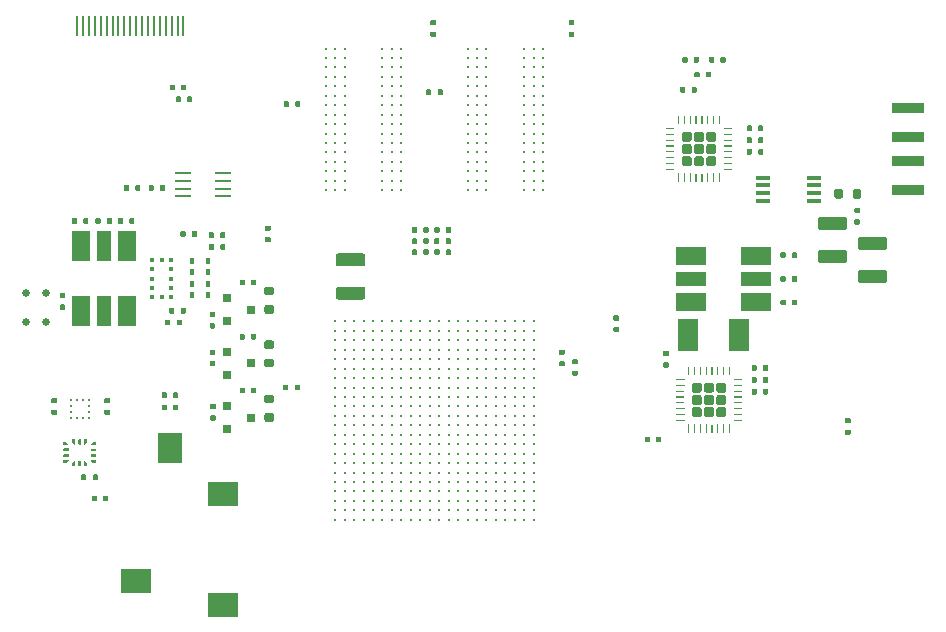
<source format=gbr>
G04 #@! TF.GenerationSoftware,KiCad,Pcbnew,5.1.5-52549c5~84~ubuntu18.04.1*
G04 #@! TF.CreationDate,2019-12-03T23:50:19-05:00*
G04 #@! TF.ProjectId,DFTBoard,44465442-6f61-4726-942e-6b696361645f,rev?*
G04 #@! TF.SameCoordinates,Original*
G04 #@! TF.FileFunction,Paste,Top*
G04 #@! TF.FilePolarity,Positive*
%FSLAX46Y46*%
G04 Gerber Fmt 4.6, Leading zero omitted, Abs format (unit mm)*
G04 Created by KiCad (PCBNEW 5.1.5-52549c5~84~ubuntu18.04.1) date 2019-12-03 23:50:19*
%MOMM*%
%LPD*%
G04 APERTURE LIST*
%ADD10C,0.125000*%
%ADD11R,2.727960X0.967740*%
%ADD12R,0.447040X0.566420*%
%ADD13R,1.546860X2.547620*%
%ADD14R,1.148080X2.547620*%
%ADD15R,2.547620X1.546860*%
%ADD16R,2.547620X1.148080*%
%ADD17C,0.247600*%
%ADD18C,0.177600*%
%ADD19C,0.647600*%
%ADD20R,0.347600X0.347600*%
%ADD21R,0.747600X0.647600*%
%ADD22R,1.267600X0.317600*%
%ADD23R,1.797600X2.797600*%
%ADD24R,0.147600X1.747600*%
%ADD25R,2.647600X2.047600*%
%ADD26R,2.047600X2.647600*%
%ADD27R,0.222600X0.197600*%
%ADD28R,0.197600X0.222600*%
%ADD29R,1.447600X0.147600*%
G04 APERTURE END LIST*
D10*
G36*
X134843311Y-143851508D02*
G01*
X134845727Y-143853491D01*
X135046511Y-144054275D01*
X135048494Y-144056691D01*
X135048801Y-144059808D01*
X135048801Y-144096260D01*
X135048573Y-144098573D01*
X135046260Y-144098801D01*
X134578742Y-144098801D01*
X134576429Y-144098573D01*
X134576201Y-144096260D01*
X134576201Y-143853742D01*
X134576429Y-143851429D01*
X134578742Y-143851201D01*
X134840194Y-143851201D01*
X134843311Y-143851508D01*
G37*
G36*
X134992968Y-144351499D02*
G01*
X134998977Y-144352390D01*
X135004870Y-144353866D01*
X135010589Y-144355913D01*
X135016080Y-144358510D01*
X135021291Y-144361633D01*
X135026170Y-144365252D01*
X135030671Y-144369331D01*
X135034750Y-144373832D01*
X135038369Y-144378711D01*
X135041492Y-144383922D01*
X135044089Y-144389413D01*
X135046136Y-144395132D01*
X135047612Y-144401025D01*
X135048503Y-144407034D01*
X135048801Y-144413101D01*
X135048801Y-144536901D01*
X135048503Y-144542968D01*
X135047612Y-144548977D01*
X135046136Y-144554870D01*
X135044089Y-144560589D01*
X135041492Y-144566080D01*
X135038369Y-144571291D01*
X135034750Y-144576170D01*
X135030671Y-144580671D01*
X135026170Y-144584750D01*
X135021291Y-144588369D01*
X135016080Y-144591492D01*
X135010589Y-144594089D01*
X135004870Y-144596136D01*
X134998977Y-144597612D01*
X134992968Y-144598503D01*
X134986901Y-144598801D01*
X134638101Y-144598801D01*
X134632034Y-144598503D01*
X134626025Y-144597612D01*
X134620132Y-144596136D01*
X134614413Y-144594089D01*
X134608922Y-144591492D01*
X134603711Y-144588369D01*
X134598832Y-144584750D01*
X134594331Y-144580671D01*
X134590252Y-144576170D01*
X134586633Y-144571291D01*
X134583510Y-144566080D01*
X134580913Y-144560589D01*
X134578866Y-144554870D01*
X134577390Y-144548977D01*
X134576499Y-144542968D01*
X134576201Y-144536901D01*
X134576201Y-144413101D01*
X134576499Y-144407034D01*
X134577390Y-144401025D01*
X134578866Y-144395132D01*
X134580913Y-144389413D01*
X134583510Y-144383922D01*
X134586633Y-144378711D01*
X134590252Y-144373832D01*
X134594331Y-144369331D01*
X134598832Y-144365252D01*
X134603711Y-144361633D01*
X134608922Y-144358510D01*
X134614413Y-144355913D01*
X134620132Y-144353866D01*
X134626025Y-144352390D01*
X134632034Y-144351499D01*
X134638101Y-144351201D01*
X134986901Y-144351201D01*
X134992968Y-144351499D01*
G37*
G36*
X134997478Y-144861475D02*
G01*
X135003002Y-144862294D01*
X135008418Y-144863651D01*
X135013676Y-144865532D01*
X135018723Y-144867920D01*
X135023513Y-144870790D01*
X135027998Y-144874117D01*
X135032135Y-144877867D01*
X135035885Y-144882004D01*
X135039212Y-144886489D01*
X135042082Y-144891279D01*
X135044470Y-144896326D01*
X135046351Y-144901584D01*
X135047708Y-144907000D01*
X135048527Y-144912524D01*
X135048801Y-144918101D01*
X135048801Y-145031901D01*
X135048527Y-145037478D01*
X135047708Y-145043002D01*
X135046351Y-145048418D01*
X135044470Y-145053676D01*
X135042082Y-145058723D01*
X135039212Y-145063513D01*
X135035885Y-145067998D01*
X135032135Y-145072135D01*
X135027998Y-145075885D01*
X135023513Y-145079212D01*
X135018723Y-145082082D01*
X135013676Y-145084470D01*
X135008418Y-145086351D01*
X135003002Y-145087708D01*
X134997478Y-145088527D01*
X134991901Y-145088801D01*
X134633101Y-145088801D01*
X134627524Y-145088527D01*
X134622000Y-145087708D01*
X134616584Y-145086351D01*
X134611326Y-145084470D01*
X134606279Y-145082082D01*
X134601489Y-145079212D01*
X134597004Y-145075885D01*
X134592867Y-145072135D01*
X134589117Y-145067998D01*
X134585790Y-145063513D01*
X134582920Y-145058723D01*
X134580532Y-145053676D01*
X134578651Y-145048418D01*
X134577294Y-145043002D01*
X134576475Y-145037478D01*
X134576201Y-145031901D01*
X134576201Y-144918101D01*
X134576475Y-144912524D01*
X134577294Y-144907000D01*
X134578651Y-144901584D01*
X134580532Y-144896326D01*
X134582920Y-144891279D01*
X134585790Y-144886489D01*
X134589117Y-144882004D01*
X134592867Y-144877867D01*
X134597004Y-144874117D01*
X134601489Y-144870790D01*
X134606279Y-144867920D01*
X134611326Y-144865532D01*
X134616584Y-144863651D01*
X134622000Y-144862294D01*
X134627524Y-144861475D01*
X134633101Y-144861201D01*
X134991901Y-144861201D01*
X134997478Y-144861475D01*
G37*
G36*
X135048573Y-145351429D02*
G01*
X135048801Y-145353742D01*
X135048801Y-145390194D01*
X135048494Y-145393311D01*
X135046511Y-145395727D01*
X134845727Y-145596511D01*
X134843311Y-145598494D01*
X134840194Y-145598801D01*
X134578742Y-145598801D01*
X134576429Y-145598573D01*
X134576201Y-145596260D01*
X134576201Y-145353742D01*
X134576429Y-145351429D01*
X134578742Y-145351201D01*
X135046260Y-145351201D01*
X135048573Y-145351429D01*
G37*
G36*
X135598573Y-145401429D02*
G01*
X135598801Y-145403742D01*
X135598801Y-145871260D01*
X135598573Y-145873573D01*
X135596260Y-145873801D01*
X135353742Y-145873801D01*
X135351429Y-145873573D01*
X135351201Y-145871260D01*
X135351201Y-145609808D01*
X135351508Y-145606691D01*
X135353491Y-145604275D01*
X135554275Y-145403491D01*
X135556691Y-145401508D01*
X135559808Y-145401201D01*
X135596260Y-145401201D01*
X135598573Y-145401429D01*
G37*
G36*
X136037478Y-145401475D02*
G01*
X136043002Y-145402294D01*
X136048418Y-145403651D01*
X136053676Y-145405532D01*
X136058723Y-145407920D01*
X136063513Y-145410790D01*
X136067998Y-145414117D01*
X136072135Y-145417867D01*
X136075885Y-145422004D01*
X136079212Y-145426489D01*
X136082082Y-145431279D01*
X136084470Y-145436326D01*
X136086351Y-145441584D01*
X136087708Y-145447000D01*
X136088527Y-145452524D01*
X136088801Y-145458101D01*
X136088801Y-145816901D01*
X136088527Y-145822478D01*
X136087708Y-145828002D01*
X136086351Y-145833418D01*
X136084470Y-145838676D01*
X136082082Y-145843723D01*
X136079212Y-145848513D01*
X136075885Y-145852998D01*
X136072135Y-145857135D01*
X136067998Y-145860885D01*
X136063513Y-145864212D01*
X136058723Y-145867082D01*
X136053676Y-145869470D01*
X136048418Y-145871351D01*
X136043002Y-145872708D01*
X136037478Y-145873527D01*
X136031901Y-145873801D01*
X135918101Y-145873801D01*
X135912524Y-145873527D01*
X135907000Y-145872708D01*
X135901584Y-145871351D01*
X135896326Y-145869470D01*
X135891279Y-145867082D01*
X135886489Y-145864212D01*
X135882004Y-145860885D01*
X135877867Y-145857135D01*
X135874117Y-145852998D01*
X135870790Y-145848513D01*
X135867920Y-145843723D01*
X135865532Y-145838676D01*
X135863651Y-145833418D01*
X135862294Y-145828002D01*
X135861475Y-145822478D01*
X135861201Y-145816901D01*
X135861201Y-145458101D01*
X135861475Y-145452524D01*
X135862294Y-145447000D01*
X135863651Y-145441584D01*
X135865532Y-145436326D01*
X135867920Y-145431279D01*
X135870790Y-145426489D01*
X135874117Y-145422004D01*
X135877867Y-145417867D01*
X135882004Y-145414117D01*
X135886489Y-145410790D01*
X135891279Y-145407920D01*
X135896326Y-145405532D01*
X135901584Y-145403651D01*
X135907000Y-145402294D01*
X135912524Y-145401475D01*
X135918101Y-145401201D01*
X136031901Y-145401201D01*
X136037478Y-145401475D01*
G37*
G36*
X136393311Y-145401508D02*
G01*
X136395727Y-145403491D01*
X136596511Y-145604275D01*
X136598494Y-145606691D01*
X136598801Y-145609808D01*
X136598801Y-145871260D01*
X136598573Y-145873573D01*
X136596260Y-145873801D01*
X136353742Y-145873801D01*
X136351429Y-145873573D01*
X136351201Y-145871260D01*
X136351201Y-145403742D01*
X136351429Y-145401429D01*
X136353742Y-145401201D01*
X136390194Y-145401201D01*
X136393311Y-145401508D01*
G37*
G36*
X137373573Y-145351429D02*
G01*
X137373801Y-145353742D01*
X137373801Y-145596260D01*
X137373573Y-145598573D01*
X137371260Y-145598801D01*
X137109808Y-145598801D01*
X137106691Y-145598494D01*
X137104275Y-145596511D01*
X136903491Y-145395727D01*
X136901508Y-145393311D01*
X136901201Y-145390194D01*
X136901201Y-145353742D01*
X136901429Y-145351429D01*
X136903742Y-145351201D01*
X137371260Y-145351201D01*
X137373573Y-145351429D01*
G37*
G36*
X137322478Y-144861475D02*
G01*
X137328002Y-144862294D01*
X137333418Y-144863651D01*
X137338676Y-144865532D01*
X137343723Y-144867920D01*
X137348513Y-144870790D01*
X137352998Y-144874117D01*
X137357135Y-144877867D01*
X137360885Y-144882004D01*
X137364212Y-144886489D01*
X137367082Y-144891279D01*
X137369470Y-144896326D01*
X137371351Y-144901584D01*
X137372708Y-144907000D01*
X137373527Y-144912524D01*
X137373801Y-144918101D01*
X137373801Y-145031901D01*
X137373527Y-145037478D01*
X137372708Y-145043002D01*
X137371351Y-145048418D01*
X137369470Y-145053676D01*
X137367082Y-145058723D01*
X137364212Y-145063513D01*
X137360885Y-145067998D01*
X137357135Y-145072135D01*
X137352998Y-145075885D01*
X137348513Y-145079212D01*
X137343723Y-145082082D01*
X137338676Y-145084470D01*
X137333418Y-145086351D01*
X137328002Y-145087708D01*
X137322478Y-145088527D01*
X137316901Y-145088801D01*
X136958101Y-145088801D01*
X136952524Y-145088527D01*
X136947000Y-145087708D01*
X136941584Y-145086351D01*
X136936326Y-145084470D01*
X136931279Y-145082082D01*
X136926489Y-145079212D01*
X136922004Y-145075885D01*
X136917867Y-145072135D01*
X136914117Y-145067998D01*
X136910790Y-145063513D01*
X136907920Y-145058723D01*
X136905532Y-145053676D01*
X136903651Y-145048418D01*
X136902294Y-145043002D01*
X136901475Y-145037478D01*
X136901201Y-145031901D01*
X136901201Y-144918101D01*
X136901475Y-144912524D01*
X136902294Y-144907000D01*
X136903651Y-144901584D01*
X136905532Y-144896326D01*
X136907920Y-144891279D01*
X136910790Y-144886489D01*
X136914117Y-144882004D01*
X136917867Y-144877867D01*
X136922004Y-144874117D01*
X136926489Y-144870790D01*
X136931279Y-144867920D01*
X136936326Y-144865532D01*
X136941584Y-144863651D01*
X136947000Y-144862294D01*
X136952524Y-144861475D01*
X136958101Y-144861201D01*
X137316901Y-144861201D01*
X137322478Y-144861475D01*
G37*
G36*
X137322478Y-144371475D02*
G01*
X137328002Y-144372294D01*
X137333418Y-144373651D01*
X137338676Y-144375532D01*
X137343723Y-144377920D01*
X137348513Y-144380790D01*
X137352998Y-144384117D01*
X137357135Y-144387867D01*
X137360885Y-144392004D01*
X137364212Y-144396489D01*
X137367082Y-144401279D01*
X137369470Y-144406326D01*
X137371351Y-144411584D01*
X137372708Y-144417000D01*
X137373527Y-144422524D01*
X137373801Y-144428101D01*
X137373801Y-144541901D01*
X137373527Y-144547478D01*
X137372708Y-144553002D01*
X137371351Y-144558418D01*
X137369470Y-144563676D01*
X137367082Y-144568723D01*
X137364212Y-144573513D01*
X137360885Y-144577998D01*
X137357135Y-144582135D01*
X137352998Y-144585885D01*
X137348513Y-144589212D01*
X137343723Y-144592082D01*
X137338676Y-144594470D01*
X137333418Y-144596351D01*
X137328002Y-144597708D01*
X137322478Y-144598527D01*
X137316901Y-144598801D01*
X136958101Y-144598801D01*
X136952524Y-144598527D01*
X136947000Y-144597708D01*
X136941584Y-144596351D01*
X136936326Y-144594470D01*
X136931279Y-144592082D01*
X136926489Y-144589212D01*
X136922004Y-144585885D01*
X136917867Y-144582135D01*
X136914117Y-144577998D01*
X136910790Y-144573513D01*
X136907920Y-144568723D01*
X136905532Y-144563676D01*
X136903651Y-144558418D01*
X136902294Y-144553002D01*
X136901475Y-144547478D01*
X136901201Y-144541901D01*
X136901201Y-144428101D01*
X136901475Y-144422524D01*
X136902294Y-144417000D01*
X136903651Y-144411584D01*
X136905532Y-144406326D01*
X136907920Y-144401279D01*
X136910790Y-144396489D01*
X136914117Y-144392004D01*
X136917867Y-144387867D01*
X136922004Y-144384117D01*
X136926489Y-144380790D01*
X136931279Y-144377920D01*
X136936326Y-144375532D01*
X136941584Y-144373651D01*
X136947000Y-144372294D01*
X136952524Y-144371475D01*
X136958101Y-144371201D01*
X137316901Y-144371201D01*
X137322478Y-144371475D01*
G37*
G36*
X137373573Y-143851429D02*
G01*
X137373801Y-143853742D01*
X137373801Y-144096260D01*
X137373573Y-144098573D01*
X137371260Y-144098801D01*
X136903742Y-144098801D01*
X136901429Y-144098573D01*
X136901201Y-144096260D01*
X136901201Y-144059808D01*
X136901508Y-144056691D01*
X136903491Y-144054275D01*
X137104275Y-143853491D01*
X137106691Y-143851508D01*
X137109808Y-143851201D01*
X137371260Y-143851201D01*
X137373573Y-143851429D01*
G37*
G36*
X136598573Y-143576429D02*
G01*
X136598801Y-143578742D01*
X136598801Y-143840194D01*
X136598494Y-143843311D01*
X136596511Y-143845727D01*
X136395727Y-144046511D01*
X136393311Y-144048494D01*
X136390194Y-144048801D01*
X136353742Y-144048801D01*
X136351429Y-144048573D01*
X136351201Y-144046260D01*
X136351201Y-143578742D01*
X136351429Y-143576429D01*
X136353742Y-143576201D01*
X136596260Y-143576201D01*
X136598573Y-143576429D01*
G37*
G36*
X136037478Y-143576475D02*
G01*
X136043002Y-143577294D01*
X136048418Y-143578651D01*
X136053676Y-143580532D01*
X136058723Y-143582920D01*
X136063513Y-143585790D01*
X136067998Y-143589117D01*
X136072135Y-143592867D01*
X136075885Y-143597004D01*
X136079212Y-143601489D01*
X136082082Y-143606279D01*
X136084470Y-143611326D01*
X136086351Y-143616584D01*
X136087708Y-143622000D01*
X136088527Y-143627524D01*
X136088801Y-143633101D01*
X136088801Y-143991901D01*
X136088527Y-143997478D01*
X136087708Y-144003002D01*
X136086351Y-144008418D01*
X136084470Y-144013676D01*
X136082082Y-144018723D01*
X136079212Y-144023513D01*
X136075885Y-144027998D01*
X136072135Y-144032135D01*
X136067998Y-144035885D01*
X136063513Y-144039212D01*
X136058723Y-144042082D01*
X136053676Y-144044470D01*
X136048418Y-144046351D01*
X136043002Y-144047708D01*
X136037478Y-144048527D01*
X136031901Y-144048801D01*
X135918101Y-144048801D01*
X135912524Y-144048527D01*
X135907000Y-144047708D01*
X135901584Y-144046351D01*
X135896326Y-144044470D01*
X135891279Y-144042082D01*
X135886489Y-144039212D01*
X135882004Y-144035885D01*
X135877867Y-144032135D01*
X135874117Y-144027998D01*
X135870790Y-144023513D01*
X135867920Y-144018723D01*
X135865532Y-144013676D01*
X135863651Y-144008418D01*
X135862294Y-144003002D01*
X135861475Y-143997478D01*
X135861201Y-143991901D01*
X135861201Y-143633101D01*
X135861475Y-143627524D01*
X135862294Y-143622000D01*
X135863651Y-143616584D01*
X135865532Y-143611326D01*
X135867920Y-143606279D01*
X135870790Y-143601489D01*
X135874117Y-143597004D01*
X135877867Y-143592867D01*
X135882004Y-143589117D01*
X135886489Y-143585790D01*
X135891279Y-143582920D01*
X135896326Y-143580532D01*
X135901584Y-143578651D01*
X135907000Y-143577294D01*
X135912524Y-143576475D01*
X135918101Y-143576201D01*
X136031901Y-143576201D01*
X136037478Y-143576475D01*
G37*
G36*
X135598573Y-143576429D02*
G01*
X135598801Y-143578742D01*
X135598801Y-144046260D01*
X135598573Y-144048573D01*
X135596260Y-144048801D01*
X135559808Y-144048801D01*
X135556691Y-144048494D01*
X135554275Y-144046511D01*
X135353491Y-143845727D01*
X135351508Y-143843311D01*
X135351201Y-143840194D01*
X135351201Y-143578742D01*
X135351429Y-143576429D01*
X135353742Y-143576201D01*
X135596260Y-143576201D01*
X135598573Y-143576429D01*
G37*
D11*
X206059820Y-122500120D03*
X206059820Y-120000760D03*
X206059820Y-117999240D03*
X206059820Y-115499880D03*
D12*
X145451500Y-128467120D03*
X145451500Y-129437400D03*
X145451500Y-130402600D03*
X145451500Y-131372880D03*
X146848500Y-131372880D03*
X146848500Y-130402600D03*
X146848500Y-129437400D03*
X146848500Y-128467120D03*
D13*
X139993082Y-127203665D03*
D14*
X138016962Y-127203665D03*
D13*
X136040842Y-127203665D03*
X136040842Y-132705305D03*
D14*
X138016962Y-132705305D03*
D13*
X139993082Y-132705305D03*
D15*
X187749180Y-131976120D03*
D16*
X187749180Y-130000000D03*
D15*
X187749180Y-128023880D03*
X193250820Y-128023880D03*
D16*
X193250820Y-130000000D03*
D15*
X193250820Y-131976120D03*
D10*
G36*
X138305123Y-148356727D02*
G01*
X138315743Y-148358302D01*
X138326157Y-148360911D01*
X138336266Y-148364528D01*
X138345971Y-148369118D01*
X138355179Y-148374637D01*
X138363803Y-148381033D01*
X138371757Y-148388243D01*
X138378967Y-148396197D01*
X138385363Y-148404821D01*
X138390882Y-148414029D01*
X138395472Y-148423734D01*
X138399089Y-148433843D01*
X138401698Y-148444257D01*
X138403273Y-148454877D01*
X138403800Y-148465600D01*
X138403800Y-148734400D01*
X138403273Y-148745123D01*
X138401698Y-148755743D01*
X138399089Y-148766157D01*
X138395472Y-148776266D01*
X138390882Y-148785971D01*
X138385363Y-148795179D01*
X138378967Y-148803803D01*
X138371757Y-148811757D01*
X138363803Y-148818967D01*
X138355179Y-148825363D01*
X138345971Y-148830882D01*
X138336266Y-148835472D01*
X138326157Y-148839089D01*
X138315743Y-148841698D01*
X138305123Y-148843273D01*
X138294400Y-148843800D01*
X138075600Y-148843800D01*
X138064877Y-148843273D01*
X138054257Y-148841698D01*
X138043843Y-148839089D01*
X138033734Y-148835472D01*
X138024029Y-148830882D01*
X138014821Y-148825363D01*
X138006197Y-148818967D01*
X137998243Y-148811757D01*
X137991033Y-148803803D01*
X137984637Y-148795179D01*
X137979118Y-148785971D01*
X137974528Y-148776266D01*
X137970911Y-148766157D01*
X137968302Y-148755743D01*
X137966727Y-148745123D01*
X137966200Y-148734400D01*
X137966200Y-148465600D01*
X137966727Y-148454877D01*
X137968302Y-148444257D01*
X137970911Y-148433843D01*
X137974528Y-148423734D01*
X137979118Y-148414029D01*
X137984637Y-148404821D01*
X137991033Y-148396197D01*
X137998243Y-148388243D01*
X138006197Y-148381033D01*
X138014821Y-148374637D01*
X138024029Y-148369118D01*
X138033734Y-148364528D01*
X138043843Y-148360911D01*
X138054257Y-148358302D01*
X138064877Y-148356727D01*
X138075600Y-148356200D01*
X138294400Y-148356200D01*
X138305123Y-148356727D01*
G37*
G36*
X137335123Y-148356727D02*
G01*
X137345743Y-148358302D01*
X137356157Y-148360911D01*
X137366266Y-148364528D01*
X137375971Y-148369118D01*
X137385179Y-148374637D01*
X137393803Y-148381033D01*
X137401757Y-148388243D01*
X137408967Y-148396197D01*
X137415363Y-148404821D01*
X137420882Y-148414029D01*
X137425472Y-148423734D01*
X137429089Y-148433843D01*
X137431698Y-148444257D01*
X137433273Y-148454877D01*
X137433800Y-148465600D01*
X137433800Y-148734400D01*
X137433273Y-148745123D01*
X137431698Y-148755743D01*
X137429089Y-148766157D01*
X137425472Y-148776266D01*
X137420882Y-148785971D01*
X137415363Y-148795179D01*
X137408967Y-148803803D01*
X137401757Y-148811757D01*
X137393803Y-148818967D01*
X137385179Y-148825363D01*
X137375971Y-148830882D01*
X137366266Y-148835472D01*
X137356157Y-148839089D01*
X137345743Y-148841698D01*
X137335123Y-148843273D01*
X137324400Y-148843800D01*
X137105600Y-148843800D01*
X137094877Y-148843273D01*
X137084257Y-148841698D01*
X137073843Y-148839089D01*
X137063734Y-148835472D01*
X137054029Y-148830882D01*
X137044821Y-148825363D01*
X137036197Y-148818967D01*
X137028243Y-148811757D01*
X137021033Y-148803803D01*
X137014637Y-148795179D01*
X137009118Y-148785971D01*
X137004528Y-148776266D01*
X137000911Y-148766157D01*
X136998302Y-148755743D01*
X136996727Y-148745123D01*
X136996200Y-148734400D01*
X136996200Y-148465600D01*
X136996727Y-148454877D01*
X136998302Y-148444257D01*
X137000911Y-148433843D01*
X137004528Y-148423734D01*
X137009118Y-148414029D01*
X137014637Y-148404821D01*
X137021033Y-148396197D01*
X137028243Y-148388243D01*
X137036197Y-148381033D01*
X137044821Y-148374637D01*
X137054029Y-148369118D01*
X137063734Y-148364528D01*
X137073843Y-148360911D01*
X137084257Y-148358302D01*
X137094877Y-148356727D01*
X137105600Y-148356200D01*
X137324400Y-148356200D01*
X137335123Y-148356727D01*
G37*
D17*
X157600000Y-150400000D03*
X157600000Y-149600000D03*
X157600000Y-148800000D03*
X157600000Y-148000000D03*
X157600000Y-147200000D03*
X157600000Y-146400000D03*
X157600000Y-145600000D03*
X157600000Y-144800000D03*
X157600000Y-144000000D03*
X157600000Y-143200000D03*
X157600000Y-142400000D03*
X157600000Y-141600000D03*
X157600000Y-140800000D03*
X157600000Y-140000000D03*
X157600000Y-139200000D03*
X157600000Y-138400000D03*
X157600000Y-137600000D03*
X157600000Y-136800000D03*
X157600000Y-136000000D03*
X157600000Y-135200000D03*
X157600000Y-134400000D03*
X157600000Y-133600000D03*
X158400000Y-150400000D03*
X158400000Y-149600000D03*
X158400000Y-148800000D03*
X158400000Y-148000000D03*
X158400000Y-147200000D03*
X158400000Y-146400000D03*
X158400000Y-145600000D03*
X158400000Y-144800000D03*
X158400000Y-144000000D03*
X158400000Y-143200000D03*
X158400000Y-142400000D03*
X158400000Y-141600000D03*
X158400000Y-140800000D03*
X158400000Y-140000000D03*
X158400000Y-139200000D03*
X158400000Y-138400000D03*
X158400000Y-137600000D03*
X158400000Y-136800000D03*
X158400000Y-136000000D03*
X158400000Y-135200000D03*
X158400000Y-134400000D03*
X158400000Y-133600000D03*
X159200000Y-150400000D03*
X159200000Y-149600000D03*
X159200000Y-148800000D03*
X159200000Y-148000000D03*
X159200000Y-147200000D03*
X159200000Y-146400000D03*
X159200000Y-145600000D03*
X159200000Y-144800000D03*
X159200000Y-144000000D03*
X159200000Y-143200000D03*
X159200000Y-142400000D03*
X159200000Y-141600000D03*
X159200000Y-140800000D03*
X159200000Y-140000000D03*
X159200000Y-139200000D03*
X159200000Y-138400000D03*
X159200000Y-137600000D03*
X159200000Y-136800000D03*
X159200000Y-136000000D03*
X159200000Y-135200000D03*
X159200000Y-134400000D03*
X159200000Y-133600000D03*
X160000000Y-150400000D03*
X160000000Y-149600000D03*
X160000000Y-148800000D03*
X160000000Y-148000000D03*
X160000000Y-147200000D03*
X160000000Y-146400000D03*
X160000000Y-145600000D03*
X160000000Y-144800000D03*
X160000000Y-144000000D03*
X160000000Y-143200000D03*
X160000000Y-142400000D03*
X160000000Y-141600000D03*
X160000000Y-140800000D03*
X160000000Y-140000000D03*
X160000000Y-139200000D03*
X160000000Y-138400000D03*
X160000000Y-137600000D03*
X160000000Y-136800000D03*
X160000000Y-136000000D03*
X160000000Y-135200000D03*
X160000000Y-134400000D03*
X160000000Y-133600000D03*
X160800000Y-150400000D03*
X160800000Y-149600000D03*
X160800000Y-148800000D03*
X160800000Y-148000000D03*
X160800000Y-147200000D03*
X160800000Y-146400000D03*
X160800000Y-145600000D03*
X160800000Y-144800000D03*
X160800000Y-144000000D03*
X160800000Y-143200000D03*
X160800000Y-142400000D03*
X160800000Y-141600000D03*
X160800000Y-140800000D03*
X160800000Y-140000000D03*
X160800000Y-139200000D03*
X160800000Y-138400000D03*
X160800000Y-137600000D03*
X160800000Y-136800000D03*
X160800000Y-136000000D03*
X160800000Y-135200000D03*
X160800000Y-134400000D03*
X160800000Y-133600000D03*
X161600000Y-150400000D03*
X161600000Y-149600000D03*
X161600000Y-148800000D03*
X161600000Y-148000000D03*
X161600000Y-147200000D03*
X161600000Y-146400000D03*
X161600000Y-145600000D03*
X161600000Y-144800000D03*
X161600000Y-144000000D03*
X161600000Y-143200000D03*
X161600000Y-142400000D03*
X161600000Y-141600000D03*
X161600000Y-140800000D03*
X161600000Y-140000000D03*
X161600000Y-139200000D03*
X161600000Y-138400000D03*
X161600000Y-137600000D03*
X161600000Y-136800000D03*
X161600000Y-136000000D03*
X161600000Y-135200000D03*
X161600000Y-134400000D03*
X161600000Y-133600000D03*
X162400000Y-150400000D03*
X162400000Y-149600000D03*
X162400000Y-148800000D03*
X162400000Y-148000000D03*
X162400000Y-147200000D03*
X162400000Y-146400000D03*
X162400000Y-145600000D03*
X162400000Y-144800000D03*
X162400000Y-144000000D03*
X162400000Y-143200000D03*
X162400000Y-142400000D03*
X162400000Y-141600000D03*
X162400000Y-140800000D03*
X162400000Y-140000000D03*
X162400000Y-139200000D03*
X162400000Y-138400000D03*
X162400000Y-137600000D03*
X162400000Y-136800000D03*
X162400000Y-136000000D03*
X162400000Y-135200000D03*
X162400000Y-134400000D03*
X162400000Y-133600000D03*
X163200000Y-150400000D03*
X163200000Y-149600000D03*
X163200000Y-148800000D03*
X163200000Y-148000000D03*
X163200000Y-147200000D03*
X163200000Y-146400000D03*
X163200000Y-145600000D03*
X163200000Y-144800000D03*
X163200000Y-144000000D03*
X163200000Y-143200000D03*
X163200000Y-142400000D03*
X163200000Y-141600000D03*
X163200000Y-140800000D03*
X163200000Y-140000000D03*
X163200000Y-139200000D03*
X163200000Y-138400000D03*
X163200000Y-137600000D03*
X163200000Y-136800000D03*
X163200000Y-136000000D03*
X163200000Y-135200000D03*
X163200000Y-134400000D03*
X163200000Y-133600000D03*
X164000000Y-150400000D03*
X164000000Y-149600000D03*
X164000000Y-148800000D03*
X164000000Y-148000000D03*
X164000000Y-147200000D03*
X164000000Y-146400000D03*
X164000000Y-145600000D03*
X164000000Y-144800000D03*
X164000000Y-144000000D03*
X164000000Y-143200000D03*
X164000000Y-142400000D03*
X164000000Y-141600000D03*
X164000000Y-140800000D03*
X164000000Y-140000000D03*
X164000000Y-139200000D03*
X164000000Y-138400000D03*
X164000000Y-137600000D03*
X164000000Y-136800000D03*
X164000000Y-136000000D03*
X164000000Y-135200000D03*
X164000000Y-134400000D03*
X164000000Y-133600000D03*
X164800000Y-150400000D03*
X164800000Y-149600000D03*
X164800000Y-148800000D03*
X164800000Y-148000000D03*
X164800000Y-147200000D03*
X164800000Y-146400000D03*
X164800000Y-145600000D03*
X164800000Y-144800000D03*
X164800000Y-144000000D03*
X164800000Y-143200000D03*
X164800000Y-142400000D03*
X164800000Y-141600000D03*
X164800000Y-140800000D03*
X164800000Y-140000000D03*
X164800000Y-139200000D03*
X164800000Y-138400000D03*
X164800000Y-137600000D03*
X164800000Y-136800000D03*
X164800000Y-136000000D03*
X164800000Y-135200000D03*
X164800000Y-134400000D03*
X164800000Y-133600000D03*
X165600000Y-150400000D03*
X165600000Y-149600000D03*
X165600000Y-148800000D03*
X165600000Y-148000000D03*
X165600000Y-147200000D03*
X165600000Y-146400000D03*
X165600000Y-145600000D03*
X165600000Y-144800000D03*
X165600000Y-144000000D03*
X165600000Y-143200000D03*
X165600000Y-142400000D03*
X165600000Y-141600000D03*
X165600000Y-140800000D03*
X165600000Y-140000000D03*
X165600000Y-139200000D03*
X165600000Y-138400000D03*
X165600000Y-137600000D03*
X165600000Y-136800000D03*
X165600000Y-136000000D03*
X165600000Y-135200000D03*
X165600000Y-134400000D03*
X165600000Y-133600000D03*
X166400000Y-150400000D03*
X166400000Y-149600000D03*
X166400000Y-148800000D03*
X166400000Y-148000000D03*
X166400000Y-147200000D03*
X166400000Y-146400000D03*
X166400000Y-145600000D03*
X166400000Y-144800000D03*
X166400000Y-144000000D03*
X166400000Y-143200000D03*
X166400000Y-142400000D03*
X166400000Y-141600000D03*
X166400000Y-140800000D03*
X166400000Y-140000000D03*
X166400000Y-139200000D03*
X166400000Y-138400000D03*
X166400000Y-137600000D03*
X166400000Y-136800000D03*
X166400000Y-136000000D03*
X166400000Y-135200000D03*
X166400000Y-134400000D03*
X166400000Y-133600000D03*
X167200000Y-150400000D03*
X167200000Y-149600000D03*
X167200000Y-148800000D03*
X167200000Y-148000000D03*
X167200000Y-147200000D03*
X167200000Y-146400000D03*
X167200000Y-145600000D03*
X167200000Y-144800000D03*
X167200000Y-144000000D03*
X167200000Y-143200000D03*
X167200000Y-142400000D03*
X167200000Y-141600000D03*
X167200000Y-140800000D03*
X167200000Y-140000000D03*
X167200000Y-139200000D03*
X167200000Y-138400000D03*
X167200000Y-137600000D03*
X167200000Y-136800000D03*
X167200000Y-136000000D03*
X167200000Y-135200000D03*
X167200000Y-134400000D03*
X167200000Y-133600000D03*
X168000000Y-150400000D03*
X168000000Y-149600000D03*
X168000000Y-148800000D03*
X168000000Y-148000000D03*
X168000000Y-147200000D03*
X168000000Y-146400000D03*
X168000000Y-145600000D03*
X168000000Y-144800000D03*
X168000000Y-144000000D03*
X168000000Y-143200000D03*
X168000000Y-142400000D03*
X168000000Y-141600000D03*
X168000000Y-140800000D03*
X168000000Y-140000000D03*
X168000000Y-139200000D03*
X168000000Y-138400000D03*
X168000000Y-137600000D03*
X168000000Y-136800000D03*
X168000000Y-136000000D03*
X168000000Y-135200000D03*
X168000000Y-134400000D03*
X168000000Y-133600000D03*
X168800000Y-150400000D03*
X168800000Y-149600000D03*
X168800000Y-148800000D03*
X168800000Y-148000000D03*
X168800000Y-147200000D03*
X168800000Y-146400000D03*
X168800000Y-145600000D03*
X168800000Y-144800000D03*
X168800000Y-144000000D03*
X168800000Y-143200000D03*
X168800000Y-142400000D03*
X168800000Y-141600000D03*
X168800000Y-140800000D03*
X168800000Y-140000000D03*
X168800000Y-139200000D03*
X168800000Y-138400000D03*
X168800000Y-137600000D03*
X168800000Y-136800000D03*
X168800000Y-136000000D03*
X168800000Y-135200000D03*
X168800000Y-134400000D03*
X168800000Y-133600000D03*
X169600000Y-150400000D03*
X169600000Y-149600000D03*
X169600000Y-148800000D03*
X169600000Y-148000000D03*
X169600000Y-147200000D03*
X169600000Y-146400000D03*
X169600000Y-145600000D03*
X169600000Y-144800000D03*
X169600000Y-144000000D03*
X169600000Y-143200000D03*
X169600000Y-142400000D03*
X169600000Y-141600000D03*
X169600000Y-140800000D03*
X169600000Y-140000000D03*
X169600000Y-139200000D03*
X169600000Y-138400000D03*
X169600000Y-137600000D03*
X169600000Y-136800000D03*
X169600000Y-136000000D03*
X169600000Y-135200000D03*
X169600000Y-134400000D03*
X169600000Y-133600000D03*
X170400000Y-150400000D03*
X170400000Y-149600000D03*
X170400000Y-148800000D03*
X170400000Y-148000000D03*
X170400000Y-147200000D03*
X170400000Y-146400000D03*
X170400000Y-145600000D03*
X170400000Y-144800000D03*
X170400000Y-144000000D03*
X170400000Y-143200000D03*
X170400000Y-142400000D03*
X170400000Y-141600000D03*
X170400000Y-140800000D03*
X170400000Y-140000000D03*
X170400000Y-139200000D03*
X170400000Y-138400000D03*
X170400000Y-137600000D03*
X170400000Y-136800000D03*
X170400000Y-136000000D03*
X170400000Y-135200000D03*
X170400000Y-134400000D03*
X170400000Y-133600000D03*
X171200000Y-150400000D03*
X171200000Y-149600000D03*
X171200000Y-148800000D03*
X171200000Y-148000000D03*
X171200000Y-147200000D03*
X171200000Y-146400000D03*
X171200000Y-145600000D03*
X171200000Y-144800000D03*
X171200000Y-144000000D03*
X171200000Y-143200000D03*
X171200000Y-142400000D03*
X171200000Y-141600000D03*
X171200000Y-140800000D03*
X171200000Y-140000000D03*
X171200000Y-139200000D03*
X171200000Y-138400000D03*
X171200000Y-137600000D03*
X171200000Y-136800000D03*
X171200000Y-136000000D03*
X171200000Y-135200000D03*
X171200000Y-134400000D03*
X171200000Y-133600000D03*
X172000000Y-150400000D03*
X172000000Y-149600000D03*
X172000000Y-148800000D03*
X172000000Y-148000000D03*
X172000000Y-147200000D03*
X172000000Y-146400000D03*
X172000000Y-145600000D03*
X172000000Y-144800000D03*
X172000000Y-144000000D03*
X172000000Y-143200000D03*
X172000000Y-142400000D03*
X172000000Y-141600000D03*
X172000000Y-140800000D03*
X172000000Y-140000000D03*
X172000000Y-139200000D03*
X172000000Y-138400000D03*
X172000000Y-137600000D03*
X172000000Y-136800000D03*
X172000000Y-136000000D03*
X172000000Y-135200000D03*
X172000000Y-134400000D03*
X172000000Y-133600000D03*
X172800000Y-150400000D03*
X172800000Y-149600000D03*
X172800000Y-148800000D03*
X172800000Y-148000000D03*
X172800000Y-147200000D03*
X172800000Y-146400000D03*
X172800000Y-145600000D03*
X172800000Y-144800000D03*
X172800000Y-144000000D03*
X172800000Y-143200000D03*
X172800000Y-142400000D03*
X172800000Y-141600000D03*
X172800000Y-140800000D03*
X172800000Y-140000000D03*
X172800000Y-139200000D03*
X172800000Y-138400000D03*
X172800000Y-137600000D03*
X172800000Y-136800000D03*
X172800000Y-136000000D03*
X172800000Y-135200000D03*
X172800000Y-134400000D03*
X172800000Y-133600000D03*
X173600000Y-150400000D03*
X173600000Y-149600000D03*
X173600000Y-148800000D03*
X173600000Y-148000000D03*
X173600000Y-147200000D03*
X173600000Y-146400000D03*
X173600000Y-145600000D03*
X173600000Y-144800000D03*
X173600000Y-144000000D03*
X173600000Y-143200000D03*
X173600000Y-142400000D03*
X173600000Y-141600000D03*
X173600000Y-140800000D03*
X173600000Y-140000000D03*
X173600000Y-139200000D03*
X173600000Y-138400000D03*
X173600000Y-137600000D03*
X173600000Y-136800000D03*
X173600000Y-136000000D03*
X173600000Y-135200000D03*
X173600000Y-134400000D03*
X173600000Y-133600000D03*
X174400000Y-150400000D03*
X174400000Y-149600000D03*
X174400000Y-148800000D03*
X174400000Y-148000000D03*
X174400000Y-147200000D03*
X174400000Y-146400000D03*
X174400000Y-145600000D03*
X174400000Y-144800000D03*
X174400000Y-144000000D03*
X174400000Y-143200000D03*
X174400000Y-142400000D03*
X174400000Y-141600000D03*
X174400000Y-140800000D03*
X174400000Y-140000000D03*
X174400000Y-139200000D03*
X174400000Y-138400000D03*
X174400000Y-137600000D03*
X174400000Y-136800000D03*
X174400000Y-136000000D03*
X174400000Y-135200000D03*
X174400000Y-134400000D03*
X174400000Y-133600000D03*
D10*
G36*
X152235857Y-139802070D02*
G01*
X152253393Y-139804671D01*
X152270590Y-139808979D01*
X152287282Y-139814951D01*
X152303308Y-139822531D01*
X152318514Y-139831645D01*
X152332753Y-139842206D01*
X152345889Y-139854111D01*
X152357794Y-139867247D01*
X152368355Y-139881486D01*
X152377469Y-139896692D01*
X152385049Y-139912718D01*
X152391021Y-139929410D01*
X152395329Y-139946607D01*
X152397930Y-139964143D01*
X152398800Y-139981850D01*
X152398800Y-140343150D01*
X152397930Y-140360857D01*
X152395329Y-140378393D01*
X152391021Y-140395590D01*
X152385049Y-140412282D01*
X152377469Y-140428308D01*
X152368355Y-140443514D01*
X152357794Y-140457753D01*
X152345889Y-140470889D01*
X152332753Y-140482794D01*
X152318514Y-140493355D01*
X152303308Y-140502469D01*
X152287282Y-140510049D01*
X152270590Y-140516021D01*
X152253393Y-140520329D01*
X152235857Y-140522930D01*
X152218150Y-140523800D01*
X151781850Y-140523800D01*
X151764143Y-140522930D01*
X151746607Y-140520329D01*
X151729410Y-140516021D01*
X151712718Y-140510049D01*
X151696692Y-140502469D01*
X151681486Y-140493355D01*
X151667247Y-140482794D01*
X151654111Y-140470889D01*
X151642206Y-140457753D01*
X151631645Y-140443514D01*
X151622531Y-140428308D01*
X151614951Y-140412282D01*
X151608979Y-140395590D01*
X151604671Y-140378393D01*
X151602070Y-140360857D01*
X151601200Y-140343150D01*
X151601200Y-139981850D01*
X151602070Y-139964143D01*
X151604671Y-139946607D01*
X151608979Y-139929410D01*
X151614951Y-139912718D01*
X151622531Y-139896692D01*
X151631645Y-139881486D01*
X151642206Y-139867247D01*
X151654111Y-139854111D01*
X151667247Y-139842206D01*
X151681486Y-139831645D01*
X151696692Y-139822531D01*
X151712718Y-139814951D01*
X151729410Y-139808979D01*
X151746607Y-139804671D01*
X151764143Y-139802070D01*
X151781850Y-139801200D01*
X152218150Y-139801200D01*
X152235857Y-139802070D01*
G37*
G36*
X152235857Y-141377070D02*
G01*
X152253393Y-141379671D01*
X152270590Y-141383979D01*
X152287282Y-141389951D01*
X152303308Y-141397531D01*
X152318514Y-141406645D01*
X152332753Y-141417206D01*
X152345889Y-141429111D01*
X152357794Y-141442247D01*
X152368355Y-141456486D01*
X152377469Y-141471692D01*
X152385049Y-141487718D01*
X152391021Y-141504410D01*
X152395329Y-141521607D01*
X152397930Y-141539143D01*
X152398800Y-141556850D01*
X152398800Y-141918150D01*
X152397930Y-141935857D01*
X152395329Y-141953393D01*
X152391021Y-141970590D01*
X152385049Y-141987282D01*
X152377469Y-142003308D01*
X152368355Y-142018514D01*
X152357794Y-142032753D01*
X152345889Y-142045889D01*
X152332753Y-142057794D01*
X152318514Y-142068355D01*
X152303308Y-142077469D01*
X152287282Y-142085049D01*
X152270590Y-142091021D01*
X152253393Y-142095329D01*
X152235857Y-142097930D01*
X152218150Y-142098800D01*
X151781850Y-142098800D01*
X151764143Y-142097930D01*
X151746607Y-142095329D01*
X151729410Y-142091021D01*
X151712718Y-142085049D01*
X151696692Y-142077469D01*
X151681486Y-142068355D01*
X151667247Y-142057794D01*
X151654111Y-142045889D01*
X151642206Y-142032753D01*
X151631645Y-142018514D01*
X151622531Y-142003308D01*
X151614951Y-141987282D01*
X151608979Y-141970590D01*
X151604671Y-141953393D01*
X151602070Y-141935857D01*
X151601200Y-141918150D01*
X151601200Y-141556850D01*
X151602070Y-141539143D01*
X151604671Y-141521607D01*
X151608979Y-141504410D01*
X151614951Y-141487718D01*
X151622531Y-141471692D01*
X151631645Y-141456486D01*
X151642206Y-141442247D01*
X151654111Y-141429111D01*
X151667247Y-141417206D01*
X151681486Y-141406645D01*
X151696692Y-141397531D01*
X151712718Y-141389951D01*
X151729410Y-141383979D01*
X151746607Y-141379671D01*
X151764143Y-141377070D01*
X151781850Y-141376200D01*
X152218150Y-141376200D01*
X152235857Y-141377070D01*
G37*
D18*
X156800000Y-110500000D03*
X157600000Y-110500000D03*
X158400000Y-110500000D03*
X158400000Y-111300000D03*
X157600000Y-111300000D03*
X156800000Y-111300000D03*
X156800000Y-112100000D03*
X157600000Y-112100000D03*
X158400000Y-112100000D03*
X161600000Y-110500000D03*
X161600000Y-111300000D03*
X161600000Y-112100000D03*
X162400000Y-112100000D03*
X162400000Y-111300000D03*
X162400000Y-110500000D03*
X163200000Y-110500000D03*
X163200000Y-111300000D03*
X163200000Y-112100000D03*
X158400000Y-112900000D03*
X157600000Y-112900000D03*
X156800000Y-112900000D03*
X156800000Y-113700000D03*
X157600000Y-113700000D03*
X158400000Y-113700000D03*
X158400000Y-114500000D03*
X157600000Y-114500000D03*
X156800000Y-114500000D03*
X156800000Y-115300000D03*
X157600000Y-115300000D03*
X158400000Y-115300000D03*
X158400000Y-116100000D03*
X157600000Y-116100000D03*
X156800000Y-116100000D03*
X156800000Y-116900000D03*
X157600000Y-116900000D03*
X158400000Y-116900000D03*
X158400000Y-117700000D03*
X157600000Y-117700000D03*
X156800000Y-117700000D03*
X156800000Y-118500000D03*
X157600000Y-118500000D03*
X158400000Y-118500000D03*
X158400000Y-119300000D03*
X157600000Y-119300000D03*
X156800000Y-119300000D03*
X156800000Y-120100000D03*
X157600000Y-120100000D03*
X158400000Y-120100000D03*
X161600000Y-112900000D03*
X161600000Y-113700000D03*
X161600000Y-114500000D03*
X161600000Y-115300000D03*
X161600000Y-116100000D03*
X161600000Y-116900000D03*
X161600000Y-117700000D03*
X161600000Y-118500000D03*
X161600000Y-119300000D03*
X162400000Y-119300000D03*
X162400000Y-118500000D03*
X162400000Y-117700000D03*
X162400000Y-116900000D03*
X162400000Y-116100000D03*
X162400000Y-115300000D03*
X162400000Y-114500000D03*
X162400000Y-113700000D03*
X162400000Y-112900000D03*
X163200000Y-112900000D03*
X163200000Y-113700000D03*
X163200000Y-114500000D03*
X163200000Y-115300000D03*
X163200000Y-116100000D03*
X163200000Y-116900000D03*
X163200000Y-117700000D03*
X163200000Y-118500000D03*
X163200000Y-119300000D03*
X161600000Y-120100000D03*
X162400000Y-120100000D03*
X163200000Y-120100000D03*
X156800000Y-120900000D03*
X157600000Y-120900000D03*
X158400000Y-120900000D03*
X161600000Y-120900000D03*
X162400000Y-120900000D03*
X163200000Y-120900000D03*
X156800000Y-121700000D03*
X157600000Y-121700000D03*
X158400000Y-121700000D03*
X161600000Y-121700000D03*
X162400000Y-121700000D03*
X163200000Y-121700000D03*
X156800000Y-122500000D03*
X157600000Y-122500000D03*
X158400000Y-122500000D03*
X161600000Y-122500000D03*
X162400000Y-122500000D03*
X163200000Y-122500000D03*
X168800000Y-110500000D03*
X169600000Y-110500000D03*
X170400000Y-110500000D03*
X170400000Y-111300000D03*
X169600000Y-111300000D03*
X168800000Y-111300000D03*
X168800000Y-112100000D03*
X169600000Y-112100000D03*
X170400000Y-112100000D03*
X173600000Y-110500000D03*
X173600000Y-111300000D03*
X173600000Y-112100000D03*
X174400000Y-112100000D03*
X174400000Y-111300000D03*
X174400000Y-110500000D03*
X175200000Y-110500000D03*
X175200000Y-111300000D03*
X175200000Y-112100000D03*
X170400000Y-112900000D03*
X169600000Y-112900000D03*
X168800000Y-112900000D03*
X168800000Y-113700000D03*
X169600000Y-113700000D03*
X170400000Y-113700000D03*
X170400000Y-114500000D03*
X169600000Y-114500000D03*
X168800000Y-114500000D03*
X168800000Y-115300000D03*
X169600000Y-115300000D03*
X170400000Y-115300000D03*
X170400000Y-116100000D03*
X169600000Y-116100000D03*
X168800000Y-116100000D03*
X168800000Y-116900000D03*
X169600000Y-116900000D03*
X170400000Y-116900000D03*
X170400000Y-117700000D03*
X169600000Y-117700000D03*
X168800000Y-117700000D03*
X168800000Y-118500000D03*
X169600000Y-118500000D03*
X170400000Y-118500000D03*
X170400000Y-119300000D03*
X169600000Y-119300000D03*
X168800000Y-119300000D03*
X168800000Y-120100000D03*
X169600000Y-120100000D03*
X170400000Y-120100000D03*
X173600000Y-112900000D03*
X173600000Y-113700000D03*
X173600000Y-114500000D03*
X173600000Y-115300000D03*
X173600000Y-116100000D03*
X173600000Y-116900000D03*
X173600000Y-117700000D03*
X173600000Y-118500000D03*
X173600000Y-119300000D03*
X174400000Y-119300000D03*
X174400000Y-118500000D03*
X174400000Y-117700000D03*
X174400000Y-116900000D03*
X174400000Y-116100000D03*
X174400000Y-115300000D03*
X174400000Y-114500000D03*
X174400000Y-113700000D03*
X174400000Y-112900000D03*
X175200000Y-112900000D03*
X175200000Y-113700000D03*
X175200000Y-114500000D03*
X175200000Y-115300000D03*
X175200000Y-116100000D03*
X175200000Y-116900000D03*
X175200000Y-117700000D03*
X175200000Y-118500000D03*
X175200000Y-119300000D03*
X173600000Y-120100000D03*
X174400000Y-120100000D03*
X175200000Y-120100000D03*
X168800000Y-120900000D03*
X169600000Y-120900000D03*
X170400000Y-120900000D03*
X173600000Y-120900000D03*
X174400000Y-120900000D03*
X175200000Y-120900000D03*
X168800000Y-121700000D03*
X169600000Y-121700000D03*
X170400000Y-121700000D03*
X173600000Y-121700000D03*
X174400000Y-121700000D03*
X175200000Y-121700000D03*
X168800000Y-122500000D03*
X169600000Y-122500000D03*
X170400000Y-122500000D03*
X173600000Y-122500000D03*
X174400000Y-122500000D03*
X175200000Y-122500000D03*
D19*
X131450000Y-133660000D03*
X133150000Y-133660000D03*
X131450000Y-131200000D03*
X133150000Y-131200000D03*
D20*
X142900000Y-131570000D03*
X142100000Y-131570000D03*
X142100000Y-130770000D03*
X142100000Y-129970000D03*
X142100000Y-129170000D03*
X142100000Y-128370000D03*
X142900000Y-128370000D03*
X143700000Y-128370000D03*
X143700000Y-129170000D03*
X143700000Y-129970000D03*
X143700000Y-130770000D03*
X143700000Y-131570000D03*
D10*
G36*
X187335123Y-111206727D02*
G01*
X187345743Y-111208302D01*
X187356157Y-111210911D01*
X187366266Y-111214528D01*
X187375971Y-111219118D01*
X187385179Y-111224637D01*
X187393803Y-111231033D01*
X187401757Y-111238243D01*
X187408967Y-111246197D01*
X187415363Y-111254821D01*
X187420882Y-111264029D01*
X187425472Y-111273734D01*
X187429089Y-111283843D01*
X187431698Y-111294257D01*
X187433273Y-111304877D01*
X187433800Y-111315600D01*
X187433800Y-111584400D01*
X187433273Y-111595123D01*
X187431698Y-111605743D01*
X187429089Y-111616157D01*
X187425472Y-111626266D01*
X187420882Y-111635971D01*
X187415363Y-111645179D01*
X187408967Y-111653803D01*
X187401757Y-111661757D01*
X187393803Y-111668967D01*
X187385179Y-111675363D01*
X187375971Y-111680882D01*
X187366266Y-111685472D01*
X187356157Y-111689089D01*
X187345743Y-111691698D01*
X187335123Y-111693273D01*
X187324400Y-111693800D01*
X187105600Y-111693800D01*
X187094877Y-111693273D01*
X187084257Y-111691698D01*
X187073843Y-111689089D01*
X187063734Y-111685472D01*
X187054029Y-111680882D01*
X187044821Y-111675363D01*
X187036197Y-111668967D01*
X187028243Y-111661757D01*
X187021033Y-111653803D01*
X187014637Y-111645179D01*
X187009118Y-111635971D01*
X187004528Y-111626266D01*
X187000911Y-111616157D01*
X186998302Y-111605743D01*
X186996727Y-111595123D01*
X186996200Y-111584400D01*
X186996200Y-111315600D01*
X186996727Y-111304877D01*
X186998302Y-111294257D01*
X187000911Y-111283843D01*
X187004528Y-111273734D01*
X187009118Y-111264029D01*
X187014637Y-111254821D01*
X187021033Y-111246197D01*
X187028243Y-111238243D01*
X187036197Y-111231033D01*
X187044821Y-111224637D01*
X187054029Y-111219118D01*
X187063734Y-111214528D01*
X187073843Y-111210911D01*
X187084257Y-111208302D01*
X187094877Y-111206727D01*
X187105600Y-111206200D01*
X187324400Y-111206200D01*
X187335123Y-111206727D01*
G37*
G36*
X188305123Y-111206727D02*
G01*
X188315743Y-111208302D01*
X188326157Y-111210911D01*
X188336266Y-111214528D01*
X188345971Y-111219118D01*
X188355179Y-111224637D01*
X188363803Y-111231033D01*
X188371757Y-111238243D01*
X188378967Y-111246197D01*
X188385363Y-111254821D01*
X188390882Y-111264029D01*
X188395472Y-111273734D01*
X188399089Y-111283843D01*
X188401698Y-111294257D01*
X188403273Y-111304877D01*
X188403800Y-111315600D01*
X188403800Y-111584400D01*
X188403273Y-111595123D01*
X188401698Y-111605743D01*
X188399089Y-111616157D01*
X188395472Y-111626266D01*
X188390882Y-111635971D01*
X188385363Y-111645179D01*
X188378967Y-111653803D01*
X188371757Y-111661757D01*
X188363803Y-111668967D01*
X188355179Y-111675363D01*
X188345971Y-111680882D01*
X188336266Y-111685472D01*
X188326157Y-111689089D01*
X188315743Y-111691698D01*
X188305123Y-111693273D01*
X188294400Y-111693800D01*
X188075600Y-111693800D01*
X188064877Y-111693273D01*
X188054257Y-111691698D01*
X188043843Y-111689089D01*
X188033734Y-111685472D01*
X188024029Y-111680882D01*
X188014821Y-111675363D01*
X188006197Y-111668967D01*
X187998243Y-111661757D01*
X187991033Y-111653803D01*
X187984637Y-111645179D01*
X187979118Y-111635971D01*
X187974528Y-111626266D01*
X187970911Y-111616157D01*
X187968302Y-111605743D01*
X187966727Y-111595123D01*
X187966200Y-111584400D01*
X187966200Y-111315600D01*
X187966727Y-111304877D01*
X187968302Y-111294257D01*
X187970911Y-111283843D01*
X187974528Y-111273734D01*
X187979118Y-111264029D01*
X187984637Y-111254821D01*
X187991033Y-111246197D01*
X187998243Y-111238243D01*
X188006197Y-111231033D01*
X188014821Y-111224637D01*
X188024029Y-111219118D01*
X188033734Y-111214528D01*
X188043843Y-111210911D01*
X188054257Y-111208302D01*
X188064877Y-111206727D01*
X188075600Y-111206200D01*
X188294400Y-111206200D01*
X188305123Y-111206727D01*
G37*
G36*
X190555123Y-111206727D02*
G01*
X190565743Y-111208302D01*
X190576157Y-111210911D01*
X190586266Y-111214528D01*
X190595971Y-111219118D01*
X190605179Y-111224637D01*
X190613803Y-111231033D01*
X190621757Y-111238243D01*
X190628967Y-111246197D01*
X190635363Y-111254821D01*
X190640882Y-111264029D01*
X190645472Y-111273734D01*
X190649089Y-111283843D01*
X190651698Y-111294257D01*
X190653273Y-111304877D01*
X190653800Y-111315600D01*
X190653800Y-111584400D01*
X190653273Y-111595123D01*
X190651698Y-111605743D01*
X190649089Y-111616157D01*
X190645472Y-111626266D01*
X190640882Y-111635971D01*
X190635363Y-111645179D01*
X190628967Y-111653803D01*
X190621757Y-111661757D01*
X190613803Y-111668967D01*
X190605179Y-111675363D01*
X190595971Y-111680882D01*
X190586266Y-111685472D01*
X190576157Y-111689089D01*
X190565743Y-111691698D01*
X190555123Y-111693273D01*
X190544400Y-111693800D01*
X190325600Y-111693800D01*
X190314877Y-111693273D01*
X190304257Y-111691698D01*
X190293843Y-111689089D01*
X190283734Y-111685472D01*
X190274029Y-111680882D01*
X190264821Y-111675363D01*
X190256197Y-111668967D01*
X190248243Y-111661757D01*
X190241033Y-111653803D01*
X190234637Y-111645179D01*
X190229118Y-111635971D01*
X190224528Y-111626266D01*
X190220911Y-111616157D01*
X190218302Y-111605743D01*
X190216727Y-111595123D01*
X190216200Y-111584400D01*
X190216200Y-111315600D01*
X190216727Y-111304877D01*
X190218302Y-111294257D01*
X190220911Y-111283843D01*
X190224528Y-111273734D01*
X190229118Y-111264029D01*
X190234637Y-111254821D01*
X190241033Y-111246197D01*
X190248243Y-111238243D01*
X190256197Y-111231033D01*
X190264821Y-111224637D01*
X190274029Y-111219118D01*
X190283734Y-111214528D01*
X190293843Y-111210911D01*
X190304257Y-111208302D01*
X190314877Y-111206727D01*
X190325600Y-111206200D01*
X190544400Y-111206200D01*
X190555123Y-111206727D01*
G37*
G36*
X189585123Y-111206727D02*
G01*
X189595743Y-111208302D01*
X189606157Y-111210911D01*
X189616266Y-111214528D01*
X189625971Y-111219118D01*
X189635179Y-111224637D01*
X189643803Y-111231033D01*
X189651757Y-111238243D01*
X189658967Y-111246197D01*
X189665363Y-111254821D01*
X189670882Y-111264029D01*
X189675472Y-111273734D01*
X189679089Y-111283843D01*
X189681698Y-111294257D01*
X189683273Y-111304877D01*
X189683800Y-111315600D01*
X189683800Y-111584400D01*
X189683273Y-111595123D01*
X189681698Y-111605743D01*
X189679089Y-111616157D01*
X189675472Y-111626266D01*
X189670882Y-111635971D01*
X189665363Y-111645179D01*
X189658967Y-111653803D01*
X189651757Y-111661757D01*
X189643803Y-111668967D01*
X189635179Y-111675363D01*
X189625971Y-111680882D01*
X189616266Y-111685472D01*
X189606157Y-111689089D01*
X189595743Y-111691698D01*
X189585123Y-111693273D01*
X189574400Y-111693800D01*
X189355600Y-111693800D01*
X189344877Y-111693273D01*
X189334257Y-111691698D01*
X189323843Y-111689089D01*
X189313734Y-111685472D01*
X189304029Y-111680882D01*
X189294821Y-111675363D01*
X189286197Y-111668967D01*
X189278243Y-111661757D01*
X189271033Y-111653803D01*
X189264637Y-111645179D01*
X189259118Y-111635971D01*
X189254528Y-111626266D01*
X189250911Y-111616157D01*
X189248302Y-111605743D01*
X189246727Y-111595123D01*
X189246200Y-111584400D01*
X189246200Y-111315600D01*
X189246727Y-111304877D01*
X189248302Y-111294257D01*
X189250911Y-111283843D01*
X189254528Y-111273734D01*
X189259118Y-111264029D01*
X189264637Y-111254821D01*
X189271033Y-111246197D01*
X189278243Y-111238243D01*
X189286197Y-111231033D01*
X189294821Y-111224637D01*
X189304029Y-111219118D01*
X189313734Y-111214528D01*
X189323843Y-111210911D01*
X189334257Y-111208302D01*
X189344877Y-111206727D01*
X189355600Y-111206200D01*
X189574400Y-111206200D01*
X189585123Y-111206727D01*
G37*
G36*
X189320123Y-112456727D02*
G01*
X189330743Y-112458302D01*
X189341157Y-112460911D01*
X189351266Y-112464528D01*
X189360971Y-112469118D01*
X189370179Y-112474637D01*
X189378803Y-112481033D01*
X189386757Y-112488243D01*
X189393967Y-112496197D01*
X189400363Y-112504821D01*
X189405882Y-112514029D01*
X189410472Y-112523734D01*
X189414089Y-112533843D01*
X189416698Y-112544257D01*
X189418273Y-112554877D01*
X189418800Y-112565600D01*
X189418800Y-112834400D01*
X189418273Y-112845123D01*
X189416698Y-112855743D01*
X189414089Y-112866157D01*
X189410472Y-112876266D01*
X189405882Y-112885971D01*
X189400363Y-112895179D01*
X189393967Y-112903803D01*
X189386757Y-112911757D01*
X189378803Y-112918967D01*
X189370179Y-112925363D01*
X189360971Y-112930882D01*
X189351266Y-112935472D01*
X189341157Y-112939089D01*
X189330743Y-112941698D01*
X189320123Y-112943273D01*
X189309400Y-112943800D01*
X189090600Y-112943800D01*
X189079877Y-112943273D01*
X189069257Y-112941698D01*
X189058843Y-112939089D01*
X189048734Y-112935472D01*
X189039029Y-112930882D01*
X189029821Y-112925363D01*
X189021197Y-112918967D01*
X189013243Y-112911757D01*
X189006033Y-112903803D01*
X188999637Y-112895179D01*
X188994118Y-112885971D01*
X188989528Y-112876266D01*
X188985911Y-112866157D01*
X188983302Y-112855743D01*
X188981727Y-112845123D01*
X188981200Y-112834400D01*
X188981200Y-112565600D01*
X188981727Y-112554877D01*
X188983302Y-112544257D01*
X188985911Y-112533843D01*
X188989528Y-112523734D01*
X188994118Y-112514029D01*
X188999637Y-112504821D01*
X189006033Y-112496197D01*
X189013243Y-112488243D01*
X189021197Y-112481033D01*
X189029821Y-112474637D01*
X189039029Y-112469118D01*
X189048734Y-112464528D01*
X189058843Y-112460911D01*
X189069257Y-112458302D01*
X189079877Y-112456727D01*
X189090600Y-112456200D01*
X189309400Y-112456200D01*
X189320123Y-112456727D01*
G37*
G36*
X188350123Y-112456727D02*
G01*
X188360743Y-112458302D01*
X188371157Y-112460911D01*
X188381266Y-112464528D01*
X188390971Y-112469118D01*
X188400179Y-112474637D01*
X188408803Y-112481033D01*
X188416757Y-112488243D01*
X188423967Y-112496197D01*
X188430363Y-112504821D01*
X188435882Y-112514029D01*
X188440472Y-112523734D01*
X188444089Y-112533843D01*
X188446698Y-112544257D01*
X188448273Y-112554877D01*
X188448800Y-112565600D01*
X188448800Y-112834400D01*
X188448273Y-112845123D01*
X188446698Y-112855743D01*
X188444089Y-112866157D01*
X188440472Y-112876266D01*
X188435882Y-112885971D01*
X188430363Y-112895179D01*
X188423967Y-112903803D01*
X188416757Y-112911757D01*
X188408803Y-112918967D01*
X188400179Y-112925363D01*
X188390971Y-112930882D01*
X188381266Y-112935472D01*
X188371157Y-112939089D01*
X188360743Y-112941698D01*
X188350123Y-112943273D01*
X188339400Y-112943800D01*
X188120600Y-112943800D01*
X188109877Y-112943273D01*
X188099257Y-112941698D01*
X188088843Y-112939089D01*
X188078734Y-112935472D01*
X188069029Y-112930882D01*
X188059821Y-112925363D01*
X188051197Y-112918967D01*
X188043243Y-112911757D01*
X188036033Y-112903803D01*
X188029637Y-112895179D01*
X188024118Y-112885971D01*
X188019528Y-112876266D01*
X188015911Y-112866157D01*
X188013302Y-112855743D01*
X188011727Y-112845123D01*
X188011200Y-112834400D01*
X188011200Y-112565600D01*
X188011727Y-112554877D01*
X188013302Y-112544257D01*
X188015911Y-112533843D01*
X188019528Y-112523734D01*
X188024118Y-112514029D01*
X188029637Y-112504821D01*
X188036033Y-112496197D01*
X188043243Y-112488243D01*
X188051197Y-112481033D01*
X188059821Y-112474637D01*
X188069029Y-112469118D01*
X188078734Y-112464528D01*
X188088843Y-112460911D01*
X188099257Y-112458302D01*
X188109877Y-112456727D01*
X188120600Y-112456200D01*
X188339400Y-112456200D01*
X188350123Y-112456727D01*
G37*
G36*
X193755123Y-117006727D02*
G01*
X193765743Y-117008302D01*
X193776157Y-117010911D01*
X193786266Y-117014528D01*
X193795971Y-117019118D01*
X193805179Y-117024637D01*
X193813803Y-117031033D01*
X193821757Y-117038243D01*
X193828967Y-117046197D01*
X193835363Y-117054821D01*
X193840882Y-117064029D01*
X193845472Y-117073734D01*
X193849089Y-117083843D01*
X193851698Y-117094257D01*
X193853273Y-117104877D01*
X193853800Y-117115600D01*
X193853800Y-117384400D01*
X193853273Y-117395123D01*
X193851698Y-117405743D01*
X193849089Y-117416157D01*
X193845472Y-117426266D01*
X193840882Y-117435971D01*
X193835363Y-117445179D01*
X193828967Y-117453803D01*
X193821757Y-117461757D01*
X193813803Y-117468967D01*
X193805179Y-117475363D01*
X193795971Y-117480882D01*
X193786266Y-117485472D01*
X193776157Y-117489089D01*
X193765743Y-117491698D01*
X193755123Y-117493273D01*
X193744400Y-117493800D01*
X193525600Y-117493800D01*
X193514877Y-117493273D01*
X193504257Y-117491698D01*
X193493843Y-117489089D01*
X193483734Y-117485472D01*
X193474029Y-117480882D01*
X193464821Y-117475363D01*
X193456197Y-117468967D01*
X193448243Y-117461757D01*
X193441033Y-117453803D01*
X193434637Y-117445179D01*
X193429118Y-117435971D01*
X193424528Y-117426266D01*
X193420911Y-117416157D01*
X193418302Y-117405743D01*
X193416727Y-117395123D01*
X193416200Y-117384400D01*
X193416200Y-117115600D01*
X193416727Y-117104877D01*
X193418302Y-117094257D01*
X193420911Y-117083843D01*
X193424528Y-117073734D01*
X193429118Y-117064029D01*
X193434637Y-117054821D01*
X193441033Y-117046197D01*
X193448243Y-117038243D01*
X193456197Y-117031033D01*
X193464821Y-117024637D01*
X193474029Y-117019118D01*
X193483734Y-117014528D01*
X193493843Y-117010911D01*
X193504257Y-117008302D01*
X193514877Y-117006727D01*
X193525600Y-117006200D01*
X193744400Y-117006200D01*
X193755123Y-117006727D01*
G37*
G36*
X192785123Y-117006727D02*
G01*
X192795743Y-117008302D01*
X192806157Y-117010911D01*
X192816266Y-117014528D01*
X192825971Y-117019118D01*
X192835179Y-117024637D01*
X192843803Y-117031033D01*
X192851757Y-117038243D01*
X192858967Y-117046197D01*
X192865363Y-117054821D01*
X192870882Y-117064029D01*
X192875472Y-117073734D01*
X192879089Y-117083843D01*
X192881698Y-117094257D01*
X192883273Y-117104877D01*
X192883800Y-117115600D01*
X192883800Y-117384400D01*
X192883273Y-117395123D01*
X192881698Y-117405743D01*
X192879089Y-117416157D01*
X192875472Y-117426266D01*
X192870882Y-117435971D01*
X192865363Y-117445179D01*
X192858967Y-117453803D01*
X192851757Y-117461757D01*
X192843803Y-117468967D01*
X192835179Y-117475363D01*
X192825971Y-117480882D01*
X192816266Y-117485472D01*
X192806157Y-117489089D01*
X192795743Y-117491698D01*
X192785123Y-117493273D01*
X192774400Y-117493800D01*
X192555600Y-117493800D01*
X192544877Y-117493273D01*
X192534257Y-117491698D01*
X192523843Y-117489089D01*
X192513734Y-117485472D01*
X192504029Y-117480882D01*
X192494821Y-117475363D01*
X192486197Y-117468967D01*
X192478243Y-117461757D01*
X192471033Y-117453803D01*
X192464637Y-117445179D01*
X192459118Y-117435971D01*
X192454528Y-117426266D01*
X192450911Y-117416157D01*
X192448302Y-117405743D01*
X192446727Y-117395123D01*
X192446200Y-117384400D01*
X192446200Y-117115600D01*
X192446727Y-117104877D01*
X192448302Y-117094257D01*
X192450911Y-117083843D01*
X192454528Y-117073734D01*
X192459118Y-117064029D01*
X192464637Y-117054821D01*
X192471033Y-117046197D01*
X192478243Y-117038243D01*
X192486197Y-117031033D01*
X192494821Y-117024637D01*
X192504029Y-117019118D01*
X192513734Y-117014528D01*
X192523843Y-117010911D01*
X192534257Y-117008302D01*
X192544877Y-117006727D01*
X192555600Y-117006200D01*
X192774400Y-117006200D01*
X192785123Y-117006727D01*
G37*
G36*
X194155123Y-137306727D02*
G01*
X194165743Y-137308302D01*
X194176157Y-137310911D01*
X194186266Y-137314528D01*
X194195971Y-137319118D01*
X194205179Y-137324637D01*
X194213803Y-137331033D01*
X194221757Y-137338243D01*
X194228967Y-137346197D01*
X194235363Y-137354821D01*
X194240882Y-137364029D01*
X194245472Y-137373734D01*
X194249089Y-137383843D01*
X194251698Y-137394257D01*
X194253273Y-137404877D01*
X194253800Y-137415600D01*
X194253800Y-137684400D01*
X194253273Y-137695123D01*
X194251698Y-137705743D01*
X194249089Y-137716157D01*
X194245472Y-137726266D01*
X194240882Y-137735971D01*
X194235363Y-137745179D01*
X194228967Y-137753803D01*
X194221757Y-137761757D01*
X194213803Y-137768967D01*
X194205179Y-137775363D01*
X194195971Y-137780882D01*
X194186266Y-137785472D01*
X194176157Y-137789089D01*
X194165743Y-137791698D01*
X194155123Y-137793273D01*
X194144400Y-137793800D01*
X193925600Y-137793800D01*
X193914877Y-137793273D01*
X193904257Y-137791698D01*
X193893843Y-137789089D01*
X193883734Y-137785472D01*
X193874029Y-137780882D01*
X193864821Y-137775363D01*
X193856197Y-137768967D01*
X193848243Y-137761757D01*
X193841033Y-137753803D01*
X193834637Y-137745179D01*
X193829118Y-137735971D01*
X193824528Y-137726266D01*
X193820911Y-137716157D01*
X193818302Y-137705743D01*
X193816727Y-137695123D01*
X193816200Y-137684400D01*
X193816200Y-137415600D01*
X193816727Y-137404877D01*
X193818302Y-137394257D01*
X193820911Y-137383843D01*
X193824528Y-137373734D01*
X193829118Y-137364029D01*
X193834637Y-137354821D01*
X193841033Y-137346197D01*
X193848243Y-137338243D01*
X193856197Y-137331033D01*
X193864821Y-137324637D01*
X193874029Y-137319118D01*
X193883734Y-137314528D01*
X193893843Y-137310911D01*
X193904257Y-137308302D01*
X193914877Y-137306727D01*
X193925600Y-137306200D01*
X194144400Y-137306200D01*
X194155123Y-137306727D01*
G37*
G36*
X193185123Y-137306727D02*
G01*
X193195743Y-137308302D01*
X193206157Y-137310911D01*
X193216266Y-137314528D01*
X193225971Y-137319118D01*
X193235179Y-137324637D01*
X193243803Y-137331033D01*
X193251757Y-137338243D01*
X193258967Y-137346197D01*
X193265363Y-137354821D01*
X193270882Y-137364029D01*
X193275472Y-137373734D01*
X193279089Y-137383843D01*
X193281698Y-137394257D01*
X193283273Y-137404877D01*
X193283800Y-137415600D01*
X193283800Y-137684400D01*
X193283273Y-137695123D01*
X193281698Y-137705743D01*
X193279089Y-137716157D01*
X193275472Y-137726266D01*
X193270882Y-137735971D01*
X193265363Y-137745179D01*
X193258967Y-137753803D01*
X193251757Y-137761757D01*
X193243803Y-137768967D01*
X193235179Y-137775363D01*
X193225971Y-137780882D01*
X193216266Y-137785472D01*
X193206157Y-137789089D01*
X193195743Y-137791698D01*
X193185123Y-137793273D01*
X193174400Y-137793800D01*
X192955600Y-137793800D01*
X192944877Y-137793273D01*
X192934257Y-137791698D01*
X192923843Y-137789089D01*
X192913734Y-137785472D01*
X192904029Y-137780882D01*
X192894821Y-137775363D01*
X192886197Y-137768967D01*
X192878243Y-137761757D01*
X192871033Y-137753803D01*
X192864637Y-137745179D01*
X192859118Y-137735971D01*
X192854528Y-137726266D01*
X192850911Y-137716157D01*
X192848302Y-137705743D01*
X192846727Y-137695123D01*
X192846200Y-137684400D01*
X192846200Y-137415600D01*
X192846727Y-137404877D01*
X192848302Y-137394257D01*
X192850911Y-137383843D01*
X192854528Y-137373734D01*
X192859118Y-137364029D01*
X192864637Y-137354821D01*
X192871033Y-137346197D01*
X192878243Y-137338243D01*
X192886197Y-137331033D01*
X192894821Y-137324637D01*
X192904029Y-137319118D01*
X192913734Y-137314528D01*
X192923843Y-137310911D01*
X192934257Y-137308302D01*
X192944877Y-137306727D01*
X192955600Y-137306200D01*
X193174400Y-137306200D01*
X193185123Y-137306727D01*
G37*
G36*
X153585123Y-114956727D02*
G01*
X153595743Y-114958302D01*
X153606157Y-114960911D01*
X153616266Y-114964528D01*
X153625971Y-114969118D01*
X153635179Y-114974637D01*
X153643803Y-114981033D01*
X153651757Y-114988243D01*
X153658967Y-114996197D01*
X153665363Y-115004821D01*
X153670882Y-115014029D01*
X153675472Y-115023734D01*
X153679089Y-115033843D01*
X153681698Y-115044257D01*
X153683273Y-115054877D01*
X153683800Y-115065600D01*
X153683800Y-115334400D01*
X153683273Y-115345123D01*
X153681698Y-115355743D01*
X153679089Y-115366157D01*
X153675472Y-115376266D01*
X153670882Y-115385971D01*
X153665363Y-115395179D01*
X153658967Y-115403803D01*
X153651757Y-115411757D01*
X153643803Y-115418967D01*
X153635179Y-115425363D01*
X153625971Y-115430882D01*
X153616266Y-115435472D01*
X153606157Y-115439089D01*
X153595743Y-115441698D01*
X153585123Y-115443273D01*
X153574400Y-115443800D01*
X153355600Y-115443800D01*
X153344877Y-115443273D01*
X153334257Y-115441698D01*
X153323843Y-115439089D01*
X153313734Y-115435472D01*
X153304029Y-115430882D01*
X153294821Y-115425363D01*
X153286197Y-115418967D01*
X153278243Y-115411757D01*
X153271033Y-115403803D01*
X153264637Y-115395179D01*
X153259118Y-115385971D01*
X153254528Y-115376266D01*
X153250911Y-115366157D01*
X153248302Y-115355743D01*
X153246727Y-115345123D01*
X153246200Y-115334400D01*
X153246200Y-115065600D01*
X153246727Y-115054877D01*
X153248302Y-115044257D01*
X153250911Y-115033843D01*
X153254528Y-115023734D01*
X153259118Y-115014029D01*
X153264637Y-115004821D01*
X153271033Y-114996197D01*
X153278243Y-114988243D01*
X153286197Y-114981033D01*
X153294821Y-114974637D01*
X153304029Y-114969118D01*
X153313734Y-114964528D01*
X153323843Y-114960911D01*
X153334257Y-114958302D01*
X153344877Y-114956727D01*
X153355600Y-114956200D01*
X153574400Y-114956200D01*
X153585123Y-114956727D01*
G37*
G36*
X154555123Y-114956727D02*
G01*
X154565743Y-114958302D01*
X154576157Y-114960911D01*
X154586266Y-114964528D01*
X154595971Y-114969118D01*
X154605179Y-114974637D01*
X154613803Y-114981033D01*
X154621757Y-114988243D01*
X154628967Y-114996197D01*
X154635363Y-115004821D01*
X154640882Y-115014029D01*
X154645472Y-115023734D01*
X154649089Y-115033843D01*
X154651698Y-115044257D01*
X154653273Y-115054877D01*
X154653800Y-115065600D01*
X154653800Y-115334400D01*
X154653273Y-115345123D01*
X154651698Y-115355743D01*
X154649089Y-115366157D01*
X154645472Y-115376266D01*
X154640882Y-115385971D01*
X154635363Y-115395179D01*
X154628967Y-115403803D01*
X154621757Y-115411757D01*
X154613803Y-115418967D01*
X154605179Y-115425363D01*
X154595971Y-115430882D01*
X154586266Y-115435472D01*
X154576157Y-115439089D01*
X154565743Y-115441698D01*
X154555123Y-115443273D01*
X154544400Y-115443800D01*
X154325600Y-115443800D01*
X154314877Y-115443273D01*
X154304257Y-115441698D01*
X154293843Y-115439089D01*
X154283734Y-115435472D01*
X154274029Y-115430882D01*
X154264821Y-115425363D01*
X154256197Y-115418967D01*
X154248243Y-115411757D01*
X154241033Y-115403803D01*
X154234637Y-115395179D01*
X154229118Y-115385971D01*
X154224528Y-115376266D01*
X154220911Y-115366157D01*
X154218302Y-115355743D01*
X154216727Y-115345123D01*
X154216200Y-115334400D01*
X154216200Y-115065600D01*
X154216727Y-115054877D01*
X154218302Y-115044257D01*
X154220911Y-115033843D01*
X154224528Y-115023734D01*
X154229118Y-115014029D01*
X154234637Y-115004821D01*
X154241033Y-114996197D01*
X154248243Y-114988243D01*
X154256197Y-114981033D01*
X154264821Y-114974637D01*
X154274029Y-114969118D01*
X154283734Y-114964528D01*
X154293843Y-114960911D01*
X154304257Y-114958302D01*
X154314877Y-114956727D01*
X154325600Y-114956200D01*
X154544400Y-114956200D01*
X154555123Y-114956727D01*
G37*
G36*
X153535123Y-138956727D02*
G01*
X153545743Y-138958302D01*
X153556157Y-138960911D01*
X153566266Y-138964528D01*
X153575971Y-138969118D01*
X153585179Y-138974637D01*
X153593803Y-138981033D01*
X153601757Y-138988243D01*
X153608967Y-138996197D01*
X153615363Y-139004821D01*
X153620882Y-139014029D01*
X153625472Y-139023734D01*
X153629089Y-139033843D01*
X153631698Y-139044257D01*
X153633273Y-139054877D01*
X153633800Y-139065600D01*
X153633800Y-139334400D01*
X153633273Y-139345123D01*
X153631698Y-139355743D01*
X153629089Y-139366157D01*
X153625472Y-139376266D01*
X153620882Y-139385971D01*
X153615363Y-139395179D01*
X153608967Y-139403803D01*
X153601757Y-139411757D01*
X153593803Y-139418967D01*
X153585179Y-139425363D01*
X153575971Y-139430882D01*
X153566266Y-139435472D01*
X153556157Y-139439089D01*
X153545743Y-139441698D01*
X153535123Y-139443273D01*
X153524400Y-139443800D01*
X153305600Y-139443800D01*
X153294877Y-139443273D01*
X153284257Y-139441698D01*
X153273843Y-139439089D01*
X153263734Y-139435472D01*
X153254029Y-139430882D01*
X153244821Y-139425363D01*
X153236197Y-139418967D01*
X153228243Y-139411757D01*
X153221033Y-139403803D01*
X153214637Y-139395179D01*
X153209118Y-139385971D01*
X153204528Y-139376266D01*
X153200911Y-139366157D01*
X153198302Y-139355743D01*
X153196727Y-139345123D01*
X153196200Y-139334400D01*
X153196200Y-139065600D01*
X153196727Y-139054877D01*
X153198302Y-139044257D01*
X153200911Y-139033843D01*
X153204528Y-139023734D01*
X153209118Y-139014029D01*
X153214637Y-139004821D01*
X153221033Y-138996197D01*
X153228243Y-138988243D01*
X153236197Y-138981033D01*
X153244821Y-138974637D01*
X153254029Y-138969118D01*
X153263734Y-138964528D01*
X153273843Y-138960911D01*
X153284257Y-138958302D01*
X153294877Y-138956727D01*
X153305600Y-138956200D01*
X153524400Y-138956200D01*
X153535123Y-138956727D01*
G37*
G36*
X154505123Y-138956727D02*
G01*
X154515743Y-138958302D01*
X154526157Y-138960911D01*
X154536266Y-138964528D01*
X154545971Y-138969118D01*
X154555179Y-138974637D01*
X154563803Y-138981033D01*
X154571757Y-138988243D01*
X154578967Y-138996197D01*
X154585363Y-139004821D01*
X154590882Y-139014029D01*
X154595472Y-139023734D01*
X154599089Y-139033843D01*
X154601698Y-139044257D01*
X154603273Y-139054877D01*
X154603800Y-139065600D01*
X154603800Y-139334400D01*
X154603273Y-139345123D01*
X154601698Y-139355743D01*
X154599089Y-139366157D01*
X154595472Y-139376266D01*
X154590882Y-139385971D01*
X154585363Y-139395179D01*
X154578967Y-139403803D01*
X154571757Y-139411757D01*
X154563803Y-139418967D01*
X154555179Y-139425363D01*
X154545971Y-139430882D01*
X154536266Y-139435472D01*
X154526157Y-139439089D01*
X154515743Y-139441698D01*
X154505123Y-139443273D01*
X154494400Y-139443800D01*
X154275600Y-139443800D01*
X154264877Y-139443273D01*
X154254257Y-139441698D01*
X154243843Y-139439089D01*
X154233734Y-139435472D01*
X154224029Y-139430882D01*
X154214821Y-139425363D01*
X154206197Y-139418967D01*
X154198243Y-139411757D01*
X154191033Y-139403803D01*
X154184637Y-139395179D01*
X154179118Y-139385971D01*
X154174528Y-139376266D01*
X154170911Y-139366157D01*
X154168302Y-139355743D01*
X154166727Y-139345123D01*
X154166200Y-139334400D01*
X154166200Y-139065600D01*
X154166727Y-139054877D01*
X154168302Y-139044257D01*
X154170911Y-139033843D01*
X154174528Y-139023734D01*
X154179118Y-139014029D01*
X154184637Y-139004821D01*
X154191033Y-138996197D01*
X154198243Y-138988243D01*
X154206197Y-138981033D01*
X154214821Y-138974637D01*
X154224029Y-138969118D01*
X154233734Y-138964528D01*
X154243843Y-138960911D01*
X154254257Y-138958302D01*
X154264877Y-138956727D01*
X154275600Y-138956200D01*
X154494400Y-138956200D01*
X154505123Y-138956727D01*
G37*
G36*
X192785123Y-119006727D02*
G01*
X192795743Y-119008302D01*
X192806157Y-119010911D01*
X192816266Y-119014528D01*
X192825971Y-119019118D01*
X192835179Y-119024637D01*
X192843803Y-119031033D01*
X192851757Y-119038243D01*
X192858967Y-119046197D01*
X192865363Y-119054821D01*
X192870882Y-119064029D01*
X192875472Y-119073734D01*
X192879089Y-119083843D01*
X192881698Y-119094257D01*
X192883273Y-119104877D01*
X192883800Y-119115600D01*
X192883800Y-119384400D01*
X192883273Y-119395123D01*
X192881698Y-119405743D01*
X192879089Y-119416157D01*
X192875472Y-119426266D01*
X192870882Y-119435971D01*
X192865363Y-119445179D01*
X192858967Y-119453803D01*
X192851757Y-119461757D01*
X192843803Y-119468967D01*
X192835179Y-119475363D01*
X192825971Y-119480882D01*
X192816266Y-119485472D01*
X192806157Y-119489089D01*
X192795743Y-119491698D01*
X192785123Y-119493273D01*
X192774400Y-119493800D01*
X192555600Y-119493800D01*
X192544877Y-119493273D01*
X192534257Y-119491698D01*
X192523843Y-119489089D01*
X192513734Y-119485472D01*
X192504029Y-119480882D01*
X192494821Y-119475363D01*
X192486197Y-119468967D01*
X192478243Y-119461757D01*
X192471033Y-119453803D01*
X192464637Y-119445179D01*
X192459118Y-119435971D01*
X192454528Y-119426266D01*
X192450911Y-119416157D01*
X192448302Y-119405743D01*
X192446727Y-119395123D01*
X192446200Y-119384400D01*
X192446200Y-119115600D01*
X192446727Y-119104877D01*
X192448302Y-119094257D01*
X192450911Y-119083843D01*
X192454528Y-119073734D01*
X192459118Y-119064029D01*
X192464637Y-119054821D01*
X192471033Y-119046197D01*
X192478243Y-119038243D01*
X192486197Y-119031033D01*
X192494821Y-119024637D01*
X192504029Y-119019118D01*
X192513734Y-119014528D01*
X192523843Y-119010911D01*
X192534257Y-119008302D01*
X192544877Y-119006727D01*
X192555600Y-119006200D01*
X192774400Y-119006200D01*
X192785123Y-119006727D01*
G37*
G36*
X193755123Y-119006727D02*
G01*
X193765743Y-119008302D01*
X193776157Y-119010911D01*
X193786266Y-119014528D01*
X193795971Y-119019118D01*
X193805179Y-119024637D01*
X193813803Y-119031033D01*
X193821757Y-119038243D01*
X193828967Y-119046197D01*
X193835363Y-119054821D01*
X193840882Y-119064029D01*
X193845472Y-119073734D01*
X193849089Y-119083843D01*
X193851698Y-119094257D01*
X193853273Y-119104877D01*
X193853800Y-119115600D01*
X193853800Y-119384400D01*
X193853273Y-119395123D01*
X193851698Y-119405743D01*
X193849089Y-119416157D01*
X193845472Y-119426266D01*
X193840882Y-119435971D01*
X193835363Y-119445179D01*
X193828967Y-119453803D01*
X193821757Y-119461757D01*
X193813803Y-119468967D01*
X193805179Y-119475363D01*
X193795971Y-119480882D01*
X193786266Y-119485472D01*
X193776157Y-119489089D01*
X193765743Y-119491698D01*
X193755123Y-119493273D01*
X193744400Y-119493800D01*
X193525600Y-119493800D01*
X193514877Y-119493273D01*
X193504257Y-119491698D01*
X193493843Y-119489089D01*
X193483734Y-119485472D01*
X193474029Y-119480882D01*
X193464821Y-119475363D01*
X193456197Y-119468967D01*
X193448243Y-119461757D01*
X193441033Y-119453803D01*
X193434637Y-119445179D01*
X193429118Y-119435971D01*
X193424528Y-119426266D01*
X193420911Y-119416157D01*
X193418302Y-119405743D01*
X193416727Y-119395123D01*
X193416200Y-119384400D01*
X193416200Y-119115600D01*
X193416727Y-119104877D01*
X193418302Y-119094257D01*
X193420911Y-119083843D01*
X193424528Y-119073734D01*
X193429118Y-119064029D01*
X193434637Y-119054821D01*
X193441033Y-119046197D01*
X193448243Y-119038243D01*
X193456197Y-119031033D01*
X193464821Y-119024637D01*
X193474029Y-119019118D01*
X193483734Y-119014528D01*
X193493843Y-119010911D01*
X193504257Y-119008302D01*
X193514877Y-119006727D01*
X193525600Y-119006200D01*
X193744400Y-119006200D01*
X193755123Y-119006727D01*
G37*
G36*
X200750797Y-124752257D02*
G01*
X200772106Y-124755418D01*
X200793003Y-124760652D01*
X200813287Y-124767910D01*
X200832761Y-124777121D01*
X200851239Y-124788196D01*
X200868542Y-124801029D01*
X200884504Y-124815496D01*
X200898971Y-124831458D01*
X200911804Y-124848761D01*
X200922879Y-124867239D01*
X200932090Y-124886713D01*
X200939348Y-124906997D01*
X200944582Y-124927894D01*
X200947743Y-124949203D01*
X200948800Y-124970720D01*
X200948800Y-125629280D01*
X200947743Y-125650797D01*
X200944582Y-125672106D01*
X200939348Y-125693003D01*
X200932090Y-125713287D01*
X200922879Y-125732761D01*
X200911804Y-125751239D01*
X200898971Y-125768542D01*
X200884504Y-125784504D01*
X200868542Y-125798971D01*
X200851239Y-125811804D01*
X200832761Y-125822879D01*
X200813287Y-125832090D01*
X200793003Y-125839348D01*
X200772106Y-125844582D01*
X200750797Y-125847743D01*
X200729280Y-125848800D01*
X198670720Y-125848800D01*
X198649203Y-125847743D01*
X198627894Y-125844582D01*
X198606997Y-125839348D01*
X198586713Y-125832090D01*
X198567239Y-125822879D01*
X198548761Y-125811804D01*
X198531458Y-125798971D01*
X198515496Y-125784504D01*
X198501029Y-125768542D01*
X198488196Y-125751239D01*
X198477121Y-125732761D01*
X198467910Y-125713287D01*
X198460652Y-125693003D01*
X198455418Y-125672106D01*
X198452257Y-125650797D01*
X198451200Y-125629280D01*
X198451200Y-124970720D01*
X198452257Y-124949203D01*
X198455418Y-124927894D01*
X198460652Y-124906997D01*
X198467910Y-124886713D01*
X198477121Y-124867239D01*
X198488196Y-124848761D01*
X198501029Y-124831458D01*
X198515496Y-124815496D01*
X198531458Y-124801029D01*
X198548761Y-124788196D01*
X198567239Y-124777121D01*
X198586713Y-124767910D01*
X198606997Y-124760652D01*
X198627894Y-124755418D01*
X198649203Y-124752257D01*
X198670720Y-124751200D01*
X200729280Y-124751200D01*
X200750797Y-124752257D01*
G37*
G36*
X200750797Y-127552257D02*
G01*
X200772106Y-127555418D01*
X200793003Y-127560652D01*
X200813287Y-127567910D01*
X200832761Y-127577121D01*
X200851239Y-127588196D01*
X200868542Y-127601029D01*
X200884504Y-127615496D01*
X200898971Y-127631458D01*
X200911804Y-127648761D01*
X200922879Y-127667239D01*
X200932090Y-127686713D01*
X200939348Y-127706997D01*
X200944582Y-127727894D01*
X200947743Y-127749203D01*
X200948800Y-127770720D01*
X200948800Y-128429280D01*
X200947743Y-128450797D01*
X200944582Y-128472106D01*
X200939348Y-128493003D01*
X200932090Y-128513287D01*
X200922879Y-128532761D01*
X200911804Y-128551239D01*
X200898971Y-128568542D01*
X200884504Y-128584504D01*
X200868542Y-128598971D01*
X200851239Y-128611804D01*
X200832761Y-128622879D01*
X200813287Y-128632090D01*
X200793003Y-128639348D01*
X200772106Y-128644582D01*
X200750797Y-128647743D01*
X200729280Y-128648800D01*
X198670720Y-128648800D01*
X198649203Y-128647743D01*
X198627894Y-128644582D01*
X198606997Y-128639348D01*
X198586713Y-128632090D01*
X198567239Y-128622879D01*
X198548761Y-128611804D01*
X198531458Y-128598971D01*
X198515496Y-128584504D01*
X198501029Y-128568542D01*
X198488196Y-128551239D01*
X198477121Y-128532761D01*
X198467910Y-128513287D01*
X198460652Y-128493003D01*
X198455418Y-128472106D01*
X198452257Y-128450797D01*
X198451200Y-128429280D01*
X198451200Y-127770720D01*
X198452257Y-127749203D01*
X198455418Y-127727894D01*
X198460652Y-127706997D01*
X198467910Y-127686713D01*
X198477121Y-127667239D01*
X198488196Y-127648761D01*
X198501029Y-127631458D01*
X198515496Y-127615496D01*
X198531458Y-127601029D01*
X198548761Y-127588196D01*
X198567239Y-127577121D01*
X198586713Y-127567910D01*
X198606997Y-127560652D01*
X198627894Y-127555418D01*
X198649203Y-127552257D01*
X198670720Y-127551200D01*
X200729280Y-127551200D01*
X200750797Y-127552257D01*
G37*
G36*
X204150797Y-126452257D02*
G01*
X204172106Y-126455418D01*
X204193003Y-126460652D01*
X204213287Y-126467910D01*
X204232761Y-126477121D01*
X204251239Y-126488196D01*
X204268542Y-126501029D01*
X204284504Y-126515496D01*
X204298971Y-126531458D01*
X204311804Y-126548761D01*
X204322879Y-126567239D01*
X204332090Y-126586713D01*
X204339348Y-126606997D01*
X204344582Y-126627894D01*
X204347743Y-126649203D01*
X204348800Y-126670720D01*
X204348800Y-127329280D01*
X204347743Y-127350797D01*
X204344582Y-127372106D01*
X204339348Y-127393003D01*
X204332090Y-127413287D01*
X204322879Y-127432761D01*
X204311804Y-127451239D01*
X204298971Y-127468542D01*
X204284504Y-127484504D01*
X204268542Y-127498971D01*
X204251239Y-127511804D01*
X204232761Y-127522879D01*
X204213287Y-127532090D01*
X204193003Y-127539348D01*
X204172106Y-127544582D01*
X204150797Y-127547743D01*
X204129280Y-127548800D01*
X202070720Y-127548800D01*
X202049203Y-127547743D01*
X202027894Y-127544582D01*
X202006997Y-127539348D01*
X201986713Y-127532090D01*
X201967239Y-127522879D01*
X201948761Y-127511804D01*
X201931458Y-127498971D01*
X201915496Y-127484504D01*
X201901029Y-127468542D01*
X201888196Y-127451239D01*
X201877121Y-127432761D01*
X201867910Y-127413287D01*
X201860652Y-127393003D01*
X201855418Y-127372106D01*
X201852257Y-127350797D01*
X201851200Y-127329280D01*
X201851200Y-126670720D01*
X201852257Y-126649203D01*
X201855418Y-126627894D01*
X201860652Y-126606997D01*
X201867910Y-126586713D01*
X201877121Y-126567239D01*
X201888196Y-126548761D01*
X201901029Y-126531458D01*
X201915496Y-126515496D01*
X201931458Y-126501029D01*
X201948761Y-126488196D01*
X201967239Y-126477121D01*
X201986713Y-126467910D01*
X202006997Y-126460652D01*
X202027894Y-126455418D01*
X202049203Y-126452257D01*
X202070720Y-126451200D01*
X204129280Y-126451200D01*
X204150797Y-126452257D01*
G37*
G36*
X204150797Y-129252257D02*
G01*
X204172106Y-129255418D01*
X204193003Y-129260652D01*
X204213287Y-129267910D01*
X204232761Y-129277121D01*
X204251239Y-129288196D01*
X204268542Y-129301029D01*
X204284504Y-129315496D01*
X204298971Y-129331458D01*
X204311804Y-129348761D01*
X204322879Y-129367239D01*
X204332090Y-129386713D01*
X204339348Y-129406997D01*
X204344582Y-129427894D01*
X204347743Y-129449203D01*
X204348800Y-129470720D01*
X204348800Y-130129280D01*
X204347743Y-130150797D01*
X204344582Y-130172106D01*
X204339348Y-130193003D01*
X204332090Y-130213287D01*
X204322879Y-130232761D01*
X204311804Y-130251239D01*
X204298971Y-130268542D01*
X204284504Y-130284504D01*
X204268542Y-130298971D01*
X204251239Y-130311804D01*
X204232761Y-130322879D01*
X204213287Y-130332090D01*
X204193003Y-130339348D01*
X204172106Y-130344582D01*
X204150797Y-130347743D01*
X204129280Y-130348800D01*
X202070720Y-130348800D01*
X202049203Y-130347743D01*
X202027894Y-130344582D01*
X202006997Y-130339348D01*
X201986713Y-130332090D01*
X201967239Y-130322879D01*
X201948761Y-130311804D01*
X201931458Y-130298971D01*
X201915496Y-130284504D01*
X201901029Y-130268542D01*
X201888196Y-130251239D01*
X201877121Y-130232761D01*
X201867910Y-130213287D01*
X201860652Y-130193003D01*
X201855418Y-130172106D01*
X201852257Y-130150797D01*
X201851200Y-130129280D01*
X201851200Y-129470720D01*
X201852257Y-129449203D01*
X201855418Y-129427894D01*
X201860652Y-129406997D01*
X201867910Y-129386713D01*
X201877121Y-129367239D01*
X201888196Y-129348761D01*
X201901029Y-129331458D01*
X201915496Y-129315496D01*
X201931458Y-129301029D01*
X201948761Y-129288196D01*
X201967239Y-129277121D01*
X201986713Y-129267910D01*
X202006997Y-129260652D01*
X202027894Y-129255418D01*
X202049203Y-129252257D01*
X202070720Y-129251200D01*
X204129280Y-129251200D01*
X204150797Y-129252257D01*
G37*
G36*
X193185123Y-138306727D02*
G01*
X193195743Y-138308302D01*
X193206157Y-138310911D01*
X193216266Y-138314528D01*
X193225971Y-138319118D01*
X193235179Y-138324637D01*
X193243803Y-138331033D01*
X193251757Y-138338243D01*
X193258967Y-138346197D01*
X193265363Y-138354821D01*
X193270882Y-138364029D01*
X193275472Y-138373734D01*
X193279089Y-138383843D01*
X193281698Y-138394257D01*
X193283273Y-138404877D01*
X193283800Y-138415600D01*
X193283800Y-138684400D01*
X193283273Y-138695123D01*
X193281698Y-138705743D01*
X193279089Y-138716157D01*
X193275472Y-138726266D01*
X193270882Y-138735971D01*
X193265363Y-138745179D01*
X193258967Y-138753803D01*
X193251757Y-138761757D01*
X193243803Y-138768967D01*
X193235179Y-138775363D01*
X193225971Y-138780882D01*
X193216266Y-138785472D01*
X193206157Y-138789089D01*
X193195743Y-138791698D01*
X193185123Y-138793273D01*
X193174400Y-138793800D01*
X192955600Y-138793800D01*
X192944877Y-138793273D01*
X192934257Y-138791698D01*
X192923843Y-138789089D01*
X192913734Y-138785472D01*
X192904029Y-138780882D01*
X192894821Y-138775363D01*
X192886197Y-138768967D01*
X192878243Y-138761757D01*
X192871033Y-138753803D01*
X192864637Y-138745179D01*
X192859118Y-138735971D01*
X192854528Y-138726266D01*
X192850911Y-138716157D01*
X192848302Y-138705743D01*
X192846727Y-138695123D01*
X192846200Y-138684400D01*
X192846200Y-138415600D01*
X192846727Y-138404877D01*
X192848302Y-138394257D01*
X192850911Y-138383843D01*
X192854528Y-138373734D01*
X192859118Y-138364029D01*
X192864637Y-138354821D01*
X192871033Y-138346197D01*
X192878243Y-138338243D01*
X192886197Y-138331033D01*
X192894821Y-138324637D01*
X192904029Y-138319118D01*
X192913734Y-138314528D01*
X192923843Y-138310911D01*
X192934257Y-138308302D01*
X192944877Y-138306727D01*
X192955600Y-138306200D01*
X193174400Y-138306200D01*
X193185123Y-138306727D01*
G37*
G36*
X194155123Y-138306727D02*
G01*
X194165743Y-138308302D01*
X194176157Y-138310911D01*
X194186266Y-138314528D01*
X194195971Y-138319118D01*
X194205179Y-138324637D01*
X194213803Y-138331033D01*
X194221757Y-138338243D01*
X194228967Y-138346197D01*
X194235363Y-138354821D01*
X194240882Y-138364029D01*
X194245472Y-138373734D01*
X194249089Y-138383843D01*
X194251698Y-138394257D01*
X194253273Y-138404877D01*
X194253800Y-138415600D01*
X194253800Y-138684400D01*
X194253273Y-138695123D01*
X194251698Y-138705743D01*
X194249089Y-138716157D01*
X194245472Y-138726266D01*
X194240882Y-138735971D01*
X194235363Y-138745179D01*
X194228967Y-138753803D01*
X194221757Y-138761757D01*
X194213803Y-138768967D01*
X194205179Y-138775363D01*
X194195971Y-138780882D01*
X194186266Y-138785472D01*
X194176157Y-138789089D01*
X194165743Y-138791698D01*
X194155123Y-138793273D01*
X194144400Y-138793800D01*
X193925600Y-138793800D01*
X193914877Y-138793273D01*
X193904257Y-138791698D01*
X193893843Y-138789089D01*
X193883734Y-138785472D01*
X193874029Y-138780882D01*
X193864821Y-138775363D01*
X193856197Y-138768967D01*
X193848243Y-138761757D01*
X193841033Y-138753803D01*
X193834637Y-138745179D01*
X193829118Y-138735971D01*
X193824528Y-138726266D01*
X193820911Y-138716157D01*
X193818302Y-138705743D01*
X193816727Y-138695123D01*
X193816200Y-138684400D01*
X193816200Y-138415600D01*
X193816727Y-138404877D01*
X193818302Y-138394257D01*
X193820911Y-138383843D01*
X193824528Y-138373734D01*
X193829118Y-138364029D01*
X193834637Y-138354821D01*
X193841033Y-138346197D01*
X193848243Y-138338243D01*
X193856197Y-138331033D01*
X193864821Y-138324637D01*
X193874029Y-138319118D01*
X193883734Y-138314528D01*
X193893843Y-138310911D01*
X193904257Y-138308302D01*
X193914877Y-138306727D01*
X193925600Y-138306200D01*
X194144400Y-138306200D01*
X194155123Y-138306727D01*
G37*
G36*
X159950797Y-127852257D02*
G01*
X159972106Y-127855418D01*
X159993003Y-127860652D01*
X160013287Y-127867910D01*
X160032761Y-127877121D01*
X160051239Y-127888196D01*
X160068542Y-127901029D01*
X160084504Y-127915496D01*
X160098971Y-127931458D01*
X160111804Y-127948761D01*
X160122879Y-127967239D01*
X160132090Y-127986713D01*
X160139348Y-128006997D01*
X160144582Y-128027894D01*
X160147743Y-128049203D01*
X160148800Y-128070720D01*
X160148800Y-128729280D01*
X160147743Y-128750797D01*
X160144582Y-128772106D01*
X160139348Y-128793003D01*
X160132090Y-128813287D01*
X160122879Y-128832761D01*
X160111804Y-128851239D01*
X160098971Y-128868542D01*
X160084504Y-128884504D01*
X160068542Y-128898971D01*
X160051239Y-128911804D01*
X160032761Y-128922879D01*
X160013287Y-128932090D01*
X159993003Y-128939348D01*
X159972106Y-128944582D01*
X159950797Y-128947743D01*
X159929280Y-128948800D01*
X157870720Y-128948800D01*
X157849203Y-128947743D01*
X157827894Y-128944582D01*
X157806997Y-128939348D01*
X157786713Y-128932090D01*
X157767239Y-128922879D01*
X157748761Y-128911804D01*
X157731458Y-128898971D01*
X157715496Y-128884504D01*
X157701029Y-128868542D01*
X157688196Y-128851239D01*
X157677121Y-128832761D01*
X157667910Y-128813287D01*
X157660652Y-128793003D01*
X157655418Y-128772106D01*
X157652257Y-128750797D01*
X157651200Y-128729280D01*
X157651200Y-128070720D01*
X157652257Y-128049203D01*
X157655418Y-128027894D01*
X157660652Y-128006997D01*
X157667910Y-127986713D01*
X157677121Y-127967239D01*
X157688196Y-127948761D01*
X157701029Y-127931458D01*
X157715496Y-127915496D01*
X157731458Y-127901029D01*
X157748761Y-127888196D01*
X157767239Y-127877121D01*
X157786713Y-127867910D01*
X157806997Y-127860652D01*
X157827894Y-127855418D01*
X157849203Y-127852257D01*
X157870720Y-127851200D01*
X159929280Y-127851200D01*
X159950797Y-127852257D01*
G37*
G36*
X159950797Y-130652257D02*
G01*
X159972106Y-130655418D01*
X159993003Y-130660652D01*
X160013287Y-130667910D01*
X160032761Y-130677121D01*
X160051239Y-130688196D01*
X160068542Y-130701029D01*
X160084504Y-130715496D01*
X160098971Y-130731458D01*
X160111804Y-130748761D01*
X160122879Y-130767239D01*
X160132090Y-130786713D01*
X160139348Y-130806997D01*
X160144582Y-130827894D01*
X160147743Y-130849203D01*
X160148800Y-130870720D01*
X160148800Y-131529280D01*
X160147743Y-131550797D01*
X160144582Y-131572106D01*
X160139348Y-131593003D01*
X160132090Y-131613287D01*
X160122879Y-131632761D01*
X160111804Y-131651239D01*
X160098971Y-131668542D01*
X160084504Y-131684504D01*
X160068542Y-131698971D01*
X160051239Y-131711804D01*
X160032761Y-131722879D01*
X160013287Y-131732090D01*
X159993003Y-131739348D01*
X159972106Y-131744582D01*
X159950797Y-131747743D01*
X159929280Y-131748800D01*
X157870720Y-131748800D01*
X157849203Y-131747743D01*
X157827894Y-131744582D01*
X157806997Y-131739348D01*
X157786713Y-131732090D01*
X157767239Y-131722879D01*
X157748761Y-131711804D01*
X157731458Y-131698971D01*
X157715496Y-131684504D01*
X157701029Y-131668542D01*
X157688196Y-131651239D01*
X157677121Y-131632761D01*
X157667910Y-131613287D01*
X157660652Y-131593003D01*
X157655418Y-131572106D01*
X157652257Y-131550797D01*
X157651200Y-131529280D01*
X157651200Y-130870720D01*
X157652257Y-130849203D01*
X157655418Y-130827894D01*
X157660652Y-130806997D01*
X157667910Y-130786713D01*
X157677121Y-130767239D01*
X157688196Y-130748761D01*
X157701029Y-130731458D01*
X157715496Y-130715496D01*
X157731458Y-130701029D01*
X157748761Y-130688196D01*
X157767239Y-130677121D01*
X157786713Y-130667910D01*
X157806997Y-130660652D01*
X157827894Y-130655418D01*
X157849203Y-130652257D01*
X157870720Y-130651200D01*
X159929280Y-130651200D01*
X159950797Y-130652257D01*
G37*
D21*
X150450000Y-141750000D03*
X148450000Y-142700000D03*
X148450000Y-140800000D03*
X150450000Y-137150000D03*
X148450000Y-138100000D03*
X148450000Y-136200000D03*
X150450000Y-132600000D03*
X148450000Y-133550000D03*
X148450000Y-131650000D03*
D10*
G36*
X176945123Y-135996727D02*
G01*
X176955743Y-135998302D01*
X176966157Y-136000911D01*
X176976266Y-136004528D01*
X176985971Y-136009118D01*
X176995179Y-136014637D01*
X177003803Y-136021033D01*
X177011757Y-136028243D01*
X177018967Y-136036197D01*
X177025363Y-136044821D01*
X177030882Y-136054029D01*
X177035472Y-136063734D01*
X177039089Y-136073843D01*
X177041698Y-136084257D01*
X177043273Y-136094877D01*
X177043800Y-136105600D01*
X177043800Y-136324400D01*
X177043273Y-136335123D01*
X177041698Y-136345743D01*
X177039089Y-136356157D01*
X177035472Y-136366266D01*
X177030882Y-136375971D01*
X177025363Y-136385179D01*
X177018967Y-136393803D01*
X177011757Y-136401757D01*
X177003803Y-136408967D01*
X176995179Y-136415363D01*
X176985971Y-136420882D01*
X176976266Y-136425472D01*
X176966157Y-136429089D01*
X176955743Y-136431698D01*
X176945123Y-136433273D01*
X176934400Y-136433800D01*
X176665600Y-136433800D01*
X176654877Y-136433273D01*
X176644257Y-136431698D01*
X176633843Y-136429089D01*
X176623734Y-136425472D01*
X176614029Y-136420882D01*
X176604821Y-136415363D01*
X176596197Y-136408967D01*
X176588243Y-136401757D01*
X176581033Y-136393803D01*
X176574637Y-136385179D01*
X176569118Y-136375971D01*
X176564528Y-136366266D01*
X176560911Y-136356157D01*
X176558302Y-136345743D01*
X176556727Y-136335123D01*
X176556200Y-136324400D01*
X176556200Y-136105600D01*
X176556727Y-136094877D01*
X176558302Y-136084257D01*
X176560911Y-136073843D01*
X176564528Y-136063734D01*
X176569118Y-136054029D01*
X176574637Y-136044821D01*
X176581033Y-136036197D01*
X176588243Y-136028243D01*
X176596197Y-136021033D01*
X176604821Y-136014637D01*
X176614029Y-136009118D01*
X176623734Y-136004528D01*
X176633843Y-136000911D01*
X176644257Y-135998302D01*
X176654877Y-135996727D01*
X176665600Y-135996200D01*
X176934400Y-135996200D01*
X176945123Y-135996727D01*
G37*
G36*
X176945123Y-136966727D02*
G01*
X176955743Y-136968302D01*
X176966157Y-136970911D01*
X176976266Y-136974528D01*
X176985971Y-136979118D01*
X176995179Y-136984637D01*
X177003803Y-136991033D01*
X177011757Y-136998243D01*
X177018967Y-137006197D01*
X177025363Y-137014821D01*
X177030882Y-137024029D01*
X177035472Y-137033734D01*
X177039089Y-137043843D01*
X177041698Y-137054257D01*
X177043273Y-137064877D01*
X177043800Y-137075600D01*
X177043800Y-137294400D01*
X177043273Y-137305123D01*
X177041698Y-137315743D01*
X177039089Y-137326157D01*
X177035472Y-137336266D01*
X177030882Y-137345971D01*
X177025363Y-137355179D01*
X177018967Y-137363803D01*
X177011757Y-137371757D01*
X177003803Y-137378967D01*
X176995179Y-137385363D01*
X176985971Y-137390882D01*
X176976266Y-137395472D01*
X176966157Y-137399089D01*
X176955743Y-137401698D01*
X176945123Y-137403273D01*
X176934400Y-137403800D01*
X176665600Y-137403800D01*
X176654877Y-137403273D01*
X176644257Y-137401698D01*
X176633843Y-137399089D01*
X176623734Y-137395472D01*
X176614029Y-137390882D01*
X176604821Y-137385363D01*
X176596197Y-137378967D01*
X176588243Y-137371757D01*
X176581033Y-137363803D01*
X176574637Y-137355179D01*
X176569118Y-137345971D01*
X176564528Y-137336266D01*
X176560911Y-137326157D01*
X176558302Y-137315743D01*
X176556727Y-137305123D01*
X176556200Y-137294400D01*
X176556200Y-137075600D01*
X176556727Y-137064877D01*
X176558302Y-137054257D01*
X176560911Y-137043843D01*
X176564528Y-137033734D01*
X176569118Y-137024029D01*
X176574637Y-137014821D01*
X176581033Y-137006197D01*
X176588243Y-136998243D01*
X176596197Y-136991033D01*
X176604821Y-136984637D01*
X176614029Y-136979118D01*
X176623734Y-136974528D01*
X176633843Y-136970911D01*
X176644257Y-136968302D01*
X176654877Y-136966727D01*
X176665600Y-136966200D01*
X176934400Y-136966200D01*
X176945123Y-136966727D01*
G37*
G36*
X195635123Y-131756727D02*
G01*
X195645743Y-131758302D01*
X195656157Y-131760911D01*
X195666266Y-131764528D01*
X195675971Y-131769118D01*
X195685179Y-131774637D01*
X195693803Y-131781033D01*
X195701757Y-131788243D01*
X195708967Y-131796197D01*
X195715363Y-131804821D01*
X195720882Y-131814029D01*
X195725472Y-131823734D01*
X195729089Y-131833843D01*
X195731698Y-131844257D01*
X195733273Y-131854877D01*
X195733800Y-131865600D01*
X195733800Y-132134400D01*
X195733273Y-132145123D01*
X195731698Y-132155743D01*
X195729089Y-132166157D01*
X195725472Y-132176266D01*
X195720882Y-132185971D01*
X195715363Y-132195179D01*
X195708967Y-132203803D01*
X195701757Y-132211757D01*
X195693803Y-132218967D01*
X195685179Y-132225363D01*
X195675971Y-132230882D01*
X195666266Y-132235472D01*
X195656157Y-132239089D01*
X195645743Y-132241698D01*
X195635123Y-132243273D01*
X195624400Y-132243800D01*
X195405600Y-132243800D01*
X195394877Y-132243273D01*
X195384257Y-132241698D01*
X195373843Y-132239089D01*
X195363734Y-132235472D01*
X195354029Y-132230882D01*
X195344821Y-132225363D01*
X195336197Y-132218967D01*
X195328243Y-132211757D01*
X195321033Y-132203803D01*
X195314637Y-132195179D01*
X195309118Y-132185971D01*
X195304528Y-132176266D01*
X195300911Y-132166157D01*
X195298302Y-132155743D01*
X195296727Y-132145123D01*
X195296200Y-132134400D01*
X195296200Y-131865600D01*
X195296727Y-131854877D01*
X195298302Y-131844257D01*
X195300911Y-131833843D01*
X195304528Y-131823734D01*
X195309118Y-131814029D01*
X195314637Y-131804821D01*
X195321033Y-131796197D01*
X195328243Y-131788243D01*
X195336197Y-131781033D01*
X195344821Y-131774637D01*
X195354029Y-131769118D01*
X195363734Y-131764528D01*
X195373843Y-131760911D01*
X195384257Y-131758302D01*
X195394877Y-131756727D01*
X195405600Y-131756200D01*
X195624400Y-131756200D01*
X195635123Y-131756727D01*
G37*
G36*
X196605123Y-131756727D02*
G01*
X196615743Y-131758302D01*
X196626157Y-131760911D01*
X196636266Y-131764528D01*
X196645971Y-131769118D01*
X196655179Y-131774637D01*
X196663803Y-131781033D01*
X196671757Y-131788243D01*
X196678967Y-131796197D01*
X196685363Y-131804821D01*
X196690882Y-131814029D01*
X196695472Y-131823734D01*
X196699089Y-131833843D01*
X196701698Y-131844257D01*
X196703273Y-131854877D01*
X196703800Y-131865600D01*
X196703800Y-132134400D01*
X196703273Y-132145123D01*
X196701698Y-132155743D01*
X196699089Y-132166157D01*
X196695472Y-132176266D01*
X196690882Y-132185971D01*
X196685363Y-132195179D01*
X196678967Y-132203803D01*
X196671757Y-132211757D01*
X196663803Y-132218967D01*
X196655179Y-132225363D01*
X196645971Y-132230882D01*
X196636266Y-132235472D01*
X196626157Y-132239089D01*
X196615743Y-132241698D01*
X196605123Y-132243273D01*
X196594400Y-132243800D01*
X196375600Y-132243800D01*
X196364877Y-132243273D01*
X196354257Y-132241698D01*
X196343843Y-132239089D01*
X196333734Y-132235472D01*
X196324029Y-132230882D01*
X196314821Y-132225363D01*
X196306197Y-132218967D01*
X196298243Y-132211757D01*
X196291033Y-132203803D01*
X196284637Y-132195179D01*
X196279118Y-132185971D01*
X196274528Y-132176266D01*
X196270911Y-132166157D01*
X196268302Y-132155743D01*
X196266727Y-132145123D01*
X196266200Y-132134400D01*
X196266200Y-131865600D01*
X196266727Y-131854877D01*
X196268302Y-131844257D01*
X196270911Y-131833843D01*
X196274528Y-131823734D01*
X196279118Y-131814029D01*
X196284637Y-131804821D01*
X196291033Y-131796197D01*
X196298243Y-131788243D01*
X196306197Y-131781033D01*
X196314821Y-131774637D01*
X196324029Y-131769118D01*
X196333734Y-131764528D01*
X196343843Y-131760911D01*
X196354257Y-131758302D01*
X196364877Y-131756727D01*
X196375600Y-131756200D01*
X196594400Y-131756200D01*
X196605123Y-131756727D01*
G37*
G36*
X195635123Y-129756727D02*
G01*
X195645743Y-129758302D01*
X195656157Y-129760911D01*
X195666266Y-129764528D01*
X195675971Y-129769118D01*
X195685179Y-129774637D01*
X195693803Y-129781033D01*
X195701757Y-129788243D01*
X195708967Y-129796197D01*
X195715363Y-129804821D01*
X195720882Y-129814029D01*
X195725472Y-129823734D01*
X195729089Y-129833843D01*
X195731698Y-129844257D01*
X195733273Y-129854877D01*
X195733800Y-129865600D01*
X195733800Y-130134400D01*
X195733273Y-130145123D01*
X195731698Y-130155743D01*
X195729089Y-130166157D01*
X195725472Y-130176266D01*
X195720882Y-130185971D01*
X195715363Y-130195179D01*
X195708967Y-130203803D01*
X195701757Y-130211757D01*
X195693803Y-130218967D01*
X195685179Y-130225363D01*
X195675971Y-130230882D01*
X195666266Y-130235472D01*
X195656157Y-130239089D01*
X195645743Y-130241698D01*
X195635123Y-130243273D01*
X195624400Y-130243800D01*
X195405600Y-130243800D01*
X195394877Y-130243273D01*
X195384257Y-130241698D01*
X195373843Y-130239089D01*
X195363734Y-130235472D01*
X195354029Y-130230882D01*
X195344821Y-130225363D01*
X195336197Y-130218967D01*
X195328243Y-130211757D01*
X195321033Y-130203803D01*
X195314637Y-130195179D01*
X195309118Y-130185971D01*
X195304528Y-130176266D01*
X195300911Y-130166157D01*
X195298302Y-130155743D01*
X195296727Y-130145123D01*
X195296200Y-130134400D01*
X195296200Y-129865600D01*
X195296727Y-129854877D01*
X195298302Y-129844257D01*
X195300911Y-129833843D01*
X195304528Y-129823734D01*
X195309118Y-129814029D01*
X195314637Y-129804821D01*
X195321033Y-129796197D01*
X195328243Y-129788243D01*
X195336197Y-129781033D01*
X195344821Y-129774637D01*
X195354029Y-129769118D01*
X195363734Y-129764528D01*
X195373843Y-129760911D01*
X195384257Y-129758302D01*
X195394877Y-129756727D01*
X195405600Y-129756200D01*
X195624400Y-129756200D01*
X195635123Y-129756727D01*
G37*
G36*
X196605123Y-129756727D02*
G01*
X196615743Y-129758302D01*
X196626157Y-129760911D01*
X196636266Y-129764528D01*
X196645971Y-129769118D01*
X196655179Y-129774637D01*
X196663803Y-129781033D01*
X196671757Y-129788243D01*
X196678967Y-129796197D01*
X196685363Y-129804821D01*
X196690882Y-129814029D01*
X196695472Y-129823734D01*
X196699089Y-129833843D01*
X196701698Y-129844257D01*
X196703273Y-129854877D01*
X196703800Y-129865600D01*
X196703800Y-130134400D01*
X196703273Y-130145123D01*
X196701698Y-130155743D01*
X196699089Y-130166157D01*
X196695472Y-130176266D01*
X196690882Y-130185971D01*
X196685363Y-130195179D01*
X196678967Y-130203803D01*
X196671757Y-130211757D01*
X196663803Y-130218967D01*
X196655179Y-130225363D01*
X196645971Y-130230882D01*
X196636266Y-130235472D01*
X196626157Y-130239089D01*
X196615743Y-130241698D01*
X196605123Y-130243273D01*
X196594400Y-130243800D01*
X196375600Y-130243800D01*
X196364877Y-130243273D01*
X196354257Y-130241698D01*
X196343843Y-130239089D01*
X196333734Y-130235472D01*
X196324029Y-130230882D01*
X196314821Y-130225363D01*
X196306197Y-130218967D01*
X196298243Y-130211757D01*
X196291033Y-130203803D01*
X196284637Y-130195179D01*
X196279118Y-130185971D01*
X196274528Y-130176266D01*
X196270911Y-130166157D01*
X196268302Y-130155743D01*
X196266727Y-130145123D01*
X196266200Y-130134400D01*
X196266200Y-129865600D01*
X196266727Y-129854877D01*
X196268302Y-129844257D01*
X196270911Y-129833843D01*
X196274528Y-129823734D01*
X196279118Y-129814029D01*
X196284637Y-129804821D01*
X196291033Y-129796197D01*
X196298243Y-129788243D01*
X196306197Y-129781033D01*
X196314821Y-129774637D01*
X196324029Y-129769118D01*
X196333734Y-129764528D01*
X196343843Y-129760911D01*
X196354257Y-129758302D01*
X196364877Y-129756727D01*
X196375600Y-129756200D01*
X196594400Y-129756200D01*
X196605123Y-129756727D01*
G37*
G36*
X195635123Y-127756727D02*
G01*
X195645743Y-127758302D01*
X195656157Y-127760911D01*
X195666266Y-127764528D01*
X195675971Y-127769118D01*
X195685179Y-127774637D01*
X195693803Y-127781033D01*
X195701757Y-127788243D01*
X195708967Y-127796197D01*
X195715363Y-127804821D01*
X195720882Y-127814029D01*
X195725472Y-127823734D01*
X195729089Y-127833843D01*
X195731698Y-127844257D01*
X195733273Y-127854877D01*
X195733800Y-127865600D01*
X195733800Y-128134400D01*
X195733273Y-128145123D01*
X195731698Y-128155743D01*
X195729089Y-128166157D01*
X195725472Y-128176266D01*
X195720882Y-128185971D01*
X195715363Y-128195179D01*
X195708967Y-128203803D01*
X195701757Y-128211757D01*
X195693803Y-128218967D01*
X195685179Y-128225363D01*
X195675971Y-128230882D01*
X195666266Y-128235472D01*
X195656157Y-128239089D01*
X195645743Y-128241698D01*
X195635123Y-128243273D01*
X195624400Y-128243800D01*
X195405600Y-128243800D01*
X195394877Y-128243273D01*
X195384257Y-128241698D01*
X195373843Y-128239089D01*
X195363734Y-128235472D01*
X195354029Y-128230882D01*
X195344821Y-128225363D01*
X195336197Y-128218967D01*
X195328243Y-128211757D01*
X195321033Y-128203803D01*
X195314637Y-128195179D01*
X195309118Y-128185971D01*
X195304528Y-128176266D01*
X195300911Y-128166157D01*
X195298302Y-128155743D01*
X195296727Y-128145123D01*
X195296200Y-128134400D01*
X195296200Y-127865600D01*
X195296727Y-127854877D01*
X195298302Y-127844257D01*
X195300911Y-127833843D01*
X195304528Y-127823734D01*
X195309118Y-127814029D01*
X195314637Y-127804821D01*
X195321033Y-127796197D01*
X195328243Y-127788243D01*
X195336197Y-127781033D01*
X195344821Y-127774637D01*
X195354029Y-127769118D01*
X195363734Y-127764528D01*
X195373843Y-127760911D01*
X195384257Y-127758302D01*
X195394877Y-127756727D01*
X195405600Y-127756200D01*
X195624400Y-127756200D01*
X195635123Y-127756727D01*
G37*
G36*
X196605123Y-127756727D02*
G01*
X196615743Y-127758302D01*
X196626157Y-127760911D01*
X196636266Y-127764528D01*
X196645971Y-127769118D01*
X196655179Y-127774637D01*
X196663803Y-127781033D01*
X196671757Y-127788243D01*
X196678967Y-127796197D01*
X196685363Y-127804821D01*
X196690882Y-127814029D01*
X196695472Y-127823734D01*
X196699089Y-127833843D01*
X196701698Y-127844257D01*
X196703273Y-127854877D01*
X196703800Y-127865600D01*
X196703800Y-128134400D01*
X196703273Y-128145123D01*
X196701698Y-128155743D01*
X196699089Y-128166157D01*
X196695472Y-128176266D01*
X196690882Y-128185971D01*
X196685363Y-128195179D01*
X196678967Y-128203803D01*
X196671757Y-128211757D01*
X196663803Y-128218967D01*
X196655179Y-128225363D01*
X196645971Y-128230882D01*
X196636266Y-128235472D01*
X196626157Y-128239089D01*
X196615743Y-128241698D01*
X196605123Y-128243273D01*
X196594400Y-128243800D01*
X196375600Y-128243800D01*
X196364877Y-128243273D01*
X196354257Y-128241698D01*
X196343843Y-128239089D01*
X196333734Y-128235472D01*
X196324029Y-128230882D01*
X196314821Y-128225363D01*
X196306197Y-128218967D01*
X196298243Y-128211757D01*
X196291033Y-128203803D01*
X196284637Y-128195179D01*
X196279118Y-128185971D01*
X196274528Y-128176266D01*
X196270911Y-128166157D01*
X196268302Y-128155743D01*
X196266727Y-128145123D01*
X196266200Y-128134400D01*
X196266200Y-127865600D01*
X196266727Y-127854877D01*
X196268302Y-127844257D01*
X196270911Y-127833843D01*
X196274528Y-127823734D01*
X196279118Y-127814029D01*
X196284637Y-127804821D01*
X196291033Y-127796197D01*
X196298243Y-127788243D01*
X196306197Y-127781033D01*
X196314821Y-127774637D01*
X196324029Y-127769118D01*
X196333734Y-127764528D01*
X196343843Y-127760911D01*
X196354257Y-127758302D01*
X196364877Y-127756727D01*
X196375600Y-127756200D01*
X196594400Y-127756200D01*
X196605123Y-127756727D01*
G37*
G36*
X137635123Y-124856727D02*
G01*
X137645743Y-124858302D01*
X137656157Y-124860911D01*
X137666266Y-124864528D01*
X137675971Y-124869118D01*
X137685179Y-124874637D01*
X137693803Y-124881033D01*
X137701757Y-124888243D01*
X137708967Y-124896197D01*
X137715363Y-124904821D01*
X137720882Y-124914029D01*
X137725472Y-124923734D01*
X137729089Y-124933843D01*
X137731698Y-124944257D01*
X137733273Y-124954877D01*
X137733800Y-124965600D01*
X137733800Y-125234400D01*
X137733273Y-125245123D01*
X137731698Y-125255743D01*
X137729089Y-125266157D01*
X137725472Y-125276266D01*
X137720882Y-125285971D01*
X137715363Y-125295179D01*
X137708967Y-125303803D01*
X137701757Y-125311757D01*
X137693803Y-125318967D01*
X137685179Y-125325363D01*
X137675971Y-125330882D01*
X137666266Y-125335472D01*
X137656157Y-125339089D01*
X137645743Y-125341698D01*
X137635123Y-125343273D01*
X137624400Y-125343800D01*
X137405600Y-125343800D01*
X137394877Y-125343273D01*
X137384257Y-125341698D01*
X137373843Y-125339089D01*
X137363734Y-125335472D01*
X137354029Y-125330882D01*
X137344821Y-125325363D01*
X137336197Y-125318967D01*
X137328243Y-125311757D01*
X137321033Y-125303803D01*
X137314637Y-125295179D01*
X137309118Y-125285971D01*
X137304528Y-125276266D01*
X137300911Y-125266157D01*
X137298302Y-125255743D01*
X137296727Y-125245123D01*
X137296200Y-125234400D01*
X137296200Y-124965600D01*
X137296727Y-124954877D01*
X137298302Y-124944257D01*
X137300911Y-124933843D01*
X137304528Y-124923734D01*
X137309118Y-124914029D01*
X137314637Y-124904821D01*
X137321033Y-124896197D01*
X137328243Y-124888243D01*
X137336197Y-124881033D01*
X137344821Y-124874637D01*
X137354029Y-124869118D01*
X137363734Y-124864528D01*
X137373843Y-124860911D01*
X137384257Y-124858302D01*
X137394877Y-124856727D01*
X137405600Y-124856200D01*
X137624400Y-124856200D01*
X137635123Y-124856727D01*
G37*
G36*
X138605123Y-124856727D02*
G01*
X138615743Y-124858302D01*
X138626157Y-124860911D01*
X138636266Y-124864528D01*
X138645971Y-124869118D01*
X138655179Y-124874637D01*
X138663803Y-124881033D01*
X138671757Y-124888243D01*
X138678967Y-124896197D01*
X138685363Y-124904821D01*
X138690882Y-124914029D01*
X138695472Y-124923734D01*
X138699089Y-124933843D01*
X138701698Y-124944257D01*
X138703273Y-124954877D01*
X138703800Y-124965600D01*
X138703800Y-125234400D01*
X138703273Y-125245123D01*
X138701698Y-125255743D01*
X138699089Y-125266157D01*
X138695472Y-125276266D01*
X138690882Y-125285971D01*
X138685363Y-125295179D01*
X138678967Y-125303803D01*
X138671757Y-125311757D01*
X138663803Y-125318967D01*
X138655179Y-125325363D01*
X138645971Y-125330882D01*
X138636266Y-125335472D01*
X138626157Y-125339089D01*
X138615743Y-125341698D01*
X138605123Y-125343273D01*
X138594400Y-125343800D01*
X138375600Y-125343800D01*
X138364877Y-125343273D01*
X138354257Y-125341698D01*
X138343843Y-125339089D01*
X138333734Y-125335472D01*
X138324029Y-125330882D01*
X138314821Y-125325363D01*
X138306197Y-125318967D01*
X138298243Y-125311757D01*
X138291033Y-125303803D01*
X138284637Y-125295179D01*
X138279118Y-125285971D01*
X138274528Y-125276266D01*
X138270911Y-125266157D01*
X138268302Y-125255743D01*
X138266727Y-125245123D01*
X138266200Y-125234400D01*
X138266200Y-124965600D01*
X138266727Y-124954877D01*
X138268302Y-124944257D01*
X138270911Y-124933843D01*
X138274528Y-124923734D01*
X138279118Y-124914029D01*
X138284637Y-124904821D01*
X138291033Y-124896197D01*
X138298243Y-124888243D01*
X138306197Y-124881033D01*
X138314821Y-124874637D01*
X138324029Y-124869118D01*
X138333734Y-124864528D01*
X138343843Y-124860911D01*
X138354257Y-124858302D01*
X138364877Y-124856727D01*
X138375600Y-124856200D01*
X138594400Y-124856200D01*
X138605123Y-124856727D01*
G37*
G36*
X135635123Y-124856727D02*
G01*
X135645743Y-124858302D01*
X135656157Y-124860911D01*
X135666266Y-124864528D01*
X135675971Y-124869118D01*
X135685179Y-124874637D01*
X135693803Y-124881033D01*
X135701757Y-124888243D01*
X135708967Y-124896197D01*
X135715363Y-124904821D01*
X135720882Y-124914029D01*
X135725472Y-124923734D01*
X135729089Y-124933843D01*
X135731698Y-124944257D01*
X135733273Y-124954877D01*
X135733800Y-124965600D01*
X135733800Y-125234400D01*
X135733273Y-125245123D01*
X135731698Y-125255743D01*
X135729089Y-125266157D01*
X135725472Y-125276266D01*
X135720882Y-125285971D01*
X135715363Y-125295179D01*
X135708967Y-125303803D01*
X135701757Y-125311757D01*
X135693803Y-125318967D01*
X135685179Y-125325363D01*
X135675971Y-125330882D01*
X135666266Y-125335472D01*
X135656157Y-125339089D01*
X135645743Y-125341698D01*
X135635123Y-125343273D01*
X135624400Y-125343800D01*
X135405600Y-125343800D01*
X135394877Y-125343273D01*
X135384257Y-125341698D01*
X135373843Y-125339089D01*
X135363734Y-125335472D01*
X135354029Y-125330882D01*
X135344821Y-125325363D01*
X135336197Y-125318967D01*
X135328243Y-125311757D01*
X135321033Y-125303803D01*
X135314637Y-125295179D01*
X135309118Y-125285971D01*
X135304528Y-125276266D01*
X135300911Y-125266157D01*
X135298302Y-125255743D01*
X135296727Y-125245123D01*
X135296200Y-125234400D01*
X135296200Y-124965600D01*
X135296727Y-124954877D01*
X135298302Y-124944257D01*
X135300911Y-124933843D01*
X135304528Y-124923734D01*
X135309118Y-124914029D01*
X135314637Y-124904821D01*
X135321033Y-124896197D01*
X135328243Y-124888243D01*
X135336197Y-124881033D01*
X135344821Y-124874637D01*
X135354029Y-124869118D01*
X135363734Y-124864528D01*
X135373843Y-124860911D01*
X135384257Y-124858302D01*
X135394877Y-124856727D01*
X135405600Y-124856200D01*
X135624400Y-124856200D01*
X135635123Y-124856727D01*
G37*
G36*
X136605123Y-124856727D02*
G01*
X136615743Y-124858302D01*
X136626157Y-124860911D01*
X136636266Y-124864528D01*
X136645971Y-124869118D01*
X136655179Y-124874637D01*
X136663803Y-124881033D01*
X136671757Y-124888243D01*
X136678967Y-124896197D01*
X136685363Y-124904821D01*
X136690882Y-124914029D01*
X136695472Y-124923734D01*
X136699089Y-124933843D01*
X136701698Y-124944257D01*
X136703273Y-124954877D01*
X136703800Y-124965600D01*
X136703800Y-125234400D01*
X136703273Y-125245123D01*
X136701698Y-125255743D01*
X136699089Y-125266157D01*
X136695472Y-125276266D01*
X136690882Y-125285971D01*
X136685363Y-125295179D01*
X136678967Y-125303803D01*
X136671757Y-125311757D01*
X136663803Y-125318967D01*
X136655179Y-125325363D01*
X136645971Y-125330882D01*
X136636266Y-125335472D01*
X136626157Y-125339089D01*
X136615743Y-125341698D01*
X136605123Y-125343273D01*
X136594400Y-125343800D01*
X136375600Y-125343800D01*
X136364877Y-125343273D01*
X136354257Y-125341698D01*
X136343843Y-125339089D01*
X136333734Y-125335472D01*
X136324029Y-125330882D01*
X136314821Y-125325363D01*
X136306197Y-125318967D01*
X136298243Y-125311757D01*
X136291033Y-125303803D01*
X136284637Y-125295179D01*
X136279118Y-125285971D01*
X136274528Y-125276266D01*
X136270911Y-125266157D01*
X136268302Y-125255743D01*
X136266727Y-125245123D01*
X136266200Y-125234400D01*
X136266200Y-124965600D01*
X136266727Y-124954877D01*
X136268302Y-124944257D01*
X136270911Y-124933843D01*
X136274528Y-124923734D01*
X136279118Y-124914029D01*
X136284637Y-124904821D01*
X136291033Y-124896197D01*
X136298243Y-124888243D01*
X136306197Y-124881033D01*
X136314821Y-124874637D01*
X136324029Y-124869118D01*
X136333734Y-124864528D01*
X136343843Y-124860911D01*
X136354257Y-124858302D01*
X136364877Y-124856727D01*
X136375600Y-124856200D01*
X136594400Y-124856200D01*
X136605123Y-124856727D01*
G37*
G36*
X144205123Y-139606727D02*
G01*
X144215743Y-139608302D01*
X144226157Y-139610911D01*
X144236266Y-139614528D01*
X144245971Y-139619118D01*
X144255179Y-139624637D01*
X144263803Y-139631033D01*
X144271757Y-139638243D01*
X144278967Y-139646197D01*
X144285363Y-139654821D01*
X144290882Y-139664029D01*
X144295472Y-139673734D01*
X144299089Y-139683843D01*
X144301698Y-139694257D01*
X144303273Y-139704877D01*
X144303800Y-139715600D01*
X144303800Y-139984400D01*
X144303273Y-139995123D01*
X144301698Y-140005743D01*
X144299089Y-140016157D01*
X144295472Y-140026266D01*
X144290882Y-140035971D01*
X144285363Y-140045179D01*
X144278967Y-140053803D01*
X144271757Y-140061757D01*
X144263803Y-140068967D01*
X144255179Y-140075363D01*
X144245971Y-140080882D01*
X144236266Y-140085472D01*
X144226157Y-140089089D01*
X144215743Y-140091698D01*
X144205123Y-140093273D01*
X144194400Y-140093800D01*
X143975600Y-140093800D01*
X143964877Y-140093273D01*
X143954257Y-140091698D01*
X143943843Y-140089089D01*
X143933734Y-140085472D01*
X143924029Y-140080882D01*
X143914821Y-140075363D01*
X143906197Y-140068967D01*
X143898243Y-140061757D01*
X143891033Y-140053803D01*
X143884637Y-140045179D01*
X143879118Y-140035971D01*
X143874528Y-140026266D01*
X143870911Y-140016157D01*
X143868302Y-140005743D01*
X143866727Y-139995123D01*
X143866200Y-139984400D01*
X143866200Y-139715600D01*
X143866727Y-139704877D01*
X143868302Y-139694257D01*
X143870911Y-139683843D01*
X143874528Y-139673734D01*
X143879118Y-139664029D01*
X143884637Y-139654821D01*
X143891033Y-139646197D01*
X143898243Y-139638243D01*
X143906197Y-139631033D01*
X143914821Y-139624637D01*
X143924029Y-139619118D01*
X143933734Y-139614528D01*
X143943843Y-139610911D01*
X143954257Y-139608302D01*
X143964877Y-139606727D01*
X143975600Y-139606200D01*
X144194400Y-139606200D01*
X144205123Y-139606727D01*
G37*
G36*
X143235123Y-139606727D02*
G01*
X143245743Y-139608302D01*
X143256157Y-139610911D01*
X143266266Y-139614528D01*
X143275971Y-139619118D01*
X143285179Y-139624637D01*
X143293803Y-139631033D01*
X143301757Y-139638243D01*
X143308967Y-139646197D01*
X143315363Y-139654821D01*
X143320882Y-139664029D01*
X143325472Y-139673734D01*
X143329089Y-139683843D01*
X143331698Y-139694257D01*
X143333273Y-139704877D01*
X143333800Y-139715600D01*
X143333800Y-139984400D01*
X143333273Y-139995123D01*
X143331698Y-140005743D01*
X143329089Y-140016157D01*
X143325472Y-140026266D01*
X143320882Y-140035971D01*
X143315363Y-140045179D01*
X143308967Y-140053803D01*
X143301757Y-140061757D01*
X143293803Y-140068967D01*
X143285179Y-140075363D01*
X143275971Y-140080882D01*
X143266266Y-140085472D01*
X143256157Y-140089089D01*
X143245743Y-140091698D01*
X143235123Y-140093273D01*
X143224400Y-140093800D01*
X143005600Y-140093800D01*
X142994877Y-140093273D01*
X142984257Y-140091698D01*
X142973843Y-140089089D01*
X142963734Y-140085472D01*
X142954029Y-140080882D01*
X142944821Y-140075363D01*
X142936197Y-140068967D01*
X142928243Y-140061757D01*
X142921033Y-140053803D01*
X142914637Y-140045179D01*
X142909118Y-140035971D01*
X142904528Y-140026266D01*
X142900911Y-140016157D01*
X142898302Y-140005743D01*
X142896727Y-139995123D01*
X142896200Y-139984400D01*
X142896200Y-139715600D01*
X142896727Y-139704877D01*
X142898302Y-139694257D01*
X142900911Y-139683843D01*
X142904528Y-139673734D01*
X142909118Y-139664029D01*
X142914637Y-139654821D01*
X142921033Y-139646197D01*
X142928243Y-139638243D01*
X142936197Y-139631033D01*
X142944821Y-139624637D01*
X142954029Y-139619118D01*
X142963734Y-139614528D01*
X142973843Y-139610911D01*
X142984257Y-139608302D01*
X142994877Y-139606727D01*
X143005600Y-139606200D01*
X143224400Y-139606200D01*
X143235123Y-139606727D01*
G37*
G36*
X143235123Y-140656727D02*
G01*
X143245743Y-140658302D01*
X143256157Y-140660911D01*
X143266266Y-140664528D01*
X143275971Y-140669118D01*
X143285179Y-140674637D01*
X143293803Y-140681033D01*
X143301757Y-140688243D01*
X143308967Y-140696197D01*
X143315363Y-140704821D01*
X143320882Y-140714029D01*
X143325472Y-140723734D01*
X143329089Y-140733843D01*
X143331698Y-140744257D01*
X143333273Y-140754877D01*
X143333800Y-140765600D01*
X143333800Y-141034400D01*
X143333273Y-141045123D01*
X143331698Y-141055743D01*
X143329089Y-141066157D01*
X143325472Y-141076266D01*
X143320882Y-141085971D01*
X143315363Y-141095179D01*
X143308967Y-141103803D01*
X143301757Y-141111757D01*
X143293803Y-141118967D01*
X143285179Y-141125363D01*
X143275971Y-141130882D01*
X143266266Y-141135472D01*
X143256157Y-141139089D01*
X143245743Y-141141698D01*
X143235123Y-141143273D01*
X143224400Y-141143800D01*
X143005600Y-141143800D01*
X142994877Y-141143273D01*
X142984257Y-141141698D01*
X142973843Y-141139089D01*
X142963734Y-141135472D01*
X142954029Y-141130882D01*
X142944821Y-141125363D01*
X142936197Y-141118967D01*
X142928243Y-141111757D01*
X142921033Y-141103803D01*
X142914637Y-141095179D01*
X142909118Y-141085971D01*
X142904528Y-141076266D01*
X142900911Y-141066157D01*
X142898302Y-141055743D01*
X142896727Y-141045123D01*
X142896200Y-141034400D01*
X142896200Y-140765600D01*
X142896727Y-140754877D01*
X142898302Y-140744257D01*
X142900911Y-140733843D01*
X142904528Y-140723734D01*
X142909118Y-140714029D01*
X142914637Y-140704821D01*
X142921033Y-140696197D01*
X142928243Y-140688243D01*
X142936197Y-140681033D01*
X142944821Y-140674637D01*
X142954029Y-140669118D01*
X142963734Y-140664528D01*
X142973843Y-140660911D01*
X142984257Y-140658302D01*
X142994877Y-140656727D01*
X143005600Y-140656200D01*
X143224400Y-140656200D01*
X143235123Y-140656727D01*
G37*
G36*
X144205123Y-140656727D02*
G01*
X144215743Y-140658302D01*
X144226157Y-140660911D01*
X144236266Y-140664528D01*
X144245971Y-140669118D01*
X144255179Y-140674637D01*
X144263803Y-140681033D01*
X144271757Y-140688243D01*
X144278967Y-140696197D01*
X144285363Y-140704821D01*
X144290882Y-140714029D01*
X144295472Y-140723734D01*
X144299089Y-140733843D01*
X144301698Y-140744257D01*
X144303273Y-140754877D01*
X144303800Y-140765600D01*
X144303800Y-141034400D01*
X144303273Y-141045123D01*
X144301698Y-141055743D01*
X144299089Y-141066157D01*
X144295472Y-141076266D01*
X144290882Y-141085971D01*
X144285363Y-141095179D01*
X144278967Y-141103803D01*
X144271757Y-141111757D01*
X144263803Y-141118967D01*
X144255179Y-141125363D01*
X144245971Y-141130882D01*
X144236266Y-141135472D01*
X144226157Y-141139089D01*
X144215743Y-141141698D01*
X144205123Y-141143273D01*
X144194400Y-141143800D01*
X143975600Y-141143800D01*
X143964877Y-141143273D01*
X143954257Y-141141698D01*
X143943843Y-141139089D01*
X143933734Y-141135472D01*
X143924029Y-141130882D01*
X143914821Y-141125363D01*
X143906197Y-141118967D01*
X143898243Y-141111757D01*
X143891033Y-141103803D01*
X143884637Y-141095179D01*
X143879118Y-141085971D01*
X143874528Y-141076266D01*
X143870911Y-141066157D01*
X143868302Y-141055743D01*
X143866727Y-141045123D01*
X143866200Y-141034400D01*
X143866200Y-140765600D01*
X143866727Y-140754877D01*
X143868302Y-140744257D01*
X143870911Y-140733843D01*
X143874528Y-140723734D01*
X143879118Y-140714029D01*
X143884637Y-140704821D01*
X143891033Y-140696197D01*
X143898243Y-140688243D01*
X143906197Y-140681033D01*
X143914821Y-140674637D01*
X143924029Y-140669118D01*
X143933734Y-140664528D01*
X143943843Y-140660911D01*
X143954257Y-140658302D01*
X143964877Y-140656727D01*
X143975600Y-140656200D01*
X144194400Y-140656200D01*
X144205123Y-140656727D01*
G37*
G36*
X178045123Y-136796727D02*
G01*
X178055743Y-136798302D01*
X178066157Y-136800911D01*
X178076266Y-136804528D01*
X178085971Y-136809118D01*
X178095179Y-136814637D01*
X178103803Y-136821033D01*
X178111757Y-136828243D01*
X178118967Y-136836197D01*
X178125363Y-136844821D01*
X178130882Y-136854029D01*
X178135472Y-136863734D01*
X178139089Y-136873843D01*
X178141698Y-136884257D01*
X178143273Y-136894877D01*
X178143800Y-136905600D01*
X178143800Y-137124400D01*
X178143273Y-137135123D01*
X178141698Y-137145743D01*
X178139089Y-137156157D01*
X178135472Y-137166266D01*
X178130882Y-137175971D01*
X178125363Y-137185179D01*
X178118967Y-137193803D01*
X178111757Y-137201757D01*
X178103803Y-137208967D01*
X178095179Y-137215363D01*
X178085971Y-137220882D01*
X178076266Y-137225472D01*
X178066157Y-137229089D01*
X178055743Y-137231698D01*
X178045123Y-137233273D01*
X178034400Y-137233800D01*
X177765600Y-137233800D01*
X177754877Y-137233273D01*
X177744257Y-137231698D01*
X177733843Y-137229089D01*
X177723734Y-137225472D01*
X177714029Y-137220882D01*
X177704821Y-137215363D01*
X177696197Y-137208967D01*
X177688243Y-137201757D01*
X177681033Y-137193803D01*
X177674637Y-137185179D01*
X177669118Y-137175971D01*
X177664528Y-137166266D01*
X177660911Y-137156157D01*
X177658302Y-137145743D01*
X177656727Y-137135123D01*
X177656200Y-137124400D01*
X177656200Y-136905600D01*
X177656727Y-136894877D01*
X177658302Y-136884257D01*
X177660911Y-136873843D01*
X177664528Y-136863734D01*
X177669118Y-136854029D01*
X177674637Y-136844821D01*
X177681033Y-136836197D01*
X177688243Y-136828243D01*
X177696197Y-136821033D01*
X177704821Y-136814637D01*
X177714029Y-136809118D01*
X177723734Y-136804528D01*
X177733843Y-136800911D01*
X177744257Y-136798302D01*
X177754877Y-136796727D01*
X177765600Y-136796200D01*
X178034400Y-136796200D01*
X178045123Y-136796727D01*
G37*
G36*
X178045123Y-137766727D02*
G01*
X178055743Y-137768302D01*
X178066157Y-137770911D01*
X178076266Y-137774528D01*
X178085971Y-137779118D01*
X178095179Y-137784637D01*
X178103803Y-137791033D01*
X178111757Y-137798243D01*
X178118967Y-137806197D01*
X178125363Y-137814821D01*
X178130882Y-137824029D01*
X178135472Y-137833734D01*
X178139089Y-137843843D01*
X178141698Y-137854257D01*
X178143273Y-137864877D01*
X178143800Y-137875600D01*
X178143800Y-138094400D01*
X178143273Y-138105123D01*
X178141698Y-138115743D01*
X178139089Y-138126157D01*
X178135472Y-138136266D01*
X178130882Y-138145971D01*
X178125363Y-138155179D01*
X178118967Y-138163803D01*
X178111757Y-138171757D01*
X178103803Y-138178967D01*
X178095179Y-138185363D01*
X178085971Y-138190882D01*
X178076266Y-138195472D01*
X178066157Y-138199089D01*
X178055743Y-138201698D01*
X178045123Y-138203273D01*
X178034400Y-138203800D01*
X177765600Y-138203800D01*
X177754877Y-138203273D01*
X177744257Y-138201698D01*
X177733843Y-138199089D01*
X177723734Y-138195472D01*
X177714029Y-138190882D01*
X177704821Y-138185363D01*
X177696197Y-138178967D01*
X177688243Y-138171757D01*
X177681033Y-138163803D01*
X177674637Y-138155179D01*
X177669118Y-138145971D01*
X177664528Y-138136266D01*
X177660911Y-138126157D01*
X177658302Y-138115743D01*
X177656727Y-138105123D01*
X177656200Y-138094400D01*
X177656200Y-137875600D01*
X177656727Y-137864877D01*
X177658302Y-137854257D01*
X177660911Y-137843843D01*
X177664528Y-137833734D01*
X177669118Y-137824029D01*
X177674637Y-137814821D01*
X177681033Y-137806197D01*
X177688243Y-137798243D01*
X177696197Y-137791033D01*
X177704821Y-137784637D01*
X177714029Y-137779118D01*
X177723734Y-137774528D01*
X177733843Y-137770911D01*
X177744257Y-137768302D01*
X177754877Y-137766727D01*
X177765600Y-137766200D01*
X178034400Y-137766200D01*
X178045123Y-137766727D01*
G37*
G36*
X201945123Y-124966727D02*
G01*
X201955743Y-124968302D01*
X201966157Y-124970911D01*
X201976266Y-124974528D01*
X201985971Y-124979118D01*
X201995179Y-124984637D01*
X202003803Y-124991033D01*
X202011757Y-124998243D01*
X202018967Y-125006197D01*
X202025363Y-125014821D01*
X202030882Y-125024029D01*
X202035472Y-125033734D01*
X202039089Y-125043843D01*
X202041698Y-125054257D01*
X202043273Y-125064877D01*
X202043800Y-125075600D01*
X202043800Y-125294400D01*
X202043273Y-125305123D01*
X202041698Y-125315743D01*
X202039089Y-125326157D01*
X202035472Y-125336266D01*
X202030882Y-125345971D01*
X202025363Y-125355179D01*
X202018967Y-125363803D01*
X202011757Y-125371757D01*
X202003803Y-125378967D01*
X201995179Y-125385363D01*
X201985971Y-125390882D01*
X201976266Y-125395472D01*
X201966157Y-125399089D01*
X201955743Y-125401698D01*
X201945123Y-125403273D01*
X201934400Y-125403800D01*
X201665600Y-125403800D01*
X201654877Y-125403273D01*
X201644257Y-125401698D01*
X201633843Y-125399089D01*
X201623734Y-125395472D01*
X201614029Y-125390882D01*
X201604821Y-125385363D01*
X201596197Y-125378967D01*
X201588243Y-125371757D01*
X201581033Y-125363803D01*
X201574637Y-125355179D01*
X201569118Y-125345971D01*
X201564528Y-125336266D01*
X201560911Y-125326157D01*
X201558302Y-125315743D01*
X201556727Y-125305123D01*
X201556200Y-125294400D01*
X201556200Y-125075600D01*
X201556727Y-125064877D01*
X201558302Y-125054257D01*
X201560911Y-125043843D01*
X201564528Y-125033734D01*
X201569118Y-125024029D01*
X201574637Y-125014821D01*
X201581033Y-125006197D01*
X201588243Y-124998243D01*
X201596197Y-124991033D01*
X201604821Y-124984637D01*
X201614029Y-124979118D01*
X201623734Y-124974528D01*
X201633843Y-124970911D01*
X201644257Y-124968302D01*
X201654877Y-124966727D01*
X201665600Y-124966200D01*
X201934400Y-124966200D01*
X201945123Y-124966727D01*
G37*
G36*
X201945123Y-123996727D02*
G01*
X201955743Y-123998302D01*
X201966157Y-124000911D01*
X201976266Y-124004528D01*
X201985971Y-124009118D01*
X201995179Y-124014637D01*
X202003803Y-124021033D01*
X202011757Y-124028243D01*
X202018967Y-124036197D01*
X202025363Y-124044821D01*
X202030882Y-124054029D01*
X202035472Y-124063734D01*
X202039089Y-124073843D01*
X202041698Y-124084257D01*
X202043273Y-124094877D01*
X202043800Y-124105600D01*
X202043800Y-124324400D01*
X202043273Y-124335123D01*
X202041698Y-124345743D01*
X202039089Y-124356157D01*
X202035472Y-124366266D01*
X202030882Y-124375971D01*
X202025363Y-124385179D01*
X202018967Y-124393803D01*
X202011757Y-124401757D01*
X202003803Y-124408967D01*
X201995179Y-124415363D01*
X201985971Y-124420882D01*
X201976266Y-124425472D01*
X201966157Y-124429089D01*
X201955743Y-124431698D01*
X201945123Y-124433273D01*
X201934400Y-124433800D01*
X201665600Y-124433800D01*
X201654877Y-124433273D01*
X201644257Y-124431698D01*
X201633843Y-124429089D01*
X201623734Y-124425472D01*
X201614029Y-124420882D01*
X201604821Y-124415363D01*
X201596197Y-124408967D01*
X201588243Y-124401757D01*
X201581033Y-124393803D01*
X201574637Y-124385179D01*
X201569118Y-124375971D01*
X201564528Y-124366266D01*
X201560911Y-124356157D01*
X201558302Y-124345743D01*
X201556727Y-124335123D01*
X201556200Y-124324400D01*
X201556200Y-124105600D01*
X201556727Y-124094877D01*
X201558302Y-124084257D01*
X201560911Y-124073843D01*
X201564528Y-124063734D01*
X201569118Y-124054029D01*
X201574637Y-124044821D01*
X201581033Y-124036197D01*
X201588243Y-124028243D01*
X201596197Y-124021033D01*
X201604821Y-124014637D01*
X201614029Y-124009118D01*
X201623734Y-124004528D01*
X201633843Y-124000911D01*
X201644257Y-123998302D01*
X201654877Y-123996727D01*
X201665600Y-123996200D01*
X201934400Y-123996200D01*
X201945123Y-123996727D01*
G37*
G36*
X193755123Y-118006727D02*
G01*
X193765743Y-118008302D01*
X193776157Y-118010911D01*
X193786266Y-118014528D01*
X193795971Y-118019118D01*
X193805179Y-118024637D01*
X193813803Y-118031033D01*
X193821757Y-118038243D01*
X193828967Y-118046197D01*
X193835363Y-118054821D01*
X193840882Y-118064029D01*
X193845472Y-118073734D01*
X193849089Y-118083843D01*
X193851698Y-118094257D01*
X193853273Y-118104877D01*
X193853800Y-118115600D01*
X193853800Y-118384400D01*
X193853273Y-118395123D01*
X193851698Y-118405743D01*
X193849089Y-118416157D01*
X193845472Y-118426266D01*
X193840882Y-118435971D01*
X193835363Y-118445179D01*
X193828967Y-118453803D01*
X193821757Y-118461757D01*
X193813803Y-118468967D01*
X193805179Y-118475363D01*
X193795971Y-118480882D01*
X193786266Y-118485472D01*
X193776157Y-118489089D01*
X193765743Y-118491698D01*
X193755123Y-118493273D01*
X193744400Y-118493800D01*
X193525600Y-118493800D01*
X193514877Y-118493273D01*
X193504257Y-118491698D01*
X193493843Y-118489089D01*
X193483734Y-118485472D01*
X193474029Y-118480882D01*
X193464821Y-118475363D01*
X193456197Y-118468967D01*
X193448243Y-118461757D01*
X193441033Y-118453803D01*
X193434637Y-118445179D01*
X193429118Y-118435971D01*
X193424528Y-118426266D01*
X193420911Y-118416157D01*
X193418302Y-118405743D01*
X193416727Y-118395123D01*
X193416200Y-118384400D01*
X193416200Y-118115600D01*
X193416727Y-118104877D01*
X193418302Y-118094257D01*
X193420911Y-118083843D01*
X193424528Y-118073734D01*
X193429118Y-118064029D01*
X193434637Y-118054821D01*
X193441033Y-118046197D01*
X193448243Y-118038243D01*
X193456197Y-118031033D01*
X193464821Y-118024637D01*
X193474029Y-118019118D01*
X193483734Y-118014528D01*
X193493843Y-118010911D01*
X193504257Y-118008302D01*
X193514877Y-118006727D01*
X193525600Y-118006200D01*
X193744400Y-118006200D01*
X193755123Y-118006727D01*
G37*
G36*
X192785123Y-118006727D02*
G01*
X192795743Y-118008302D01*
X192806157Y-118010911D01*
X192816266Y-118014528D01*
X192825971Y-118019118D01*
X192835179Y-118024637D01*
X192843803Y-118031033D01*
X192851757Y-118038243D01*
X192858967Y-118046197D01*
X192865363Y-118054821D01*
X192870882Y-118064029D01*
X192875472Y-118073734D01*
X192879089Y-118083843D01*
X192881698Y-118094257D01*
X192883273Y-118104877D01*
X192883800Y-118115600D01*
X192883800Y-118384400D01*
X192883273Y-118395123D01*
X192881698Y-118405743D01*
X192879089Y-118416157D01*
X192875472Y-118426266D01*
X192870882Y-118435971D01*
X192865363Y-118445179D01*
X192858967Y-118453803D01*
X192851757Y-118461757D01*
X192843803Y-118468967D01*
X192835179Y-118475363D01*
X192825971Y-118480882D01*
X192816266Y-118485472D01*
X192806157Y-118489089D01*
X192795743Y-118491698D01*
X192785123Y-118493273D01*
X192774400Y-118493800D01*
X192555600Y-118493800D01*
X192544877Y-118493273D01*
X192534257Y-118491698D01*
X192523843Y-118489089D01*
X192513734Y-118485472D01*
X192504029Y-118480882D01*
X192494821Y-118475363D01*
X192486197Y-118468967D01*
X192478243Y-118461757D01*
X192471033Y-118453803D01*
X192464637Y-118445179D01*
X192459118Y-118435971D01*
X192454528Y-118426266D01*
X192450911Y-118416157D01*
X192448302Y-118405743D01*
X192446727Y-118395123D01*
X192446200Y-118384400D01*
X192446200Y-118115600D01*
X192446727Y-118104877D01*
X192448302Y-118094257D01*
X192450911Y-118083843D01*
X192454528Y-118073734D01*
X192459118Y-118064029D01*
X192464637Y-118054821D01*
X192471033Y-118046197D01*
X192478243Y-118038243D01*
X192486197Y-118031033D01*
X192494821Y-118024637D01*
X192504029Y-118019118D01*
X192513734Y-118014528D01*
X192523843Y-118010911D01*
X192534257Y-118008302D01*
X192544877Y-118006727D01*
X192555600Y-118006200D01*
X192774400Y-118006200D01*
X192785123Y-118006727D01*
G37*
G36*
X194155123Y-139306727D02*
G01*
X194165743Y-139308302D01*
X194176157Y-139310911D01*
X194186266Y-139314528D01*
X194195971Y-139319118D01*
X194205179Y-139324637D01*
X194213803Y-139331033D01*
X194221757Y-139338243D01*
X194228967Y-139346197D01*
X194235363Y-139354821D01*
X194240882Y-139364029D01*
X194245472Y-139373734D01*
X194249089Y-139383843D01*
X194251698Y-139394257D01*
X194253273Y-139404877D01*
X194253800Y-139415600D01*
X194253800Y-139684400D01*
X194253273Y-139695123D01*
X194251698Y-139705743D01*
X194249089Y-139716157D01*
X194245472Y-139726266D01*
X194240882Y-139735971D01*
X194235363Y-139745179D01*
X194228967Y-139753803D01*
X194221757Y-139761757D01*
X194213803Y-139768967D01*
X194205179Y-139775363D01*
X194195971Y-139780882D01*
X194186266Y-139785472D01*
X194176157Y-139789089D01*
X194165743Y-139791698D01*
X194155123Y-139793273D01*
X194144400Y-139793800D01*
X193925600Y-139793800D01*
X193914877Y-139793273D01*
X193904257Y-139791698D01*
X193893843Y-139789089D01*
X193883734Y-139785472D01*
X193874029Y-139780882D01*
X193864821Y-139775363D01*
X193856197Y-139768967D01*
X193848243Y-139761757D01*
X193841033Y-139753803D01*
X193834637Y-139745179D01*
X193829118Y-139735971D01*
X193824528Y-139726266D01*
X193820911Y-139716157D01*
X193818302Y-139705743D01*
X193816727Y-139695123D01*
X193816200Y-139684400D01*
X193816200Y-139415600D01*
X193816727Y-139404877D01*
X193818302Y-139394257D01*
X193820911Y-139383843D01*
X193824528Y-139373734D01*
X193829118Y-139364029D01*
X193834637Y-139354821D01*
X193841033Y-139346197D01*
X193848243Y-139338243D01*
X193856197Y-139331033D01*
X193864821Y-139324637D01*
X193874029Y-139319118D01*
X193883734Y-139314528D01*
X193893843Y-139310911D01*
X193904257Y-139308302D01*
X193914877Y-139306727D01*
X193925600Y-139306200D01*
X194144400Y-139306200D01*
X194155123Y-139306727D01*
G37*
G36*
X193185123Y-139306727D02*
G01*
X193195743Y-139308302D01*
X193206157Y-139310911D01*
X193216266Y-139314528D01*
X193225971Y-139319118D01*
X193235179Y-139324637D01*
X193243803Y-139331033D01*
X193251757Y-139338243D01*
X193258967Y-139346197D01*
X193265363Y-139354821D01*
X193270882Y-139364029D01*
X193275472Y-139373734D01*
X193279089Y-139383843D01*
X193281698Y-139394257D01*
X193283273Y-139404877D01*
X193283800Y-139415600D01*
X193283800Y-139684400D01*
X193283273Y-139695123D01*
X193281698Y-139705743D01*
X193279089Y-139716157D01*
X193275472Y-139726266D01*
X193270882Y-139735971D01*
X193265363Y-139745179D01*
X193258967Y-139753803D01*
X193251757Y-139761757D01*
X193243803Y-139768967D01*
X193235179Y-139775363D01*
X193225971Y-139780882D01*
X193216266Y-139785472D01*
X193206157Y-139789089D01*
X193195743Y-139791698D01*
X193185123Y-139793273D01*
X193174400Y-139793800D01*
X192955600Y-139793800D01*
X192944877Y-139793273D01*
X192934257Y-139791698D01*
X192923843Y-139789089D01*
X192913734Y-139785472D01*
X192904029Y-139780882D01*
X192894821Y-139775363D01*
X192886197Y-139768967D01*
X192878243Y-139761757D01*
X192871033Y-139753803D01*
X192864637Y-139745179D01*
X192859118Y-139735971D01*
X192854528Y-139726266D01*
X192850911Y-139716157D01*
X192848302Y-139705743D01*
X192846727Y-139695123D01*
X192846200Y-139684400D01*
X192846200Y-139415600D01*
X192846727Y-139404877D01*
X192848302Y-139394257D01*
X192850911Y-139383843D01*
X192854528Y-139373734D01*
X192859118Y-139364029D01*
X192864637Y-139354821D01*
X192871033Y-139346197D01*
X192878243Y-139338243D01*
X192886197Y-139331033D01*
X192894821Y-139324637D01*
X192904029Y-139319118D01*
X192913734Y-139314528D01*
X192923843Y-139310911D01*
X192934257Y-139308302D01*
X192944877Y-139306727D01*
X192955600Y-139306200D01*
X193174400Y-139306200D01*
X193185123Y-139306727D01*
G37*
G36*
X143885123Y-132456727D02*
G01*
X143895743Y-132458302D01*
X143906157Y-132460911D01*
X143916266Y-132464528D01*
X143925971Y-132469118D01*
X143935179Y-132474637D01*
X143943803Y-132481033D01*
X143951757Y-132488243D01*
X143958967Y-132496197D01*
X143965363Y-132504821D01*
X143970882Y-132514029D01*
X143975472Y-132523734D01*
X143979089Y-132533843D01*
X143981698Y-132544257D01*
X143983273Y-132554877D01*
X143983800Y-132565600D01*
X143983800Y-132834400D01*
X143983273Y-132845123D01*
X143981698Y-132855743D01*
X143979089Y-132866157D01*
X143975472Y-132876266D01*
X143970882Y-132885971D01*
X143965363Y-132895179D01*
X143958967Y-132903803D01*
X143951757Y-132911757D01*
X143943803Y-132918967D01*
X143935179Y-132925363D01*
X143925971Y-132930882D01*
X143916266Y-132935472D01*
X143906157Y-132939089D01*
X143895743Y-132941698D01*
X143885123Y-132943273D01*
X143874400Y-132943800D01*
X143655600Y-132943800D01*
X143644877Y-132943273D01*
X143634257Y-132941698D01*
X143623843Y-132939089D01*
X143613734Y-132935472D01*
X143604029Y-132930882D01*
X143594821Y-132925363D01*
X143586197Y-132918967D01*
X143578243Y-132911757D01*
X143571033Y-132903803D01*
X143564637Y-132895179D01*
X143559118Y-132885971D01*
X143554528Y-132876266D01*
X143550911Y-132866157D01*
X143548302Y-132855743D01*
X143546727Y-132845123D01*
X143546200Y-132834400D01*
X143546200Y-132565600D01*
X143546727Y-132554877D01*
X143548302Y-132544257D01*
X143550911Y-132533843D01*
X143554528Y-132523734D01*
X143559118Y-132514029D01*
X143564637Y-132504821D01*
X143571033Y-132496197D01*
X143578243Y-132488243D01*
X143586197Y-132481033D01*
X143594821Y-132474637D01*
X143604029Y-132469118D01*
X143613734Y-132464528D01*
X143623843Y-132460911D01*
X143634257Y-132458302D01*
X143644877Y-132456727D01*
X143655600Y-132456200D01*
X143874400Y-132456200D01*
X143885123Y-132456727D01*
G37*
G36*
X144855123Y-132456727D02*
G01*
X144865743Y-132458302D01*
X144876157Y-132460911D01*
X144886266Y-132464528D01*
X144895971Y-132469118D01*
X144905179Y-132474637D01*
X144913803Y-132481033D01*
X144921757Y-132488243D01*
X144928967Y-132496197D01*
X144935363Y-132504821D01*
X144940882Y-132514029D01*
X144945472Y-132523734D01*
X144949089Y-132533843D01*
X144951698Y-132544257D01*
X144953273Y-132554877D01*
X144953800Y-132565600D01*
X144953800Y-132834400D01*
X144953273Y-132845123D01*
X144951698Y-132855743D01*
X144949089Y-132866157D01*
X144945472Y-132876266D01*
X144940882Y-132885971D01*
X144935363Y-132895179D01*
X144928967Y-132903803D01*
X144921757Y-132911757D01*
X144913803Y-132918967D01*
X144905179Y-132925363D01*
X144895971Y-132930882D01*
X144886266Y-132935472D01*
X144876157Y-132939089D01*
X144865743Y-132941698D01*
X144855123Y-132943273D01*
X144844400Y-132943800D01*
X144625600Y-132943800D01*
X144614877Y-132943273D01*
X144604257Y-132941698D01*
X144593843Y-132939089D01*
X144583734Y-132935472D01*
X144574029Y-132930882D01*
X144564821Y-132925363D01*
X144556197Y-132918967D01*
X144548243Y-132911757D01*
X144541033Y-132903803D01*
X144534637Y-132895179D01*
X144529118Y-132885971D01*
X144524528Y-132876266D01*
X144520911Y-132866157D01*
X144518302Y-132855743D01*
X144516727Y-132845123D01*
X144516200Y-132834400D01*
X144516200Y-132565600D01*
X144516727Y-132554877D01*
X144518302Y-132544257D01*
X144520911Y-132533843D01*
X144524528Y-132523734D01*
X144529118Y-132514029D01*
X144534637Y-132504821D01*
X144541033Y-132496197D01*
X144548243Y-132488243D01*
X144556197Y-132481033D01*
X144564821Y-132474637D01*
X144574029Y-132469118D01*
X144583734Y-132464528D01*
X144593843Y-132460911D01*
X144604257Y-132458302D01*
X144614877Y-132456727D01*
X144625600Y-132456200D01*
X144844400Y-132456200D01*
X144855123Y-132456727D01*
G37*
G36*
X143535123Y-133456727D02*
G01*
X143545743Y-133458302D01*
X143556157Y-133460911D01*
X143566266Y-133464528D01*
X143575971Y-133469118D01*
X143585179Y-133474637D01*
X143593803Y-133481033D01*
X143601757Y-133488243D01*
X143608967Y-133496197D01*
X143615363Y-133504821D01*
X143620882Y-133514029D01*
X143625472Y-133523734D01*
X143629089Y-133533843D01*
X143631698Y-133544257D01*
X143633273Y-133554877D01*
X143633800Y-133565600D01*
X143633800Y-133834400D01*
X143633273Y-133845123D01*
X143631698Y-133855743D01*
X143629089Y-133866157D01*
X143625472Y-133876266D01*
X143620882Y-133885971D01*
X143615363Y-133895179D01*
X143608967Y-133903803D01*
X143601757Y-133911757D01*
X143593803Y-133918967D01*
X143585179Y-133925363D01*
X143575971Y-133930882D01*
X143566266Y-133935472D01*
X143556157Y-133939089D01*
X143545743Y-133941698D01*
X143535123Y-133943273D01*
X143524400Y-133943800D01*
X143305600Y-133943800D01*
X143294877Y-133943273D01*
X143284257Y-133941698D01*
X143273843Y-133939089D01*
X143263734Y-133935472D01*
X143254029Y-133930882D01*
X143244821Y-133925363D01*
X143236197Y-133918967D01*
X143228243Y-133911757D01*
X143221033Y-133903803D01*
X143214637Y-133895179D01*
X143209118Y-133885971D01*
X143204528Y-133876266D01*
X143200911Y-133866157D01*
X143198302Y-133855743D01*
X143196727Y-133845123D01*
X143196200Y-133834400D01*
X143196200Y-133565600D01*
X143196727Y-133554877D01*
X143198302Y-133544257D01*
X143200911Y-133533843D01*
X143204528Y-133523734D01*
X143209118Y-133514029D01*
X143214637Y-133504821D01*
X143221033Y-133496197D01*
X143228243Y-133488243D01*
X143236197Y-133481033D01*
X143244821Y-133474637D01*
X143254029Y-133469118D01*
X143263734Y-133464528D01*
X143273843Y-133460911D01*
X143284257Y-133458302D01*
X143294877Y-133456727D01*
X143305600Y-133456200D01*
X143524400Y-133456200D01*
X143535123Y-133456727D01*
G37*
G36*
X144505123Y-133456727D02*
G01*
X144515743Y-133458302D01*
X144526157Y-133460911D01*
X144536266Y-133464528D01*
X144545971Y-133469118D01*
X144555179Y-133474637D01*
X144563803Y-133481033D01*
X144571757Y-133488243D01*
X144578967Y-133496197D01*
X144585363Y-133504821D01*
X144590882Y-133514029D01*
X144595472Y-133523734D01*
X144599089Y-133533843D01*
X144601698Y-133544257D01*
X144603273Y-133554877D01*
X144603800Y-133565600D01*
X144603800Y-133834400D01*
X144603273Y-133845123D01*
X144601698Y-133855743D01*
X144599089Y-133866157D01*
X144595472Y-133876266D01*
X144590882Y-133885971D01*
X144585363Y-133895179D01*
X144578967Y-133903803D01*
X144571757Y-133911757D01*
X144563803Y-133918967D01*
X144555179Y-133925363D01*
X144545971Y-133930882D01*
X144536266Y-133935472D01*
X144526157Y-133939089D01*
X144515743Y-133941698D01*
X144505123Y-133943273D01*
X144494400Y-133943800D01*
X144275600Y-133943800D01*
X144264877Y-133943273D01*
X144254257Y-133941698D01*
X144243843Y-133939089D01*
X144233734Y-133935472D01*
X144224029Y-133930882D01*
X144214821Y-133925363D01*
X144206197Y-133918967D01*
X144198243Y-133911757D01*
X144191033Y-133903803D01*
X144184637Y-133895179D01*
X144179118Y-133885971D01*
X144174528Y-133876266D01*
X144170911Y-133866157D01*
X144168302Y-133855743D01*
X144166727Y-133845123D01*
X144166200Y-133834400D01*
X144166200Y-133565600D01*
X144166727Y-133554877D01*
X144168302Y-133544257D01*
X144170911Y-133533843D01*
X144174528Y-133523734D01*
X144179118Y-133514029D01*
X144184637Y-133504821D01*
X144191033Y-133496197D01*
X144198243Y-133488243D01*
X144206197Y-133481033D01*
X144214821Y-133474637D01*
X144224029Y-133469118D01*
X144233734Y-133464528D01*
X144243843Y-133460911D01*
X144254257Y-133458302D01*
X144264877Y-133456727D01*
X144275600Y-133456200D01*
X144494400Y-133456200D01*
X144505123Y-133456727D01*
G37*
G36*
X166325123Y-126566727D02*
G01*
X166335743Y-126568302D01*
X166346157Y-126570911D01*
X166356266Y-126574528D01*
X166365971Y-126579118D01*
X166375179Y-126584637D01*
X166383803Y-126591033D01*
X166391757Y-126598243D01*
X166398967Y-126606197D01*
X166405363Y-126614821D01*
X166410882Y-126624029D01*
X166415472Y-126633734D01*
X166419089Y-126643843D01*
X166421698Y-126654257D01*
X166423273Y-126664877D01*
X166423800Y-126675600D01*
X166423800Y-126944400D01*
X166423273Y-126955123D01*
X166421698Y-126965743D01*
X166419089Y-126976157D01*
X166415472Y-126986266D01*
X166410882Y-126995971D01*
X166405363Y-127005179D01*
X166398967Y-127013803D01*
X166391757Y-127021757D01*
X166383803Y-127028967D01*
X166375179Y-127035363D01*
X166365971Y-127040882D01*
X166356266Y-127045472D01*
X166346157Y-127049089D01*
X166335743Y-127051698D01*
X166325123Y-127053273D01*
X166314400Y-127053800D01*
X166095600Y-127053800D01*
X166084877Y-127053273D01*
X166074257Y-127051698D01*
X166063843Y-127049089D01*
X166053734Y-127045472D01*
X166044029Y-127040882D01*
X166034821Y-127035363D01*
X166026197Y-127028967D01*
X166018243Y-127021757D01*
X166011033Y-127013803D01*
X166004637Y-127005179D01*
X165999118Y-126995971D01*
X165994528Y-126986266D01*
X165990911Y-126976157D01*
X165988302Y-126965743D01*
X165986727Y-126955123D01*
X165986200Y-126944400D01*
X165986200Y-126675600D01*
X165986727Y-126664877D01*
X165988302Y-126654257D01*
X165990911Y-126643843D01*
X165994528Y-126633734D01*
X165999118Y-126624029D01*
X166004637Y-126614821D01*
X166011033Y-126606197D01*
X166018243Y-126598243D01*
X166026197Y-126591033D01*
X166034821Y-126584637D01*
X166044029Y-126579118D01*
X166053734Y-126574528D01*
X166063843Y-126570911D01*
X166074257Y-126568302D01*
X166084877Y-126566727D01*
X166095600Y-126566200D01*
X166314400Y-126566200D01*
X166325123Y-126566727D01*
G37*
G36*
X167295123Y-126566727D02*
G01*
X167305743Y-126568302D01*
X167316157Y-126570911D01*
X167326266Y-126574528D01*
X167335971Y-126579118D01*
X167345179Y-126584637D01*
X167353803Y-126591033D01*
X167361757Y-126598243D01*
X167368967Y-126606197D01*
X167375363Y-126614821D01*
X167380882Y-126624029D01*
X167385472Y-126633734D01*
X167389089Y-126643843D01*
X167391698Y-126654257D01*
X167393273Y-126664877D01*
X167393800Y-126675600D01*
X167393800Y-126944400D01*
X167393273Y-126955123D01*
X167391698Y-126965743D01*
X167389089Y-126976157D01*
X167385472Y-126986266D01*
X167380882Y-126995971D01*
X167375363Y-127005179D01*
X167368967Y-127013803D01*
X167361757Y-127021757D01*
X167353803Y-127028967D01*
X167345179Y-127035363D01*
X167335971Y-127040882D01*
X167326266Y-127045472D01*
X167316157Y-127049089D01*
X167305743Y-127051698D01*
X167295123Y-127053273D01*
X167284400Y-127053800D01*
X167065600Y-127053800D01*
X167054877Y-127053273D01*
X167044257Y-127051698D01*
X167033843Y-127049089D01*
X167023734Y-127045472D01*
X167014029Y-127040882D01*
X167004821Y-127035363D01*
X166996197Y-127028967D01*
X166988243Y-127021757D01*
X166981033Y-127013803D01*
X166974637Y-127005179D01*
X166969118Y-126995971D01*
X166964528Y-126986266D01*
X166960911Y-126976157D01*
X166958302Y-126965743D01*
X166956727Y-126955123D01*
X166956200Y-126944400D01*
X166956200Y-126675600D01*
X166956727Y-126664877D01*
X166958302Y-126654257D01*
X166960911Y-126643843D01*
X166964528Y-126633734D01*
X166969118Y-126624029D01*
X166974637Y-126614821D01*
X166981033Y-126606197D01*
X166988243Y-126598243D01*
X166996197Y-126591033D01*
X167004821Y-126584637D01*
X167014029Y-126579118D01*
X167023734Y-126574528D01*
X167033843Y-126570911D01*
X167044257Y-126568302D01*
X167054877Y-126566727D01*
X167065600Y-126566200D01*
X167284400Y-126566200D01*
X167295123Y-126566727D01*
G37*
G36*
X164435123Y-126566727D02*
G01*
X164445743Y-126568302D01*
X164456157Y-126570911D01*
X164466266Y-126574528D01*
X164475971Y-126579118D01*
X164485179Y-126584637D01*
X164493803Y-126591033D01*
X164501757Y-126598243D01*
X164508967Y-126606197D01*
X164515363Y-126614821D01*
X164520882Y-126624029D01*
X164525472Y-126633734D01*
X164529089Y-126643843D01*
X164531698Y-126654257D01*
X164533273Y-126664877D01*
X164533800Y-126675600D01*
X164533800Y-126944400D01*
X164533273Y-126955123D01*
X164531698Y-126965743D01*
X164529089Y-126976157D01*
X164525472Y-126986266D01*
X164520882Y-126995971D01*
X164515363Y-127005179D01*
X164508967Y-127013803D01*
X164501757Y-127021757D01*
X164493803Y-127028967D01*
X164485179Y-127035363D01*
X164475971Y-127040882D01*
X164466266Y-127045472D01*
X164456157Y-127049089D01*
X164445743Y-127051698D01*
X164435123Y-127053273D01*
X164424400Y-127053800D01*
X164205600Y-127053800D01*
X164194877Y-127053273D01*
X164184257Y-127051698D01*
X164173843Y-127049089D01*
X164163734Y-127045472D01*
X164154029Y-127040882D01*
X164144821Y-127035363D01*
X164136197Y-127028967D01*
X164128243Y-127021757D01*
X164121033Y-127013803D01*
X164114637Y-127005179D01*
X164109118Y-126995971D01*
X164104528Y-126986266D01*
X164100911Y-126976157D01*
X164098302Y-126965743D01*
X164096727Y-126955123D01*
X164096200Y-126944400D01*
X164096200Y-126675600D01*
X164096727Y-126664877D01*
X164098302Y-126654257D01*
X164100911Y-126643843D01*
X164104528Y-126633734D01*
X164109118Y-126624029D01*
X164114637Y-126614821D01*
X164121033Y-126606197D01*
X164128243Y-126598243D01*
X164136197Y-126591033D01*
X164144821Y-126584637D01*
X164154029Y-126579118D01*
X164163734Y-126574528D01*
X164173843Y-126570911D01*
X164184257Y-126568302D01*
X164194877Y-126566727D01*
X164205600Y-126566200D01*
X164424400Y-126566200D01*
X164435123Y-126566727D01*
G37*
G36*
X165405123Y-126566727D02*
G01*
X165415743Y-126568302D01*
X165426157Y-126570911D01*
X165436266Y-126574528D01*
X165445971Y-126579118D01*
X165455179Y-126584637D01*
X165463803Y-126591033D01*
X165471757Y-126598243D01*
X165478967Y-126606197D01*
X165485363Y-126614821D01*
X165490882Y-126624029D01*
X165495472Y-126633734D01*
X165499089Y-126643843D01*
X165501698Y-126654257D01*
X165503273Y-126664877D01*
X165503800Y-126675600D01*
X165503800Y-126944400D01*
X165503273Y-126955123D01*
X165501698Y-126965743D01*
X165499089Y-126976157D01*
X165495472Y-126986266D01*
X165490882Y-126995971D01*
X165485363Y-127005179D01*
X165478967Y-127013803D01*
X165471757Y-127021757D01*
X165463803Y-127028967D01*
X165455179Y-127035363D01*
X165445971Y-127040882D01*
X165436266Y-127045472D01*
X165426157Y-127049089D01*
X165415743Y-127051698D01*
X165405123Y-127053273D01*
X165394400Y-127053800D01*
X165175600Y-127053800D01*
X165164877Y-127053273D01*
X165154257Y-127051698D01*
X165143843Y-127049089D01*
X165133734Y-127045472D01*
X165124029Y-127040882D01*
X165114821Y-127035363D01*
X165106197Y-127028967D01*
X165098243Y-127021757D01*
X165091033Y-127013803D01*
X165084637Y-127005179D01*
X165079118Y-126995971D01*
X165074528Y-126986266D01*
X165070911Y-126976157D01*
X165068302Y-126965743D01*
X165066727Y-126955123D01*
X165066200Y-126944400D01*
X165066200Y-126675600D01*
X165066727Y-126664877D01*
X165068302Y-126654257D01*
X165070911Y-126643843D01*
X165074528Y-126633734D01*
X165079118Y-126624029D01*
X165084637Y-126614821D01*
X165091033Y-126606197D01*
X165098243Y-126598243D01*
X165106197Y-126591033D01*
X165114821Y-126584637D01*
X165124029Y-126579118D01*
X165133734Y-126574528D01*
X165143843Y-126570911D01*
X165154257Y-126568302D01*
X165164877Y-126566727D01*
X165175600Y-126566200D01*
X165394400Y-126566200D01*
X165405123Y-126566727D01*
G37*
G36*
X147395123Y-141566727D02*
G01*
X147405743Y-141568302D01*
X147416157Y-141570911D01*
X147426266Y-141574528D01*
X147435971Y-141579118D01*
X147445179Y-141584637D01*
X147453803Y-141591033D01*
X147461757Y-141598243D01*
X147468967Y-141606197D01*
X147475363Y-141614821D01*
X147480882Y-141624029D01*
X147485472Y-141633734D01*
X147489089Y-141643843D01*
X147491698Y-141654257D01*
X147493273Y-141664877D01*
X147493800Y-141675600D01*
X147493800Y-141894400D01*
X147493273Y-141905123D01*
X147491698Y-141915743D01*
X147489089Y-141926157D01*
X147485472Y-141936266D01*
X147480882Y-141945971D01*
X147475363Y-141955179D01*
X147468967Y-141963803D01*
X147461757Y-141971757D01*
X147453803Y-141978967D01*
X147445179Y-141985363D01*
X147435971Y-141990882D01*
X147426266Y-141995472D01*
X147416157Y-141999089D01*
X147405743Y-142001698D01*
X147395123Y-142003273D01*
X147384400Y-142003800D01*
X147115600Y-142003800D01*
X147104877Y-142003273D01*
X147094257Y-142001698D01*
X147083843Y-141999089D01*
X147073734Y-141995472D01*
X147064029Y-141990882D01*
X147054821Y-141985363D01*
X147046197Y-141978967D01*
X147038243Y-141971757D01*
X147031033Y-141963803D01*
X147024637Y-141955179D01*
X147019118Y-141945971D01*
X147014528Y-141936266D01*
X147010911Y-141926157D01*
X147008302Y-141915743D01*
X147006727Y-141905123D01*
X147006200Y-141894400D01*
X147006200Y-141675600D01*
X147006727Y-141664877D01*
X147008302Y-141654257D01*
X147010911Y-141643843D01*
X147014528Y-141633734D01*
X147019118Y-141624029D01*
X147024637Y-141614821D01*
X147031033Y-141606197D01*
X147038243Y-141598243D01*
X147046197Y-141591033D01*
X147054821Y-141584637D01*
X147064029Y-141579118D01*
X147073734Y-141574528D01*
X147083843Y-141570911D01*
X147094257Y-141568302D01*
X147104877Y-141566727D01*
X147115600Y-141566200D01*
X147384400Y-141566200D01*
X147395123Y-141566727D01*
G37*
G36*
X147395123Y-140596727D02*
G01*
X147405743Y-140598302D01*
X147416157Y-140600911D01*
X147426266Y-140604528D01*
X147435971Y-140609118D01*
X147445179Y-140614637D01*
X147453803Y-140621033D01*
X147461757Y-140628243D01*
X147468967Y-140636197D01*
X147475363Y-140644821D01*
X147480882Y-140654029D01*
X147485472Y-140663734D01*
X147489089Y-140673843D01*
X147491698Y-140684257D01*
X147493273Y-140694877D01*
X147493800Y-140705600D01*
X147493800Y-140924400D01*
X147493273Y-140935123D01*
X147491698Y-140945743D01*
X147489089Y-140956157D01*
X147485472Y-140966266D01*
X147480882Y-140975971D01*
X147475363Y-140985179D01*
X147468967Y-140993803D01*
X147461757Y-141001757D01*
X147453803Y-141008967D01*
X147445179Y-141015363D01*
X147435971Y-141020882D01*
X147426266Y-141025472D01*
X147416157Y-141029089D01*
X147405743Y-141031698D01*
X147395123Y-141033273D01*
X147384400Y-141033800D01*
X147115600Y-141033800D01*
X147104877Y-141033273D01*
X147094257Y-141031698D01*
X147083843Y-141029089D01*
X147073734Y-141025472D01*
X147064029Y-141020882D01*
X147054821Y-141015363D01*
X147046197Y-141008967D01*
X147038243Y-141001757D01*
X147031033Y-140993803D01*
X147024637Y-140985179D01*
X147019118Y-140975971D01*
X147014528Y-140966266D01*
X147010911Y-140956157D01*
X147008302Y-140945743D01*
X147006727Y-140935123D01*
X147006200Y-140924400D01*
X147006200Y-140705600D01*
X147006727Y-140694877D01*
X147008302Y-140684257D01*
X147010911Y-140673843D01*
X147014528Y-140663734D01*
X147019118Y-140654029D01*
X147024637Y-140644821D01*
X147031033Y-140636197D01*
X147038243Y-140628243D01*
X147046197Y-140621033D01*
X147054821Y-140614637D01*
X147064029Y-140609118D01*
X147073734Y-140604528D01*
X147083843Y-140600911D01*
X147094257Y-140598302D01*
X147104877Y-140596727D01*
X147115600Y-140596200D01*
X147384400Y-140596200D01*
X147395123Y-140596727D01*
G37*
G36*
X150805123Y-139206727D02*
G01*
X150815743Y-139208302D01*
X150826157Y-139210911D01*
X150836266Y-139214528D01*
X150845971Y-139219118D01*
X150855179Y-139224637D01*
X150863803Y-139231033D01*
X150871757Y-139238243D01*
X150878967Y-139246197D01*
X150885363Y-139254821D01*
X150890882Y-139264029D01*
X150895472Y-139273734D01*
X150899089Y-139283843D01*
X150901698Y-139294257D01*
X150903273Y-139304877D01*
X150903800Y-139315600D01*
X150903800Y-139584400D01*
X150903273Y-139595123D01*
X150901698Y-139605743D01*
X150899089Y-139616157D01*
X150895472Y-139626266D01*
X150890882Y-139635971D01*
X150885363Y-139645179D01*
X150878967Y-139653803D01*
X150871757Y-139661757D01*
X150863803Y-139668967D01*
X150855179Y-139675363D01*
X150845971Y-139680882D01*
X150836266Y-139685472D01*
X150826157Y-139689089D01*
X150815743Y-139691698D01*
X150805123Y-139693273D01*
X150794400Y-139693800D01*
X150575600Y-139693800D01*
X150564877Y-139693273D01*
X150554257Y-139691698D01*
X150543843Y-139689089D01*
X150533734Y-139685472D01*
X150524029Y-139680882D01*
X150514821Y-139675363D01*
X150506197Y-139668967D01*
X150498243Y-139661757D01*
X150491033Y-139653803D01*
X150484637Y-139645179D01*
X150479118Y-139635971D01*
X150474528Y-139626266D01*
X150470911Y-139616157D01*
X150468302Y-139605743D01*
X150466727Y-139595123D01*
X150466200Y-139584400D01*
X150466200Y-139315600D01*
X150466727Y-139304877D01*
X150468302Y-139294257D01*
X150470911Y-139283843D01*
X150474528Y-139273734D01*
X150479118Y-139264029D01*
X150484637Y-139254821D01*
X150491033Y-139246197D01*
X150498243Y-139238243D01*
X150506197Y-139231033D01*
X150514821Y-139224637D01*
X150524029Y-139219118D01*
X150533734Y-139214528D01*
X150543843Y-139210911D01*
X150554257Y-139208302D01*
X150564877Y-139206727D01*
X150575600Y-139206200D01*
X150794400Y-139206200D01*
X150805123Y-139206727D01*
G37*
G36*
X149835123Y-139206727D02*
G01*
X149845743Y-139208302D01*
X149856157Y-139210911D01*
X149866266Y-139214528D01*
X149875971Y-139219118D01*
X149885179Y-139224637D01*
X149893803Y-139231033D01*
X149901757Y-139238243D01*
X149908967Y-139246197D01*
X149915363Y-139254821D01*
X149920882Y-139264029D01*
X149925472Y-139273734D01*
X149929089Y-139283843D01*
X149931698Y-139294257D01*
X149933273Y-139304877D01*
X149933800Y-139315600D01*
X149933800Y-139584400D01*
X149933273Y-139595123D01*
X149931698Y-139605743D01*
X149929089Y-139616157D01*
X149925472Y-139626266D01*
X149920882Y-139635971D01*
X149915363Y-139645179D01*
X149908967Y-139653803D01*
X149901757Y-139661757D01*
X149893803Y-139668967D01*
X149885179Y-139675363D01*
X149875971Y-139680882D01*
X149866266Y-139685472D01*
X149856157Y-139689089D01*
X149845743Y-139691698D01*
X149835123Y-139693273D01*
X149824400Y-139693800D01*
X149605600Y-139693800D01*
X149594877Y-139693273D01*
X149584257Y-139691698D01*
X149573843Y-139689089D01*
X149563734Y-139685472D01*
X149554029Y-139680882D01*
X149544821Y-139675363D01*
X149536197Y-139668967D01*
X149528243Y-139661757D01*
X149521033Y-139653803D01*
X149514637Y-139645179D01*
X149509118Y-139635971D01*
X149504528Y-139626266D01*
X149500911Y-139616157D01*
X149498302Y-139605743D01*
X149496727Y-139595123D01*
X149496200Y-139584400D01*
X149496200Y-139315600D01*
X149496727Y-139304877D01*
X149498302Y-139294257D01*
X149500911Y-139283843D01*
X149504528Y-139273734D01*
X149509118Y-139264029D01*
X149514637Y-139254821D01*
X149521033Y-139246197D01*
X149528243Y-139238243D01*
X149536197Y-139231033D01*
X149544821Y-139224637D01*
X149554029Y-139219118D01*
X149563734Y-139214528D01*
X149573843Y-139210911D01*
X149584257Y-139208302D01*
X149594877Y-139206727D01*
X149605600Y-139206200D01*
X149824400Y-139206200D01*
X149835123Y-139206727D01*
G37*
G36*
X147345123Y-136966727D02*
G01*
X147355743Y-136968302D01*
X147366157Y-136970911D01*
X147376266Y-136974528D01*
X147385971Y-136979118D01*
X147395179Y-136984637D01*
X147403803Y-136991033D01*
X147411757Y-136998243D01*
X147418967Y-137006197D01*
X147425363Y-137014821D01*
X147430882Y-137024029D01*
X147435472Y-137033734D01*
X147439089Y-137043843D01*
X147441698Y-137054257D01*
X147443273Y-137064877D01*
X147443800Y-137075600D01*
X147443800Y-137294400D01*
X147443273Y-137305123D01*
X147441698Y-137315743D01*
X147439089Y-137326157D01*
X147435472Y-137336266D01*
X147430882Y-137345971D01*
X147425363Y-137355179D01*
X147418967Y-137363803D01*
X147411757Y-137371757D01*
X147403803Y-137378967D01*
X147395179Y-137385363D01*
X147385971Y-137390882D01*
X147376266Y-137395472D01*
X147366157Y-137399089D01*
X147355743Y-137401698D01*
X147345123Y-137403273D01*
X147334400Y-137403800D01*
X147065600Y-137403800D01*
X147054877Y-137403273D01*
X147044257Y-137401698D01*
X147033843Y-137399089D01*
X147023734Y-137395472D01*
X147014029Y-137390882D01*
X147004821Y-137385363D01*
X146996197Y-137378967D01*
X146988243Y-137371757D01*
X146981033Y-137363803D01*
X146974637Y-137355179D01*
X146969118Y-137345971D01*
X146964528Y-137336266D01*
X146960911Y-137326157D01*
X146958302Y-137315743D01*
X146956727Y-137305123D01*
X146956200Y-137294400D01*
X146956200Y-137075600D01*
X146956727Y-137064877D01*
X146958302Y-137054257D01*
X146960911Y-137043843D01*
X146964528Y-137033734D01*
X146969118Y-137024029D01*
X146974637Y-137014821D01*
X146981033Y-137006197D01*
X146988243Y-136998243D01*
X146996197Y-136991033D01*
X147004821Y-136984637D01*
X147014029Y-136979118D01*
X147023734Y-136974528D01*
X147033843Y-136970911D01*
X147044257Y-136968302D01*
X147054877Y-136966727D01*
X147065600Y-136966200D01*
X147334400Y-136966200D01*
X147345123Y-136966727D01*
G37*
G36*
X147345123Y-135996727D02*
G01*
X147355743Y-135998302D01*
X147366157Y-136000911D01*
X147376266Y-136004528D01*
X147385971Y-136009118D01*
X147395179Y-136014637D01*
X147403803Y-136021033D01*
X147411757Y-136028243D01*
X147418967Y-136036197D01*
X147425363Y-136044821D01*
X147430882Y-136054029D01*
X147435472Y-136063734D01*
X147439089Y-136073843D01*
X147441698Y-136084257D01*
X147443273Y-136094877D01*
X147443800Y-136105600D01*
X147443800Y-136324400D01*
X147443273Y-136335123D01*
X147441698Y-136345743D01*
X147439089Y-136356157D01*
X147435472Y-136366266D01*
X147430882Y-136375971D01*
X147425363Y-136385179D01*
X147418967Y-136393803D01*
X147411757Y-136401757D01*
X147403803Y-136408967D01*
X147395179Y-136415363D01*
X147385971Y-136420882D01*
X147376266Y-136425472D01*
X147366157Y-136429089D01*
X147355743Y-136431698D01*
X147345123Y-136433273D01*
X147334400Y-136433800D01*
X147065600Y-136433800D01*
X147054877Y-136433273D01*
X147044257Y-136431698D01*
X147033843Y-136429089D01*
X147023734Y-136425472D01*
X147014029Y-136420882D01*
X147004821Y-136415363D01*
X146996197Y-136408967D01*
X146988243Y-136401757D01*
X146981033Y-136393803D01*
X146974637Y-136385179D01*
X146969118Y-136375971D01*
X146964528Y-136366266D01*
X146960911Y-136356157D01*
X146958302Y-136345743D01*
X146956727Y-136335123D01*
X146956200Y-136324400D01*
X146956200Y-136105600D01*
X146956727Y-136094877D01*
X146958302Y-136084257D01*
X146960911Y-136073843D01*
X146964528Y-136063734D01*
X146969118Y-136054029D01*
X146974637Y-136044821D01*
X146981033Y-136036197D01*
X146988243Y-136028243D01*
X146996197Y-136021033D01*
X147004821Y-136014637D01*
X147014029Y-136009118D01*
X147023734Y-136004528D01*
X147033843Y-136000911D01*
X147044257Y-135998302D01*
X147054877Y-135996727D01*
X147065600Y-135996200D01*
X147334400Y-135996200D01*
X147345123Y-135996727D01*
G37*
G36*
X149835123Y-134656727D02*
G01*
X149845743Y-134658302D01*
X149856157Y-134660911D01*
X149866266Y-134664528D01*
X149875971Y-134669118D01*
X149885179Y-134674637D01*
X149893803Y-134681033D01*
X149901757Y-134688243D01*
X149908967Y-134696197D01*
X149915363Y-134704821D01*
X149920882Y-134714029D01*
X149925472Y-134723734D01*
X149929089Y-134733843D01*
X149931698Y-134744257D01*
X149933273Y-134754877D01*
X149933800Y-134765600D01*
X149933800Y-135034400D01*
X149933273Y-135045123D01*
X149931698Y-135055743D01*
X149929089Y-135066157D01*
X149925472Y-135076266D01*
X149920882Y-135085971D01*
X149915363Y-135095179D01*
X149908967Y-135103803D01*
X149901757Y-135111757D01*
X149893803Y-135118967D01*
X149885179Y-135125363D01*
X149875971Y-135130882D01*
X149866266Y-135135472D01*
X149856157Y-135139089D01*
X149845743Y-135141698D01*
X149835123Y-135143273D01*
X149824400Y-135143800D01*
X149605600Y-135143800D01*
X149594877Y-135143273D01*
X149584257Y-135141698D01*
X149573843Y-135139089D01*
X149563734Y-135135472D01*
X149554029Y-135130882D01*
X149544821Y-135125363D01*
X149536197Y-135118967D01*
X149528243Y-135111757D01*
X149521033Y-135103803D01*
X149514637Y-135095179D01*
X149509118Y-135085971D01*
X149504528Y-135076266D01*
X149500911Y-135066157D01*
X149498302Y-135055743D01*
X149496727Y-135045123D01*
X149496200Y-135034400D01*
X149496200Y-134765600D01*
X149496727Y-134754877D01*
X149498302Y-134744257D01*
X149500911Y-134733843D01*
X149504528Y-134723734D01*
X149509118Y-134714029D01*
X149514637Y-134704821D01*
X149521033Y-134696197D01*
X149528243Y-134688243D01*
X149536197Y-134681033D01*
X149544821Y-134674637D01*
X149554029Y-134669118D01*
X149563734Y-134664528D01*
X149573843Y-134660911D01*
X149584257Y-134658302D01*
X149594877Y-134656727D01*
X149605600Y-134656200D01*
X149824400Y-134656200D01*
X149835123Y-134656727D01*
G37*
G36*
X150805123Y-134656727D02*
G01*
X150815743Y-134658302D01*
X150826157Y-134660911D01*
X150836266Y-134664528D01*
X150845971Y-134669118D01*
X150855179Y-134674637D01*
X150863803Y-134681033D01*
X150871757Y-134688243D01*
X150878967Y-134696197D01*
X150885363Y-134704821D01*
X150890882Y-134714029D01*
X150895472Y-134723734D01*
X150899089Y-134733843D01*
X150901698Y-134744257D01*
X150903273Y-134754877D01*
X150903800Y-134765600D01*
X150903800Y-135034400D01*
X150903273Y-135045123D01*
X150901698Y-135055743D01*
X150899089Y-135066157D01*
X150895472Y-135076266D01*
X150890882Y-135085971D01*
X150885363Y-135095179D01*
X150878967Y-135103803D01*
X150871757Y-135111757D01*
X150863803Y-135118967D01*
X150855179Y-135125363D01*
X150845971Y-135130882D01*
X150836266Y-135135472D01*
X150826157Y-135139089D01*
X150815743Y-135141698D01*
X150805123Y-135143273D01*
X150794400Y-135143800D01*
X150575600Y-135143800D01*
X150564877Y-135143273D01*
X150554257Y-135141698D01*
X150543843Y-135139089D01*
X150533734Y-135135472D01*
X150524029Y-135130882D01*
X150514821Y-135125363D01*
X150506197Y-135118967D01*
X150498243Y-135111757D01*
X150491033Y-135103803D01*
X150484637Y-135095179D01*
X150479118Y-135085971D01*
X150474528Y-135076266D01*
X150470911Y-135066157D01*
X150468302Y-135055743D01*
X150466727Y-135045123D01*
X150466200Y-135034400D01*
X150466200Y-134765600D01*
X150466727Y-134754877D01*
X150468302Y-134744257D01*
X150470911Y-134733843D01*
X150474528Y-134723734D01*
X150479118Y-134714029D01*
X150484637Y-134704821D01*
X150491033Y-134696197D01*
X150498243Y-134688243D01*
X150506197Y-134681033D01*
X150514821Y-134674637D01*
X150524029Y-134669118D01*
X150533734Y-134664528D01*
X150543843Y-134660911D01*
X150554257Y-134658302D01*
X150564877Y-134656727D01*
X150575600Y-134656200D01*
X150794400Y-134656200D01*
X150805123Y-134656727D01*
G37*
G36*
X147345123Y-133766727D02*
G01*
X147355743Y-133768302D01*
X147366157Y-133770911D01*
X147376266Y-133774528D01*
X147385971Y-133779118D01*
X147395179Y-133784637D01*
X147403803Y-133791033D01*
X147411757Y-133798243D01*
X147418967Y-133806197D01*
X147425363Y-133814821D01*
X147430882Y-133824029D01*
X147435472Y-133833734D01*
X147439089Y-133843843D01*
X147441698Y-133854257D01*
X147443273Y-133864877D01*
X147443800Y-133875600D01*
X147443800Y-134094400D01*
X147443273Y-134105123D01*
X147441698Y-134115743D01*
X147439089Y-134126157D01*
X147435472Y-134136266D01*
X147430882Y-134145971D01*
X147425363Y-134155179D01*
X147418967Y-134163803D01*
X147411757Y-134171757D01*
X147403803Y-134178967D01*
X147395179Y-134185363D01*
X147385971Y-134190882D01*
X147376266Y-134195472D01*
X147366157Y-134199089D01*
X147355743Y-134201698D01*
X147345123Y-134203273D01*
X147334400Y-134203800D01*
X147065600Y-134203800D01*
X147054877Y-134203273D01*
X147044257Y-134201698D01*
X147033843Y-134199089D01*
X147023734Y-134195472D01*
X147014029Y-134190882D01*
X147004821Y-134185363D01*
X146996197Y-134178967D01*
X146988243Y-134171757D01*
X146981033Y-134163803D01*
X146974637Y-134155179D01*
X146969118Y-134145971D01*
X146964528Y-134136266D01*
X146960911Y-134126157D01*
X146958302Y-134115743D01*
X146956727Y-134105123D01*
X146956200Y-134094400D01*
X146956200Y-133875600D01*
X146956727Y-133864877D01*
X146958302Y-133854257D01*
X146960911Y-133843843D01*
X146964528Y-133833734D01*
X146969118Y-133824029D01*
X146974637Y-133814821D01*
X146981033Y-133806197D01*
X146988243Y-133798243D01*
X146996197Y-133791033D01*
X147004821Y-133784637D01*
X147014029Y-133779118D01*
X147023734Y-133774528D01*
X147033843Y-133770911D01*
X147044257Y-133768302D01*
X147054877Y-133766727D01*
X147065600Y-133766200D01*
X147334400Y-133766200D01*
X147345123Y-133766727D01*
G37*
G36*
X147345123Y-132796727D02*
G01*
X147355743Y-132798302D01*
X147366157Y-132800911D01*
X147376266Y-132804528D01*
X147385971Y-132809118D01*
X147395179Y-132814637D01*
X147403803Y-132821033D01*
X147411757Y-132828243D01*
X147418967Y-132836197D01*
X147425363Y-132844821D01*
X147430882Y-132854029D01*
X147435472Y-132863734D01*
X147439089Y-132873843D01*
X147441698Y-132884257D01*
X147443273Y-132894877D01*
X147443800Y-132905600D01*
X147443800Y-133124400D01*
X147443273Y-133135123D01*
X147441698Y-133145743D01*
X147439089Y-133156157D01*
X147435472Y-133166266D01*
X147430882Y-133175971D01*
X147425363Y-133185179D01*
X147418967Y-133193803D01*
X147411757Y-133201757D01*
X147403803Y-133208967D01*
X147395179Y-133215363D01*
X147385971Y-133220882D01*
X147376266Y-133225472D01*
X147366157Y-133229089D01*
X147355743Y-133231698D01*
X147345123Y-133233273D01*
X147334400Y-133233800D01*
X147065600Y-133233800D01*
X147054877Y-133233273D01*
X147044257Y-133231698D01*
X147033843Y-133229089D01*
X147023734Y-133225472D01*
X147014029Y-133220882D01*
X147004821Y-133215363D01*
X146996197Y-133208967D01*
X146988243Y-133201757D01*
X146981033Y-133193803D01*
X146974637Y-133185179D01*
X146969118Y-133175971D01*
X146964528Y-133166266D01*
X146960911Y-133156157D01*
X146958302Y-133145743D01*
X146956727Y-133135123D01*
X146956200Y-133124400D01*
X146956200Y-132905600D01*
X146956727Y-132894877D01*
X146958302Y-132884257D01*
X146960911Y-132873843D01*
X146964528Y-132863734D01*
X146969118Y-132854029D01*
X146974637Y-132844821D01*
X146981033Y-132836197D01*
X146988243Y-132828243D01*
X146996197Y-132821033D01*
X147004821Y-132814637D01*
X147014029Y-132809118D01*
X147023734Y-132804528D01*
X147033843Y-132800911D01*
X147044257Y-132798302D01*
X147054877Y-132796727D01*
X147065600Y-132796200D01*
X147334400Y-132796200D01*
X147345123Y-132796727D01*
G37*
G36*
X149835123Y-130056727D02*
G01*
X149845743Y-130058302D01*
X149856157Y-130060911D01*
X149866266Y-130064528D01*
X149875971Y-130069118D01*
X149885179Y-130074637D01*
X149893803Y-130081033D01*
X149901757Y-130088243D01*
X149908967Y-130096197D01*
X149915363Y-130104821D01*
X149920882Y-130114029D01*
X149925472Y-130123734D01*
X149929089Y-130133843D01*
X149931698Y-130144257D01*
X149933273Y-130154877D01*
X149933800Y-130165600D01*
X149933800Y-130434400D01*
X149933273Y-130445123D01*
X149931698Y-130455743D01*
X149929089Y-130466157D01*
X149925472Y-130476266D01*
X149920882Y-130485971D01*
X149915363Y-130495179D01*
X149908967Y-130503803D01*
X149901757Y-130511757D01*
X149893803Y-130518967D01*
X149885179Y-130525363D01*
X149875971Y-130530882D01*
X149866266Y-130535472D01*
X149856157Y-130539089D01*
X149845743Y-130541698D01*
X149835123Y-130543273D01*
X149824400Y-130543800D01*
X149605600Y-130543800D01*
X149594877Y-130543273D01*
X149584257Y-130541698D01*
X149573843Y-130539089D01*
X149563734Y-130535472D01*
X149554029Y-130530882D01*
X149544821Y-130525363D01*
X149536197Y-130518967D01*
X149528243Y-130511757D01*
X149521033Y-130503803D01*
X149514637Y-130495179D01*
X149509118Y-130485971D01*
X149504528Y-130476266D01*
X149500911Y-130466157D01*
X149498302Y-130455743D01*
X149496727Y-130445123D01*
X149496200Y-130434400D01*
X149496200Y-130165600D01*
X149496727Y-130154877D01*
X149498302Y-130144257D01*
X149500911Y-130133843D01*
X149504528Y-130123734D01*
X149509118Y-130114029D01*
X149514637Y-130104821D01*
X149521033Y-130096197D01*
X149528243Y-130088243D01*
X149536197Y-130081033D01*
X149544821Y-130074637D01*
X149554029Y-130069118D01*
X149563734Y-130064528D01*
X149573843Y-130060911D01*
X149584257Y-130058302D01*
X149594877Y-130056727D01*
X149605600Y-130056200D01*
X149824400Y-130056200D01*
X149835123Y-130056727D01*
G37*
G36*
X150805123Y-130056727D02*
G01*
X150815743Y-130058302D01*
X150826157Y-130060911D01*
X150836266Y-130064528D01*
X150845971Y-130069118D01*
X150855179Y-130074637D01*
X150863803Y-130081033D01*
X150871757Y-130088243D01*
X150878967Y-130096197D01*
X150885363Y-130104821D01*
X150890882Y-130114029D01*
X150895472Y-130123734D01*
X150899089Y-130133843D01*
X150901698Y-130144257D01*
X150903273Y-130154877D01*
X150903800Y-130165600D01*
X150903800Y-130434400D01*
X150903273Y-130445123D01*
X150901698Y-130455743D01*
X150899089Y-130466157D01*
X150895472Y-130476266D01*
X150890882Y-130485971D01*
X150885363Y-130495179D01*
X150878967Y-130503803D01*
X150871757Y-130511757D01*
X150863803Y-130518967D01*
X150855179Y-130525363D01*
X150845971Y-130530882D01*
X150836266Y-130535472D01*
X150826157Y-130539089D01*
X150815743Y-130541698D01*
X150805123Y-130543273D01*
X150794400Y-130543800D01*
X150575600Y-130543800D01*
X150564877Y-130543273D01*
X150554257Y-130541698D01*
X150543843Y-130539089D01*
X150533734Y-130535472D01*
X150524029Y-130530882D01*
X150514821Y-130525363D01*
X150506197Y-130518967D01*
X150498243Y-130511757D01*
X150491033Y-130503803D01*
X150484637Y-130495179D01*
X150479118Y-130485971D01*
X150474528Y-130476266D01*
X150470911Y-130466157D01*
X150468302Y-130455743D01*
X150466727Y-130445123D01*
X150466200Y-130434400D01*
X150466200Y-130165600D01*
X150466727Y-130154877D01*
X150468302Y-130144257D01*
X150470911Y-130133843D01*
X150474528Y-130123734D01*
X150479118Y-130114029D01*
X150484637Y-130104821D01*
X150491033Y-130096197D01*
X150498243Y-130088243D01*
X150506197Y-130081033D01*
X150514821Y-130074637D01*
X150524029Y-130069118D01*
X150533734Y-130064528D01*
X150543843Y-130060911D01*
X150554257Y-130058302D01*
X150564877Y-130056727D01*
X150575600Y-130056200D01*
X150794400Y-130056200D01*
X150805123Y-130056727D01*
G37*
D22*
X193835000Y-123375000D03*
X193835000Y-122725000D03*
X193835000Y-122075000D03*
X193835000Y-121425000D03*
X198165000Y-121425000D03*
X198165000Y-122075000D03*
X198165000Y-122725000D03*
X198165000Y-123375000D03*
D23*
X191800000Y-134750000D03*
X187500000Y-134750000D03*
D10*
G36*
X201985857Y-122402070D02*
G01*
X202003393Y-122404671D01*
X202020590Y-122408979D01*
X202037282Y-122414951D01*
X202053308Y-122422531D01*
X202068514Y-122431645D01*
X202082753Y-122442206D01*
X202095889Y-122454111D01*
X202107794Y-122467247D01*
X202118355Y-122481486D01*
X202127469Y-122496692D01*
X202135049Y-122512718D01*
X202141021Y-122529410D01*
X202145329Y-122546607D01*
X202147930Y-122564143D01*
X202148800Y-122581850D01*
X202148800Y-123018150D01*
X202147930Y-123035857D01*
X202145329Y-123053393D01*
X202141021Y-123070590D01*
X202135049Y-123087282D01*
X202127469Y-123103308D01*
X202118355Y-123118514D01*
X202107794Y-123132753D01*
X202095889Y-123145889D01*
X202082753Y-123157794D01*
X202068514Y-123168355D01*
X202053308Y-123177469D01*
X202037282Y-123185049D01*
X202020590Y-123191021D01*
X202003393Y-123195329D01*
X201985857Y-123197930D01*
X201968150Y-123198800D01*
X201606850Y-123198800D01*
X201589143Y-123197930D01*
X201571607Y-123195329D01*
X201554410Y-123191021D01*
X201537718Y-123185049D01*
X201521692Y-123177469D01*
X201506486Y-123168355D01*
X201492247Y-123157794D01*
X201479111Y-123145889D01*
X201467206Y-123132753D01*
X201456645Y-123118514D01*
X201447531Y-123103308D01*
X201439951Y-123087282D01*
X201433979Y-123070590D01*
X201429671Y-123053393D01*
X201427070Y-123035857D01*
X201426200Y-123018150D01*
X201426200Y-122581850D01*
X201427070Y-122564143D01*
X201429671Y-122546607D01*
X201433979Y-122529410D01*
X201439951Y-122512718D01*
X201447531Y-122496692D01*
X201456645Y-122481486D01*
X201467206Y-122467247D01*
X201479111Y-122454111D01*
X201492247Y-122442206D01*
X201506486Y-122431645D01*
X201521692Y-122422531D01*
X201537718Y-122414951D01*
X201554410Y-122408979D01*
X201571607Y-122404671D01*
X201589143Y-122402070D01*
X201606850Y-122401200D01*
X201968150Y-122401200D01*
X201985857Y-122402070D01*
G37*
G36*
X200410857Y-122402070D02*
G01*
X200428393Y-122404671D01*
X200445590Y-122408979D01*
X200462282Y-122414951D01*
X200478308Y-122422531D01*
X200493514Y-122431645D01*
X200507753Y-122442206D01*
X200520889Y-122454111D01*
X200532794Y-122467247D01*
X200543355Y-122481486D01*
X200552469Y-122496692D01*
X200560049Y-122512718D01*
X200566021Y-122529410D01*
X200570329Y-122546607D01*
X200572930Y-122564143D01*
X200573800Y-122581850D01*
X200573800Y-123018150D01*
X200572930Y-123035857D01*
X200570329Y-123053393D01*
X200566021Y-123070590D01*
X200560049Y-123087282D01*
X200552469Y-123103308D01*
X200543355Y-123118514D01*
X200532794Y-123132753D01*
X200520889Y-123145889D01*
X200507753Y-123157794D01*
X200493514Y-123168355D01*
X200478308Y-123177469D01*
X200462282Y-123185049D01*
X200445590Y-123191021D01*
X200428393Y-123195329D01*
X200410857Y-123197930D01*
X200393150Y-123198800D01*
X200031850Y-123198800D01*
X200014143Y-123197930D01*
X199996607Y-123195329D01*
X199979410Y-123191021D01*
X199962718Y-123185049D01*
X199946692Y-123177469D01*
X199931486Y-123168355D01*
X199917247Y-123157794D01*
X199904111Y-123145889D01*
X199892206Y-123132753D01*
X199881645Y-123118514D01*
X199872531Y-123103308D01*
X199864951Y-123087282D01*
X199858979Y-123070590D01*
X199854671Y-123053393D01*
X199852070Y-123035857D01*
X199851200Y-123018150D01*
X199851200Y-122581850D01*
X199852070Y-122564143D01*
X199854671Y-122546607D01*
X199858979Y-122529410D01*
X199864951Y-122512718D01*
X199872531Y-122496692D01*
X199881645Y-122481486D01*
X199892206Y-122467247D01*
X199904111Y-122454111D01*
X199917247Y-122442206D01*
X199931486Y-122431645D01*
X199946692Y-122422531D01*
X199962718Y-122414951D01*
X199979410Y-122408979D01*
X199996607Y-122404671D01*
X200014143Y-122402070D01*
X200031850Y-122401200D01*
X200393150Y-122401200D01*
X200410857Y-122402070D01*
G37*
G36*
X152235857Y-135202070D02*
G01*
X152253393Y-135204671D01*
X152270590Y-135208979D01*
X152287282Y-135214951D01*
X152303308Y-135222531D01*
X152318514Y-135231645D01*
X152332753Y-135242206D01*
X152345889Y-135254111D01*
X152357794Y-135267247D01*
X152368355Y-135281486D01*
X152377469Y-135296692D01*
X152385049Y-135312718D01*
X152391021Y-135329410D01*
X152395329Y-135346607D01*
X152397930Y-135364143D01*
X152398800Y-135381850D01*
X152398800Y-135743150D01*
X152397930Y-135760857D01*
X152395329Y-135778393D01*
X152391021Y-135795590D01*
X152385049Y-135812282D01*
X152377469Y-135828308D01*
X152368355Y-135843514D01*
X152357794Y-135857753D01*
X152345889Y-135870889D01*
X152332753Y-135882794D01*
X152318514Y-135893355D01*
X152303308Y-135902469D01*
X152287282Y-135910049D01*
X152270590Y-135916021D01*
X152253393Y-135920329D01*
X152235857Y-135922930D01*
X152218150Y-135923800D01*
X151781850Y-135923800D01*
X151764143Y-135922930D01*
X151746607Y-135920329D01*
X151729410Y-135916021D01*
X151712718Y-135910049D01*
X151696692Y-135902469D01*
X151681486Y-135893355D01*
X151667247Y-135882794D01*
X151654111Y-135870889D01*
X151642206Y-135857753D01*
X151631645Y-135843514D01*
X151622531Y-135828308D01*
X151614951Y-135812282D01*
X151608979Y-135795590D01*
X151604671Y-135778393D01*
X151602070Y-135760857D01*
X151601200Y-135743150D01*
X151601200Y-135381850D01*
X151602070Y-135364143D01*
X151604671Y-135346607D01*
X151608979Y-135329410D01*
X151614951Y-135312718D01*
X151622531Y-135296692D01*
X151631645Y-135281486D01*
X151642206Y-135267247D01*
X151654111Y-135254111D01*
X151667247Y-135242206D01*
X151681486Y-135231645D01*
X151696692Y-135222531D01*
X151712718Y-135214951D01*
X151729410Y-135208979D01*
X151746607Y-135204671D01*
X151764143Y-135202070D01*
X151781850Y-135201200D01*
X152218150Y-135201200D01*
X152235857Y-135202070D01*
G37*
G36*
X152235857Y-136777070D02*
G01*
X152253393Y-136779671D01*
X152270590Y-136783979D01*
X152287282Y-136789951D01*
X152303308Y-136797531D01*
X152318514Y-136806645D01*
X152332753Y-136817206D01*
X152345889Y-136829111D01*
X152357794Y-136842247D01*
X152368355Y-136856486D01*
X152377469Y-136871692D01*
X152385049Y-136887718D01*
X152391021Y-136904410D01*
X152395329Y-136921607D01*
X152397930Y-136939143D01*
X152398800Y-136956850D01*
X152398800Y-137318150D01*
X152397930Y-137335857D01*
X152395329Y-137353393D01*
X152391021Y-137370590D01*
X152385049Y-137387282D01*
X152377469Y-137403308D01*
X152368355Y-137418514D01*
X152357794Y-137432753D01*
X152345889Y-137445889D01*
X152332753Y-137457794D01*
X152318514Y-137468355D01*
X152303308Y-137477469D01*
X152287282Y-137485049D01*
X152270590Y-137491021D01*
X152253393Y-137495329D01*
X152235857Y-137497930D01*
X152218150Y-137498800D01*
X151781850Y-137498800D01*
X151764143Y-137497930D01*
X151746607Y-137495329D01*
X151729410Y-137491021D01*
X151712718Y-137485049D01*
X151696692Y-137477469D01*
X151681486Y-137468355D01*
X151667247Y-137457794D01*
X151654111Y-137445889D01*
X151642206Y-137432753D01*
X151631645Y-137418514D01*
X151622531Y-137403308D01*
X151614951Y-137387282D01*
X151608979Y-137370590D01*
X151604671Y-137353393D01*
X151602070Y-137335857D01*
X151601200Y-137318150D01*
X151601200Y-136956850D01*
X151602070Y-136939143D01*
X151604671Y-136921607D01*
X151608979Y-136904410D01*
X151614951Y-136887718D01*
X151622531Y-136871692D01*
X151631645Y-136856486D01*
X151642206Y-136842247D01*
X151654111Y-136829111D01*
X151667247Y-136817206D01*
X151681486Y-136806645D01*
X151696692Y-136797531D01*
X151712718Y-136789951D01*
X151729410Y-136783979D01*
X151746607Y-136779671D01*
X151764143Y-136777070D01*
X151781850Y-136776200D01*
X152218150Y-136776200D01*
X152235857Y-136777070D01*
G37*
G36*
X152235857Y-130652070D02*
G01*
X152253393Y-130654671D01*
X152270590Y-130658979D01*
X152287282Y-130664951D01*
X152303308Y-130672531D01*
X152318514Y-130681645D01*
X152332753Y-130692206D01*
X152345889Y-130704111D01*
X152357794Y-130717247D01*
X152368355Y-130731486D01*
X152377469Y-130746692D01*
X152385049Y-130762718D01*
X152391021Y-130779410D01*
X152395329Y-130796607D01*
X152397930Y-130814143D01*
X152398800Y-130831850D01*
X152398800Y-131193150D01*
X152397930Y-131210857D01*
X152395329Y-131228393D01*
X152391021Y-131245590D01*
X152385049Y-131262282D01*
X152377469Y-131278308D01*
X152368355Y-131293514D01*
X152357794Y-131307753D01*
X152345889Y-131320889D01*
X152332753Y-131332794D01*
X152318514Y-131343355D01*
X152303308Y-131352469D01*
X152287282Y-131360049D01*
X152270590Y-131366021D01*
X152253393Y-131370329D01*
X152235857Y-131372930D01*
X152218150Y-131373800D01*
X151781850Y-131373800D01*
X151764143Y-131372930D01*
X151746607Y-131370329D01*
X151729410Y-131366021D01*
X151712718Y-131360049D01*
X151696692Y-131352469D01*
X151681486Y-131343355D01*
X151667247Y-131332794D01*
X151654111Y-131320889D01*
X151642206Y-131307753D01*
X151631645Y-131293514D01*
X151622531Y-131278308D01*
X151614951Y-131262282D01*
X151608979Y-131245590D01*
X151604671Y-131228393D01*
X151602070Y-131210857D01*
X151601200Y-131193150D01*
X151601200Y-130831850D01*
X151602070Y-130814143D01*
X151604671Y-130796607D01*
X151608979Y-130779410D01*
X151614951Y-130762718D01*
X151622531Y-130746692D01*
X151631645Y-130731486D01*
X151642206Y-130717247D01*
X151654111Y-130704111D01*
X151667247Y-130692206D01*
X151681486Y-130681645D01*
X151696692Y-130672531D01*
X151712718Y-130664951D01*
X151729410Y-130658979D01*
X151746607Y-130654671D01*
X151764143Y-130652070D01*
X151781850Y-130651200D01*
X152218150Y-130651200D01*
X152235857Y-130652070D01*
G37*
G36*
X152235857Y-132227070D02*
G01*
X152253393Y-132229671D01*
X152270590Y-132233979D01*
X152287282Y-132239951D01*
X152303308Y-132247531D01*
X152318514Y-132256645D01*
X152332753Y-132267206D01*
X152345889Y-132279111D01*
X152357794Y-132292247D01*
X152368355Y-132306486D01*
X152377469Y-132321692D01*
X152385049Y-132337718D01*
X152391021Y-132354410D01*
X152395329Y-132371607D01*
X152397930Y-132389143D01*
X152398800Y-132406850D01*
X152398800Y-132768150D01*
X152397930Y-132785857D01*
X152395329Y-132803393D01*
X152391021Y-132820590D01*
X152385049Y-132837282D01*
X152377469Y-132853308D01*
X152368355Y-132868514D01*
X152357794Y-132882753D01*
X152345889Y-132895889D01*
X152332753Y-132907794D01*
X152318514Y-132918355D01*
X152303308Y-132927469D01*
X152287282Y-132935049D01*
X152270590Y-132941021D01*
X152253393Y-132945329D01*
X152235857Y-132947930D01*
X152218150Y-132948800D01*
X151781850Y-132948800D01*
X151764143Y-132947930D01*
X151746607Y-132945329D01*
X151729410Y-132941021D01*
X151712718Y-132935049D01*
X151696692Y-132927469D01*
X151681486Y-132918355D01*
X151667247Y-132907794D01*
X151654111Y-132895889D01*
X151642206Y-132882753D01*
X151631645Y-132868514D01*
X151622531Y-132853308D01*
X151614951Y-132837282D01*
X151608979Y-132820590D01*
X151604671Y-132803393D01*
X151602070Y-132785857D01*
X151601200Y-132768150D01*
X151601200Y-132406850D01*
X151602070Y-132389143D01*
X151604671Y-132371607D01*
X151608979Y-132354410D01*
X151614951Y-132337718D01*
X151622531Y-132321692D01*
X151631645Y-132306486D01*
X151642206Y-132292247D01*
X151654111Y-132279111D01*
X151667247Y-132267206D01*
X151681486Y-132256645D01*
X151696692Y-132247531D01*
X151712718Y-132239951D01*
X151729410Y-132233979D01*
X151746607Y-132229671D01*
X151764143Y-132227070D01*
X151781850Y-132226200D01*
X152218150Y-132226200D01*
X152235857Y-132227070D01*
G37*
G36*
X187597839Y-117555999D02*
G01*
X187617981Y-117558987D01*
X187637734Y-117563935D01*
X187656907Y-117570795D01*
X187675315Y-117579501D01*
X187692781Y-117589970D01*
X187709137Y-117602100D01*
X187724225Y-117615775D01*
X187737900Y-117630863D01*
X187750030Y-117647219D01*
X187760499Y-117664685D01*
X187769205Y-117683093D01*
X187776065Y-117702266D01*
X187781013Y-117722019D01*
X187784001Y-117742161D01*
X187785000Y-117762500D01*
X187785000Y-118177500D01*
X187784001Y-118197839D01*
X187781013Y-118217981D01*
X187776065Y-118237734D01*
X187769205Y-118256907D01*
X187760499Y-118275315D01*
X187750030Y-118292781D01*
X187737900Y-118309137D01*
X187724225Y-118324225D01*
X187709137Y-118337900D01*
X187692781Y-118350030D01*
X187675315Y-118360499D01*
X187656907Y-118369205D01*
X187637734Y-118376065D01*
X187617981Y-118381013D01*
X187597839Y-118384001D01*
X187577500Y-118385000D01*
X187162500Y-118385000D01*
X187142161Y-118384001D01*
X187122019Y-118381013D01*
X187102266Y-118376065D01*
X187083093Y-118369205D01*
X187064685Y-118360499D01*
X187047219Y-118350030D01*
X187030863Y-118337900D01*
X187015775Y-118324225D01*
X187002100Y-118309137D01*
X186989970Y-118292781D01*
X186979501Y-118275315D01*
X186970795Y-118256907D01*
X186963935Y-118237734D01*
X186958987Y-118217981D01*
X186955999Y-118197839D01*
X186955000Y-118177500D01*
X186955000Y-117762500D01*
X186955999Y-117742161D01*
X186958987Y-117722019D01*
X186963935Y-117702266D01*
X186970795Y-117683093D01*
X186979501Y-117664685D01*
X186989970Y-117647219D01*
X187002100Y-117630863D01*
X187015775Y-117615775D01*
X187030863Y-117602100D01*
X187047219Y-117589970D01*
X187064685Y-117579501D01*
X187083093Y-117570795D01*
X187102266Y-117563935D01*
X187122019Y-117558987D01*
X187142161Y-117555999D01*
X187162500Y-117555000D01*
X187577500Y-117555000D01*
X187597839Y-117555999D01*
G37*
G36*
X187597839Y-118585999D02*
G01*
X187617981Y-118588987D01*
X187637734Y-118593935D01*
X187656907Y-118600795D01*
X187675315Y-118609501D01*
X187692781Y-118619970D01*
X187709137Y-118632100D01*
X187724225Y-118645775D01*
X187737900Y-118660863D01*
X187750030Y-118677219D01*
X187760499Y-118694685D01*
X187769205Y-118713093D01*
X187776065Y-118732266D01*
X187781013Y-118752019D01*
X187784001Y-118772161D01*
X187785000Y-118792500D01*
X187785000Y-119207500D01*
X187784001Y-119227839D01*
X187781013Y-119247981D01*
X187776065Y-119267734D01*
X187769205Y-119286907D01*
X187760499Y-119305315D01*
X187750030Y-119322781D01*
X187737900Y-119339137D01*
X187724225Y-119354225D01*
X187709137Y-119367900D01*
X187692781Y-119380030D01*
X187675315Y-119390499D01*
X187656907Y-119399205D01*
X187637734Y-119406065D01*
X187617981Y-119411013D01*
X187597839Y-119414001D01*
X187577500Y-119415000D01*
X187162500Y-119415000D01*
X187142161Y-119414001D01*
X187122019Y-119411013D01*
X187102266Y-119406065D01*
X187083093Y-119399205D01*
X187064685Y-119390499D01*
X187047219Y-119380030D01*
X187030863Y-119367900D01*
X187015775Y-119354225D01*
X187002100Y-119339137D01*
X186989970Y-119322781D01*
X186979501Y-119305315D01*
X186970795Y-119286907D01*
X186963935Y-119267734D01*
X186958987Y-119247981D01*
X186955999Y-119227839D01*
X186955000Y-119207500D01*
X186955000Y-118792500D01*
X186955999Y-118772161D01*
X186958987Y-118752019D01*
X186963935Y-118732266D01*
X186970795Y-118713093D01*
X186979501Y-118694685D01*
X186989970Y-118677219D01*
X187002100Y-118660863D01*
X187015775Y-118645775D01*
X187030863Y-118632100D01*
X187047219Y-118619970D01*
X187064685Y-118609501D01*
X187083093Y-118600795D01*
X187102266Y-118593935D01*
X187122019Y-118588987D01*
X187142161Y-118585999D01*
X187162500Y-118585000D01*
X187577500Y-118585000D01*
X187597839Y-118585999D01*
G37*
G36*
X187597839Y-119615999D02*
G01*
X187617981Y-119618987D01*
X187637734Y-119623935D01*
X187656907Y-119630795D01*
X187675315Y-119639501D01*
X187692781Y-119649970D01*
X187709137Y-119662100D01*
X187724225Y-119675775D01*
X187737900Y-119690863D01*
X187750030Y-119707219D01*
X187760499Y-119724685D01*
X187769205Y-119743093D01*
X187776065Y-119762266D01*
X187781013Y-119782019D01*
X187784001Y-119802161D01*
X187785000Y-119822500D01*
X187785000Y-120237500D01*
X187784001Y-120257839D01*
X187781013Y-120277981D01*
X187776065Y-120297734D01*
X187769205Y-120316907D01*
X187760499Y-120335315D01*
X187750030Y-120352781D01*
X187737900Y-120369137D01*
X187724225Y-120384225D01*
X187709137Y-120397900D01*
X187692781Y-120410030D01*
X187675315Y-120420499D01*
X187656907Y-120429205D01*
X187637734Y-120436065D01*
X187617981Y-120441013D01*
X187597839Y-120444001D01*
X187577500Y-120445000D01*
X187162500Y-120445000D01*
X187142161Y-120444001D01*
X187122019Y-120441013D01*
X187102266Y-120436065D01*
X187083093Y-120429205D01*
X187064685Y-120420499D01*
X187047219Y-120410030D01*
X187030863Y-120397900D01*
X187015775Y-120384225D01*
X187002100Y-120369137D01*
X186989970Y-120352781D01*
X186979501Y-120335315D01*
X186970795Y-120316907D01*
X186963935Y-120297734D01*
X186958987Y-120277981D01*
X186955999Y-120257839D01*
X186955000Y-120237500D01*
X186955000Y-119822500D01*
X186955999Y-119802161D01*
X186958987Y-119782019D01*
X186963935Y-119762266D01*
X186970795Y-119743093D01*
X186979501Y-119724685D01*
X186989970Y-119707219D01*
X187002100Y-119690863D01*
X187015775Y-119675775D01*
X187030863Y-119662100D01*
X187047219Y-119649970D01*
X187064685Y-119639501D01*
X187083093Y-119630795D01*
X187102266Y-119623935D01*
X187122019Y-119618987D01*
X187142161Y-119615999D01*
X187162500Y-119615000D01*
X187577500Y-119615000D01*
X187597839Y-119615999D01*
G37*
G36*
X188627839Y-117555999D02*
G01*
X188647981Y-117558987D01*
X188667734Y-117563935D01*
X188686907Y-117570795D01*
X188705315Y-117579501D01*
X188722781Y-117589970D01*
X188739137Y-117602100D01*
X188754225Y-117615775D01*
X188767900Y-117630863D01*
X188780030Y-117647219D01*
X188790499Y-117664685D01*
X188799205Y-117683093D01*
X188806065Y-117702266D01*
X188811013Y-117722019D01*
X188814001Y-117742161D01*
X188815000Y-117762500D01*
X188815000Y-118177500D01*
X188814001Y-118197839D01*
X188811013Y-118217981D01*
X188806065Y-118237734D01*
X188799205Y-118256907D01*
X188790499Y-118275315D01*
X188780030Y-118292781D01*
X188767900Y-118309137D01*
X188754225Y-118324225D01*
X188739137Y-118337900D01*
X188722781Y-118350030D01*
X188705315Y-118360499D01*
X188686907Y-118369205D01*
X188667734Y-118376065D01*
X188647981Y-118381013D01*
X188627839Y-118384001D01*
X188607500Y-118385000D01*
X188192500Y-118385000D01*
X188172161Y-118384001D01*
X188152019Y-118381013D01*
X188132266Y-118376065D01*
X188113093Y-118369205D01*
X188094685Y-118360499D01*
X188077219Y-118350030D01*
X188060863Y-118337900D01*
X188045775Y-118324225D01*
X188032100Y-118309137D01*
X188019970Y-118292781D01*
X188009501Y-118275315D01*
X188000795Y-118256907D01*
X187993935Y-118237734D01*
X187988987Y-118217981D01*
X187985999Y-118197839D01*
X187985000Y-118177500D01*
X187985000Y-117762500D01*
X187985999Y-117742161D01*
X187988987Y-117722019D01*
X187993935Y-117702266D01*
X188000795Y-117683093D01*
X188009501Y-117664685D01*
X188019970Y-117647219D01*
X188032100Y-117630863D01*
X188045775Y-117615775D01*
X188060863Y-117602100D01*
X188077219Y-117589970D01*
X188094685Y-117579501D01*
X188113093Y-117570795D01*
X188132266Y-117563935D01*
X188152019Y-117558987D01*
X188172161Y-117555999D01*
X188192500Y-117555000D01*
X188607500Y-117555000D01*
X188627839Y-117555999D01*
G37*
G36*
X188627839Y-118585999D02*
G01*
X188647981Y-118588987D01*
X188667734Y-118593935D01*
X188686907Y-118600795D01*
X188705315Y-118609501D01*
X188722781Y-118619970D01*
X188739137Y-118632100D01*
X188754225Y-118645775D01*
X188767900Y-118660863D01*
X188780030Y-118677219D01*
X188790499Y-118694685D01*
X188799205Y-118713093D01*
X188806065Y-118732266D01*
X188811013Y-118752019D01*
X188814001Y-118772161D01*
X188815000Y-118792500D01*
X188815000Y-119207500D01*
X188814001Y-119227839D01*
X188811013Y-119247981D01*
X188806065Y-119267734D01*
X188799205Y-119286907D01*
X188790499Y-119305315D01*
X188780030Y-119322781D01*
X188767900Y-119339137D01*
X188754225Y-119354225D01*
X188739137Y-119367900D01*
X188722781Y-119380030D01*
X188705315Y-119390499D01*
X188686907Y-119399205D01*
X188667734Y-119406065D01*
X188647981Y-119411013D01*
X188627839Y-119414001D01*
X188607500Y-119415000D01*
X188192500Y-119415000D01*
X188172161Y-119414001D01*
X188152019Y-119411013D01*
X188132266Y-119406065D01*
X188113093Y-119399205D01*
X188094685Y-119390499D01*
X188077219Y-119380030D01*
X188060863Y-119367900D01*
X188045775Y-119354225D01*
X188032100Y-119339137D01*
X188019970Y-119322781D01*
X188009501Y-119305315D01*
X188000795Y-119286907D01*
X187993935Y-119267734D01*
X187988987Y-119247981D01*
X187985999Y-119227839D01*
X187985000Y-119207500D01*
X187985000Y-118792500D01*
X187985999Y-118772161D01*
X187988987Y-118752019D01*
X187993935Y-118732266D01*
X188000795Y-118713093D01*
X188009501Y-118694685D01*
X188019970Y-118677219D01*
X188032100Y-118660863D01*
X188045775Y-118645775D01*
X188060863Y-118632100D01*
X188077219Y-118619970D01*
X188094685Y-118609501D01*
X188113093Y-118600795D01*
X188132266Y-118593935D01*
X188152019Y-118588987D01*
X188172161Y-118585999D01*
X188192500Y-118585000D01*
X188607500Y-118585000D01*
X188627839Y-118585999D01*
G37*
G36*
X188627839Y-119615999D02*
G01*
X188647981Y-119618987D01*
X188667734Y-119623935D01*
X188686907Y-119630795D01*
X188705315Y-119639501D01*
X188722781Y-119649970D01*
X188739137Y-119662100D01*
X188754225Y-119675775D01*
X188767900Y-119690863D01*
X188780030Y-119707219D01*
X188790499Y-119724685D01*
X188799205Y-119743093D01*
X188806065Y-119762266D01*
X188811013Y-119782019D01*
X188814001Y-119802161D01*
X188815000Y-119822500D01*
X188815000Y-120237500D01*
X188814001Y-120257839D01*
X188811013Y-120277981D01*
X188806065Y-120297734D01*
X188799205Y-120316907D01*
X188790499Y-120335315D01*
X188780030Y-120352781D01*
X188767900Y-120369137D01*
X188754225Y-120384225D01*
X188739137Y-120397900D01*
X188722781Y-120410030D01*
X188705315Y-120420499D01*
X188686907Y-120429205D01*
X188667734Y-120436065D01*
X188647981Y-120441013D01*
X188627839Y-120444001D01*
X188607500Y-120445000D01*
X188192500Y-120445000D01*
X188172161Y-120444001D01*
X188152019Y-120441013D01*
X188132266Y-120436065D01*
X188113093Y-120429205D01*
X188094685Y-120420499D01*
X188077219Y-120410030D01*
X188060863Y-120397900D01*
X188045775Y-120384225D01*
X188032100Y-120369137D01*
X188019970Y-120352781D01*
X188009501Y-120335315D01*
X188000795Y-120316907D01*
X187993935Y-120297734D01*
X187988987Y-120277981D01*
X187985999Y-120257839D01*
X187985000Y-120237500D01*
X187985000Y-119822500D01*
X187985999Y-119802161D01*
X187988987Y-119782019D01*
X187993935Y-119762266D01*
X188000795Y-119743093D01*
X188009501Y-119724685D01*
X188019970Y-119707219D01*
X188032100Y-119690863D01*
X188045775Y-119675775D01*
X188060863Y-119662100D01*
X188077219Y-119649970D01*
X188094685Y-119639501D01*
X188113093Y-119630795D01*
X188132266Y-119623935D01*
X188152019Y-119618987D01*
X188172161Y-119615999D01*
X188192500Y-119615000D01*
X188607500Y-119615000D01*
X188627839Y-119615999D01*
G37*
G36*
X189657839Y-117555999D02*
G01*
X189677981Y-117558987D01*
X189697734Y-117563935D01*
X189716907Y-117570795D01*
X189735315Y-117579501D01*
X189752781Y-117589970D01*
X189769137Y-117602100D01*
X189784225Y-117615775D01*
X189797900Y-117630863D01*
X189810030Y-117647219D01*
X189820499Y-117664685D01*
X189829205Y-117683093D01*
X189836065Y-117702266D01*
X189841013Y-117722019D01*
X189844001Y-117742161D01*
X189845000Y-117762500D01*
X189845000Y-118177500D01*
X189844001Y-118197839D01*
X189841013Y-118217981D01*
X189836065Y-118237734D01*
X189829205Y-118256907D01*
X189820499Y-118275315D01*
X189810030Y-118292781D01*
X189797900Y-118309137D01*
X189784225Y-118324225D01*
X189769137Y-118337900D01*
X189752781Y-118350030D01*
X189735315Y-118360499D01*
X189716907Y-118369205D01*
X189697734Y-118376065D01*
X189677981Y-118381013D01*
X189657839Y-118384001D01*
X189637500Y-118385000D01*
X189222500Y-118385000D01*
X189202161Y-118384001D01*
X189182019Y-118381013D01*
X189162266Y-118376065D01*
X189143093Y-118369205D01*
X189124685Y-118360499D01*
X189107219Y-118350030D01*
X189090863Y-118337900D01*
X189075775Y-118324225D01*
X189062100Y-118309137D01*
X189049970Y-118292781D01*
X189039501Y-118275315D01*
X189030795Y-118256907D01*
X189023935Y-118237734D01*
X189018987Y-118217981D01*
X189015999Y-118197839D01*
X189015000Y-118177500D01*
X189015000Y-117762500D01*
X189015999Y-117742161D01*
X189018987Y-117722019D01*
X189023935Y-117702266D01*
X189030795Y-117683093D01*
X189039501Y-117664685D01*
X189049970Y-117647219D01*
X189062100Y-117630863D01*
X189075775Y-117615775D01*
X189090863Y-117602100D01*
X189107219Y-117589970D01*
X189124685Y-117579501D01*
X189143093Y-117570795D01*
X189162266Y-117563935D01*
X189182019Y-117558987D01*
X189202161Y-117555999D01*
X189222500Y-117555000D01*
X189637500Y-117555000D01*
X189657839Y-117555999D01*
G37*
G36*
X189657839Y-118585999D02*
G01*
X189677981Y-118588987D01*
X189697734Y-118593935D01*
X189716907Y-118600795D01*
X189735315Y-118609501D01*
X189752781Y-118619970D01*
X189769137Y-118632100D01*
X189784225Y-118645775D01*
X189797900Y-118660863D01*
X189810030Y-118677219D01*
X189820499Y-118694685D01*
X189829205Y-118713093D01*
X189836065Y-118732266D01*
X189841013Y-118752019D01*
X189844001Y-118772161D01*
X189845000Y-118792500D01*
X189845000Y-119207500D01*
X189844001Y-119227839D01*
X189841013Y-119247981D01*
X189836065Y-119267734D01*
X189829205Y-119286907D01*
X189820499Y-119305315D01*
X189810030Y-119322781D01*
X189797900Y-119339137D01*
X189784225Y-119354225D01*
X189769137Y-119367900D01*
X189752781Y-119380030D01*
X189735315Y-119390499D01*
X189716907Y-119399205D01*
X189697734Y-119406065D01*
X189677981Y-119411013D01*
X189657839Y-119414001D01*
X189637500Y-119415000D01*
X189222500Y-119415000D01*
X189202161Y-119414001D01*
X189182019Y-119411013D01*
X189162266Y-119406065D01*
X189143093Y-119399205D01*
X189124685Y-119390499D01*
X189107219Y-119380030D01*
X189090863Y-119367900D01*
X189075775Y-119354225D01*
X189062100Y-119339137D01*
X189049970Y-119322781D01*
X189039501Y-119305315D01*
X189030795Y-119286907D01*
X189023935Y-119267734D01*
X189018987Y-119247981D01*
X189015999Y-119227839D01*
X189015000Y-119207500D01*
X189015000Y-118792500D01*
X189015999Y-118772161D01*
X189018987Y-118752019D01*
X189023935Y-118732266D01*
X189030795Y-118713093D01*
X189039501Y-118694685D01*
X189049970Y-118677219D01*
X189062100Y-118660863D01*
X189075775Y-118645775D01*
X189090863Y-118632100D01*
X189107219Y-118619970D01*
X189124685Y-118609501D01*
X189143093Y-118600795D01*
X189162266Y-118593935D01*
X189182019Y-118588987D01*
X189202161Y-118585999D01*
X189222500Y-118585000D01*
X189637500Y-118585000D01*
X189657839Y-118585999D01*
G37*
G36*
X189657839Y-119615999D02*
G01*
X189677981Y-119618987D01*
X189697734Y-119623935D01*
X189716907Y-119630795D01*
X189735315Y-119639501D01*
X189752781Y-119649970D01*
X189769137Y-119662100D01*
X189784225Y-119675775D01*
X189797900Y-119690863D01*
X189810030Y-119707219D01*
X189820499Y-119724685D01*
X189829205Y-119743093D01*
X189836065Y-119762266D01*
X189841013Y-119782019D01*
X189844001Y-119802161D01*
X189845000Y-119822500D01*
X189845000Y-120237500D01*
X189844001Y-120257839D01*
X189841013Y-120277981D01*
X189836065Y-120297734D01*
X189829205Y-120316907D01*
X189820499Y-120335315D01*
X189810030Y-120352781D01*
X189797900Y-120369137D01*
X189784225Y-120384225D01*
X189769137Y-120397900D01*
X189752781Y-120410030D01*
X189735315Y-120420499D01*
X189716907Y-120429205D01*
X189697734Y-120436065D01*
X189677981Y-120441013D01*
X189657839Y-120444001D01*
X189637500Y-120445000D01*
X189222500Y-120445000D01*
X189202161Y-120444001D01*
X189182019Y-120441013D01*
X189162266Y-120436065D01*
X189143093Y-120429205D01*
X189124685Y-120420499D01*
X189107219Y-120410030D01*
X189090863Y-120397900D01*
X189075775Y-120384225D01*
X189062100Y-120369137D01*
X189049970Y-120352781D01*
X189039501Y-120335315D01*
X189030795Y-120316907D01*
X189023935Y-120297734D01*
X189018987Y-120277981D01*
X189015999Y-120257839D01*
X189015000Y-120237500D01*
X189015000Y-119822500D01*
X189015999Y-119802161D01*
X189018987Y-119782019D01*
X189023935Y-119762266D01*
X189030795Y-119743093D01*
X189039501Y-119724685D01*
X189049970Y-119707219D01*
X189062100Y-119690863D01*
X189075775Y-119675775D01*
X189090863Y-119662100D01*
X189107219Y-119649970D01*
X189124685Y-119639501D01*
X189143093Y-119630795D01*
X189162266Y-119623935D01*
X189182019Y-119618987D01*
X189202161Y-119615999D01*
X189222500Y-119615000D01*
X189637500Y-119615000D01*
X189657839Y-119615999D01*
G37*
G36*
X186301792Y-117201317D02*
G01*
X186304160Y-117201669D01*
X186306483Y-117202251D01*
X186308737Y-117203057D01*
X186310902Y-117204081D01*
X186312956Y-117205312D01*
X186314879Y-117206739D01*
X186316653Y-117208347D01*
X186318261Y-117210121D01*
X186319688Y-117212044D01*
X186320919Y-117214098D01*
X186321943Y-117216263D01*
X186322749Y-117218517D01*
X186323331Y-117220840D01*
X186323683Y-117223208D01*
X186323800Y-117225600D01*
X186323800Y-117274400D01*
X186323683Y-117276792D01*
X186323331Y-117279160D01*
X186322749Y-117281483D01*
X186321943Y-117283737D01*
X186320919Y-117285902D01*
X186319688Y-117287956D01*
X186318261Y-117289879D01*
X186316653Y-117291653D01*
X186314879Y-117293261D01*
X186312956Y-117294688D01*
X186310902Y-117295919D01*
X186308737Y-117296943D01*
X186306483Y-117297749D01*
X186304160Y-117298331D01*
X186301792Y-117298683D01*
X186299400Y-117298800D01*
X185625600Y-117298800D01*
X185623208Y-117298683D01*
X185620840Y-117298331D01*
X185618517Y-117297749D01*
X185616263Y-117296943D01*
X185614098Y-117295919D01*
X185612044Y-117294688D01*
X185610121Y-117293261D01*
X185608347Y-117291653D01*
X185606739Y-117289879D01*
X185605312Y-117287956D01*
X185604081Y-117285902D01*
X185603057Y-117283737D01*
X185602251Y-117281483D01*
X185601669Y-117279160D01*
X185601317Y-117276792D01*
X185601200Y-117274400D01*
X185601200Y-117225600D01*
X185601317Y-117223208D01*
X185601669Y-117220840D01*
X185602251Y-117218517D01*
X185603057Y-117216263D01*
X185604081Y-117214098D01*
X185605312Y-117212044D01*
X185606739Y-117210121D01*
X185608347Y-117208347D01*
X185610121Y-117206739D01*
X185612044Y-117205312D01*
X185614098Y-117204081D01*
X185616263Y-117203057D01*
X185618517Y-117202251D01*
X185620840Y-117201669D01*
X185623208Y-117201317D01*
X185625600Y-117201200D01*
X186299400Y-117201200D01*
X186301792Y-117201317D01*
G37*
G36*
X186301792Y-117701317D02*
G01*
X186304160Y-117701669D01*
X186306483Y-117702251D01*
X186308737Y-117703057D01*
X186310902Y-117704081D01*
X186312956Y-117705312D01*
X186314879Y-117706739D01*
X186316653Y-117708347D01*
X186318261Y-117710121D01*
X186319688Y-117712044D01*
X186320919Y-117714098D01*
X186321943Y-117716263D01*
X186322749Y-117718517D01*
X186323331Y-117720840D01*
X186323683Y-117723208D01*
X186323800Y-117725600D01*
X186323800Y-117774400D01*
X186323683Y-117776792D01*
X186323331Y-117779160D01*
X186322749Y-117781483D01*
X186321943Y-117783737D01*
X186320919Y-117785902D01*
X186319688Y-117787956D01*
X186318261Y-117789879D01*
X186316653Y-117791653D01*
X186314879Y-117793261D01*
X186312956Y-117794688D01*
X186310902Y-117795919D01*
X186308737Y-117796943D01*
X186306483Y-117797749D01*
X186304160Y-117798331D01*
X186301792Y-117798683D01*
X186299400Y-117798800D01*
X185625600Y-117798800D01*
X185623208Y-117798683D01*
X185620840Y-117798331D01*
X185618517Y-117797749D01*
X185616263Y-117796943D01*
X185614098Y-117795919D01*
X185612044Y-117794688D01*
X185610121Y-117793261D01*
X185608347Y-117791653D01*
X185606739Y-117789879D01*
X185605312Y-117787956D01*
X185604081Y-117785902D01*
X185603057Y-117783737D01*
X185602251Y-117781483D01*
X185601669Y-117779160D01*
X185601317Y-117776792D01*
X185601200Y-117774400D01*
X185601200Y-117725600D01*
X185601317Y-117723208D01*
X185601669Y-117720840D01*
X185602251Y-117718517D01*
X185603057Y-117716263D01*
X185604081Y-117714098D01*
X185605312Y-117712044D01*
X185606739Y-117710121D01*
X185608347Y-117708347D01*
X185610121Y-117706739D01*
X185612044Y-117705312D01*
X185614098Y-117704081D01*
X185616263Y-117703057D01*
X185618517Y-117702251D01*
X185620840Y-117701669D01*
X185623208Y-117701317D01*
X185625600Y-117701200D01*
X186299400Y-117701200D01*
X186301792Y-117701317D01*
G37*
G36*
X186301792Y-118201317D02*
G01*
X186304160Y-118201669D01*
X186306483Y-118202251D01*
X186308737Y-118203057D01*
X186310902Y-118204081D01*
X186312956Y-118205312D01*
X186314879Y-118206739D01*
X186316653Y-118208347D01*
X186318261Y-118210121D01*
X186319688Y-118212044D01*
X186320919Y-118214098D01*
X186321943Y-118216263D01*
X186322749Y-118218517D01*
X186323331Y-118220840D01*
X186323683Y-118223208D01*
X186323800Y-118225600D01*
X186323800Y-118274400D01*
X186323683Y-118276792D01*
X186323331Y-118279160D01*
X186322749Y-118281483D01*
X186321943Y-118283737D01*
X186320919Y-118285902D01*
X186319688Y-118287956D01*
X186318261Y-118289879D01*
X186316653Y-118291653D01*
X186314879Y-118293261D01*
X186312956Y-118294688D01*
X186310902Y-118295919D01*
X186308737Y-118296943D01*
X186306483Y-118297749D01*
X186304160Y-118298331D01*
X186301792Y-118298683D01*
X186299400Y-118298800D01*
X185625600Y-118298800D01*
X185623208Y-118298683D01*
X185620840Y-118298331D01*
X185618517Y-118297749D01*
X185616263Y-118296943D01*
X185614098Y-118295919D01*
X185612044Y-118294688D01*
X185610121Y-118293261D01*
X185608347Y-118291653D01*
X185606739Y-118289879D01*
X185605312Y-118287956D01*
X185604081Y-118285902D01*
X185603057Y-118283737D01*
X185602251Y-118281483D01*
X185601669Y-118279160D01*
X185601317Y-118276792D01*
X185601200Y-118274400D01*
X185601200Y-118225600D01*
X185601317Y-118223208D01*
X185601669Y-118220840D01*
X185602251Y-118218517D01*
X185603057Y-118216263D01*
X185604081Y-118214098D01*
X185605312Y-118212044D01*
X185606739Y-118210121D01*
X185608347Y-118208347D01*
X185610121Y-118206739D01*
X185612044Y-118205312D01*
X185614098Y-118204081D01*
X185616263Y-118203057D01*
X185618517Y-118202251D01*
X185620840Y-118201669D01*
X185623208Y-118201317D01*
X185625600Y-118201200D01*
X186299400Y-118201200D01*
X186301792Y-118201317D01*
G37*
G36*
X186301792Y-118701317D02*
G01*
X186304160Y-118701669D01*
X186306483Y-118702251D01*
X186308737Y-118703057D01*
X186310902Y-118704081D01*
X186312956Y-118705312D01*
X186314879Y-118706739D01*
X186316653Y-118708347D01*
X186318261Y-118710121D01*
X186319688Y-118712044D01*
X186320919Y-118714098D01*
X186321943Y-118716263D01*
X186322749Y-118718517D01*
X186323331Y-118720840D01*
X186323683Y-118723208D01*
X186323800Y-118725600D01*
X186323800Y-118774400D01*
X186323683Y-118776792D01*
X186323331Y-118779160D01*
X186322749Y-118781483D01*
X186321943Y-118783737D01*
X186320919Y-118785902D01*
X186319688Y-118787956D01*
X186318261Y-118789879D01*
X186316653Y-118791653D01*
X186314879Y-118793261D01*
X186312956Y-118794688D01*
X186310902Y-118795919D01*
X186308737Y-118796943D01*
X186306483Y-118797749D01*
X186304160Y-118798331D01*
X186301792Y-118798683D01*
X186299400Y-118798800D01*
X185625600Y-118798800D01*
X185623208Y-118798683D01*
X185620840Y-118798331D01*
X185618517Y-118797749D01*
X185616263Y-118796943D01*
X185614098Y-118795919D01*
X185612044Y-118794688D01*
X185610121Y-118793261D01*
X185608347Y-118791653D01*
X185606739Y-118789879D01*
X185605312Y-118787956D01*
X185604081Y-118785902D01*
X185603057Y-118783737D01*
X185602251Y-118781483D01*
X185601669Y-118779160D01*
X185601317Y-118776792D01*
X185601200Y-118774400D01*
X185601200Y-118725600D01*
X185601317Y-118723208D01*
X185601669Y-118720840D01*
X185602251Y-118718517D01*
X185603057Y-118716263D01*
X185604081Y-118714098D01*
X185605312Y-118712044D01*
X185606739Y-118710121D01*
X185608347Y-118708347D01*
X185610121Y-118706739D01*
X185612044Y-118705312D01*
X185614098Y-118704081D01*
X185616263Y-118703057D01*
X185618517Y-118702251D01*
X185620840Y-118701669D01*
X185623208Y-118701317D01*
X185625600Y-118701200D01*
X186299400Y-118701200D01*
X186301792Y-118701317D01*
G37*
G36*
X186301792Y-119201317D02*
G01*
X186304160Y-119201669D01*
X186306483Y-119202251D01*
X186308737Y-119203057D01*
X186310902Y-119204081D01*
X186312956Y-119205312D01*
X186314879Y-119206739D01*
X186316653Y-119208347D01*
X186318261Y-119210121D01*
X186319688Y-119212044D01*
X186320919Y-119214098D01*
X186321943Y-119216263D01*
X186322749Y-119218517D01*
X186323331Y-119220840D01*
X186323683Y-119223208D01*
X186323800Y-119225600D01*
X186323800Y-119274400D01*
X186323683Y-119276792D01*
X186323331Y-119279160D01*
X186322749Y-119281483D01*
X186321943Y-119283737D01*
X186320919Y-119285902D01*
X186319688Y-119287956D01*
X186318261Y-119289879D01*
X186316653Y-119291653D01*
X186314879Y-119293261D01*
X186312956Y-119294688D01*
X186310902Y-119295919D01*
X186308737Y-119296943D01*
X186306483Y-119297749D01*
X18
... [215641 chars truncated]
</source>
